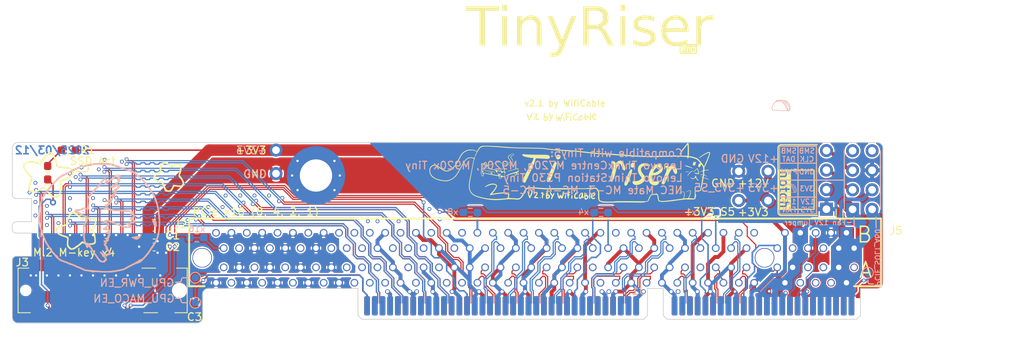
<source format=kicad_pcb>
(kicad_pcb (version 20240108) (generator "pcbnew") (generator_version "8.0")
  (title_block (title "Tinyriser v2") (date "2023-12-28") (company "WifiCable") (comment 4 "nya"))
  (layers (0 "F.Cu" signal) (1 "In1.Cu" signal) (2 "In2.Cu" signal) (31 "B.Cu" signal) (34 "B.Paste" user) (35 "F.Paste" user) (36 "B.SilkS" user "B.Silkscreen") (37 "F.SilkS" user "F.Silkscreen") (38 "B.Mask" user) (39 "F.Mask" user) (44 "Edge.Cuts" user))
  (net 0 "")
  (net 1 "GND")
  (net 2 "PCIe_CPU_REFCLK-")
  (net 3 "PCIe_CPU_REFCLK+")
  (net 4 "PERST#")
  (net 5 "+3V3_S5")
  (net 6 "+3V3")
  (net 7 "+12V")
  (net 8 "Net-(J1-PCIE_SOLT_A60)")
  (net 9 "PCIe_PCH_CLKREQ#")
  (net 10 "PCIe_CPU_CLKREQ#")
  (net 11 "WAKE#")
  (net 12 "SMBDATA")
  (net 13 "SMBCLK")
  (net 41 "Net-(J1-GPU_MACO_EN)")
  (net 58 "Net-(J1-GPU_PWR_EN)")
  (net 62 "Net-(D1-K)")
  (net 84 "PCIe_CPU_Rx7-")
  (net 85 "PCIe_CPU_Rx7+")
  (net 86 "PCIe_CPU_Rx6-")
  (net 87 "PCIe_CPU_Rx6+")
  (net 88 "PCIe_CPU_Rx5-")
  (net 89 "PCIe_CPU_Rx5+")
  (net 90 "PCIe_CPU_Rx4+")
  (net 91 "PCIe_CPU_Rx4-")
  (net 92 "PCIe_CPU_Rx3+")
  (net 93 "PCIe_CPU_Rx3-")
  (net 94 "PCIe_CPU_Rx2+")
  (net 95 "PCIe_CPU_Rx2-")
  (net 96 "PCIe_CPU_Rx1-")
  (net 97 "PCIe_CPU_Rx1+")
  (net 98 "PCIe_CPU_Rx0-")
  (net 99 "PCIe_CPU_Rx0+")
  (net 100 "PCIe_CPU_Tx7-")
  (net 101 "PCIe_CPU_Tx7+")
  (net 102 "PCIe_CPU_Tx6-")
  (net 103 "PCIe_CPU_Tx6+")
  (net 104 "PCIe_CPU_Tx5-")
  (net 105 "PCIe_CPU_Tx5+")
  (net 106 "PCIe_CPU_Tx4-")
  (net 107 "PCIe_CPU_Tx4+")
  (net 108 "PCIe_CPU_Tx3-")
  (net 109 "PCIe_CPU_Tx3+")
  (net 110 "PCIe_CPU_Tx2-")
  (net 111 "PCIe_CPU_Tx2+")
  (net 112 "PCIe_CPU_Tx1-")
  (net 113 "PCIe_CPU_Tx1+")
  (net 114 "PCIe_CPU_Tx0-")
  (net 115 "PCIe_CPU_Tx0+")
  (net 116 "PCIe_PCH_Tx3-")
  (net 117 "PCIe_PCH_Tx3+")
  (net 118 "PCIe_PCH_Tx1-")
  (net 119 "PCIe_PCH_Tx1+")
  (net 120 "PCIe_PCH_Rx2+")
  (net 121 "PCIe_PCH_Rx2-")
  (net 122 "PCIe_PCH_Rx1-")
  (net 123 "PCIe_PCH_Rx1+")
  (net 124 "PCIe_PCH_REFCLK-")
  (net 125 "PCIe_PCH_REFCLK+")
  (net 126 "PCIe_PCH_Tx2-")
  (net 127 "PCIe_PCH_Tx2+")
  (net 128 "PCIe_PCH_Tx0-")
  (net 129 "PCIe_PCH_Tx0+")
  (net 130 "PCIe_PCH_Rx3-")
  (net 131 "PCIe_PCH_Rx3+")
  (net 132 "PCIe_PCH_Rx0-")
  (net 133 "PCIe_PCH_Rx0+")
  (net 134 "Net-(D1-A)")
  (net 135 "+12V_fan")
  (net 136 "Taco_fan")
  (net 137 "PWM_fan")
  (footprint "LOGO" (layer "F.Cu") (at 111.5 123.05)
    (property "Reference" "G***" (hide yes))
    (property "Value" "LOGO" (hide yes))
  )
  (footprint "LOGO" (layer "F.Cu") (at 111.5 123.05)
    (property "Reference" "G***" (hide yes))
    (property "Value" "LOGO" (hide yes))
  )
  (footprint "TestPoint:TestPoint_THTPad_D1.5mm_Drill0.7mm" (layer "F.Cu") (at 133.49 127.058386)
    (property "Reference" "TP5" (hide yes))
    (property "Value" "+3V3_S5")
  )
  (footprint "TestPoint:TestPoint_THTPad_D1.5mm_Drill0.7mm" (layer "F.Cu") (at 137.3 127.058386)
    (property "Reference" "TP4" (hide yes))
    (property "Value" "+3V3")
  )
  (footprint "Connector_PinSocket_2.54mm:PinSocket_2x04_P2.54mm_Horizontal" (layer "F.Cu") (at 148.3 128.2 180)
    (property "Reference" "J5")
    (property "Value" "Conn_02x04_Odd_Even")
  )
  (footprint "A_my_stuff:M.2_NGFF_KeyM_H5.3_Vertical" (layer "F.Cu") (at 50.75 138.75)
    (property "Reference" "J3")
    (property "Value" "Bus_M.2_Socket_M")
  )
  (footprint "Capacitor_SMD:C_0603_1608Metric" (layer "F.Cu") (at 57.45 133.1)
    (property "Reference" "C2")
    (property "Value" "100nF")
  )
  (footprint "TestPoint:TestPoint_THTPad_D1.5mm_Drill0.7mm" (layer "F.Cu") (at 73.3 120.5)
    (property "Reference" "TP8" (hide yes))
    (property "Value" "+3V3")
  )
  (footprint "Resistor_SMD:R_0603_1608Metric_Pad0.98x0.95mm_HandSolder" (layer "F.Cu") (at 46.3 120.5)
    (property "Reference" "R1")
    (property "Value" "5K1")
  )
  (footprint "LOGO" (layer "F.Cu") (at 110.45 116.2)
    (property "Reference" "G***" (hide yes))
    (property "Value" "LOGO" (hide yes))
  )
  (footprint "LOGO" (layer "F.Cu") (at 51.4 127 180)
    (property "Reference" "G***" (hide yes))
    (property "Value" "LOGO" (hide yes))
  )
  (footprint "TestPoint:TestPoint_THTPad_D1.5mm_Drill0.7mm" (layer "F.Cu") (at 137.3 123.248386)
    (property "Reference" "TP9" (hide yes))
    (property "Value" "+12V")
  )
  (footprint "TestPoint:TestPoint_THTPad_D1.5mm_Drill0.7mm" (layer "F.Cu") (at 133.49 123.248386)
    (property "Reference" "TP6" (hide yes))
    (property "Value" "GND")
  )
  (footprint "Capacitor_SMD:C_0603_1608Metric" (layer "F.Cu") (at 57.45 131.55)
    (property "Reference" "C1")
    (property "Value" "10uF")
  )
  (footprint "A_my_stuff:PCIe_x16_tht" (layer "F.Cu") (at 107 134.5 180)
    (property "Reference" "J2")
    (property "Value" "Bus_PCI_Express_x16" (hide yes))
  )
  (footprint "Connector_PinHeader_2.54mm:PinHeader_1x04_P2.54mm_Horizontal" (layer "F.Cu") (at 144.9 128.18 180)
    (property "Reference" "M1" (hide yes))
    (property "Value" "Fan_4pin")
  )
  (footprint "Diode_SMD:D_0603_1608Metric_Pad1.05x0.95mm_HandSolder" (layer "F.Cu") (at 43.6 123.4375 90)
    (property "Reference" "D1" (hide yes))
    (property "Value" "LED")
  )
  (footprint "LOGO" (layer "F.Cu") (at 110.34645 126.331197)
    (property "Reference" "G***" (hide yes))
    (property "Value" "LOGO" (hide yes))
  )
  (footprint "Capacitor_SMD:C_0603_1608Metric" (layer "F.Cu") (at 62.7 139.95 90)
    (property "Reference" "C3")
    (property "Value" "10uF")
  )
  (footprint "TestPoint:TestPoint_THTPad_D1.5mm_Drill0.7mm" (layer "F.Cu") (at 73.3 123.55)
    (property "Reference" "TP7" (hide yes))
    (property "Value" "GND")
  )
  (footprint "TestPoint:TestPoint_Pad_D1.0mm" (layer "B.Cu") (at 150.3 136.45 180)
    (property "Reference" "TP1" (hide yes))
    (property "Value" "PCIE_SOLT_A60")
  )
  (footprint "LOGO" (layer "B.Cu") (at 140.05 125.45 180)
    (property "Reference" "G***" (hide yes))
    (property "Value" "LOGO" (hide yes))
  )
  (footprint "A_my_stuff:TinyRiser" (layer "B.Cu") (at 122.96 137 180)
    (property "Reference" "J1")
    (property "Value" "~" (hide yes))
    (fp_line (start 39 -2.5) (end 39 -1.5) (stroke (width 0.1)) (layer "Edge.Cuts"))
    (fp_line (start 39 -3.75) (end 39 -2.5) (stroke (width 0.1)) (layer "Edge.Cuts"))
    (fp_line (start 39 -3.75) (end 39 -5) (stroke (width 0.1)) (layer "Edge.Cuts"))
    (fp_line (start 39 -5) (end 38.5 -5.5) (stroke (width 0.1)) (layer "Edge.Cuts"))
    (fp_line (start 38.5 -5.5) (end 2.81 -5.5) (stroke (width 0.1)) (layer "Edge.Cuts"))
    (fp_line (start 1.835 -5.5) (end 2.81 -5.5) (stroke (width 0.1)) (layer "Edge.Cuts"))
    (fp_line (start 1.335 -1.5) (end 1.335 -2.5) (stroke (width 0.1)) (layer "Edge.Cuts"))
    (fp_line (start 1.335 -3.75) (end 1.335 -2.5) (stroke (width 0.1)) (layer "Edge.Cuts"))
    (fp_line (start 1.335 -3.75) (end 1.335 -5) (stroke (width 0.1)) (layer "Edge.Cuts"))
    (fp_line (start 1.335 -5) (end 1.835 -5.5) (stroke (width 0.1)) (layer "Edge.Cuts"))
    (fp_line (start -0.715 -1.5) (end 1.335 -1.5) (stroke (width 0.1)) (layer "Edge.Cuts"))
    (fp_line (start -0.715 -2.5) (end -0.715 -1.5) (stroke (width 0.1)) (layer "Edge.Cuts"))
    (fp_line (start -0.715 -3.75) (end -0.715 -2.5) (stroke (width 0.1)) (layer "Edge.Cuts"))
    (fp_line (start -0.715 -3.75) (end -0.715 -5) (stroke (width 0.1)) (layer "Edge.Cuts"))
    (fp_line (start -0.715 -5) (end -1.215 -5.5) (stroke (width 0.1)) (layer "Edge.Cuts"))
    (fp_line (start -1.215 -5.5) (end -2.19 -5.5) (stroke (width 0.1)) (layer "Edge.Cuts"))
    (fp_line (start -2.19 -5.5) (end -25.19 -5.5) (stroke (width 0.1)) (layer "Edge.Cuts"))
    (fp_line (start -25.865 -5.5) (end -25.19 -5.5) (stroke (width 0.1)) (layer "Edge.Cuts"))
    (fp_line (start -26.365 -2.5) (end -26.365 -1.5) (stroke (width 0.1)) (layer "Edge.Cuts"))
    (fp_line (start -26.365 -3.75) (end -26.365 -2.5) (stroke (width 0.1)) (layer "Edge.Cuts"))
    (fp_line (start -26.365 -3.75) (end -26.365 -5) (stroke (width 0.1)) (layer "Edge.Cuts"))
    (fp_line (start -26.365 -5) (end -25.865 -5.5) (stroke (width 0.1)) (layer "Edge.Cuts"))
  )
  (footprint "Resistor_SMD:R_0603_1608Metric_Pad0.98x0.95mm_HandSolder" (layer "B.Cu") (at 115.5875 128.6)
    (property "Reference" "R5" (hide yes))
    (property "Value" "0R")
  )
  (footprint "A_my_stuff:birb" (layer "B.Cu") (at 50.464807 129.46268 180)
    (property "Reference" "G***" (hide yes))
    (property "Value" "LOGO" (hide yes))
  )
  (footprint "TestPoint:TestPoint_Pad_D1.0mm" (layer "B.Cu") (at 62.8 140.35 180)
    (property "Reference" "TP2" (hide yes))
    (property "Value" "GPU_MACO_EN")
  )
  (footprint "TestPoint:TestPoint_Pad_D1.0mm" (layer "B.Cu") (at 62.8 137.1 180)
    (property "Reference" "TP3" (hide yes))
    (property "Value" "GPU_PWR_EN")
  )
  (footprint "Jumper:SolderJumper-2_P1.3mm_Open_TrianglePad1.0x1.5mm" (layer "B.Cu") (at 149.925 129.899999)
    (property "Reference" "JP1" (hide yes))
    (property "Value" "SolderJumper_2_Open")
  )
  (footprint "MountingHole:MountingHole_4.3mm_M4_ISO7380_Pad_TopOnly" (layer "B.Cu") (at 78.5 123.8 180)
    (property "Reference" "H1" (hide yes))
    (property "Value" "MountingHole_Pad")
  )
  (footprint "LOGO" (layer "B.Cu") (at 139 114.7 180)
    (property "Reference" "G***" (hide yes))
    (property "Value" "LOGO" (hide yes))
  )
  (footprint "Resistor_SMD:R_0603_1608Metric_Pad0.98x0.95mm_HandSolder" (layer "B.Cu") (at 63 131.9)
    (property "Reference" "R3" (hide yes))
    (property "Value" "0R")
  )
  (footprint "Resistor_SMD:R_0603_1608Metric_Pad0.98x0.95mm_HandSolder" (layer "B.Cu") (at 98.5875 128.6)
    (property "Reference" "R4" (hide yes))
    (property "Value" "0R")
  )
  (footprint "Resistor_SMD:R_0603_1608Metric_Pad0.98x0.95mm_HandSolder" (layer "B.Cu") (at 129.5875 128.6)
    (property "Reference" "R6" (hide yes))
    (property "Value" "0R")
  )
  (gr_line (start 61.7 137.1) (end 61.269454 137.1) (stroke (width 0.15)) (layer "B.SilkS"))
  (gr_line (start 150.55 137.899999) (end 151 137.900001) (stroke (width 0.15)) (layer "B.SilkS"))
  (gr_line (start 143.6 126.6) (end 138.8 126.6) (stroke (width 0.15)) (layer "B.SilkS"))
  (gr_rect (start 138.8 120) (end 143.6 128.8) (stroke (width 0.15)) (fill none) (layer "B.SilkS"))
  (gr_line (start 143.6 124.4) (end 147.2 124.4) (stroke (width 0.15)) (layer "B.SilkS"))
  (gr_arc (start 61.215 140.35) (mid 61.020545 140.269455) (end 60.94 140.075) (stroke (width 0.15)) (layer "B.SilkS"))
  (gr_arc (start 150.55 137.9) (mid 150.373224 137.826777) (end 150.299999 137.650001) (stroke (width 0.15)) (layer "B.SilkS"))
  (gr_arc (start 60.665 139.749454) (mid 60.859454 139.83) (end 60.94 140.024454) (stroke (width 0.15)) (layer "B.SilkS"))
  (gr_line (start 61.7 140.35) (end 61.215 140.35) (stroke (width 0.15)) (layer "B.SilkS"))
  (gr_line (start 60.25 137.680546) (end 60.719454 137.680546) (stroke (width 0.15)) (layer "B.SilkS"))
  (gr_line (start 151.35 129.2) (end 151.35 130.6) (stroke (width 0.15)) (layer "B.SilkS"))
  (gr_arc (start 60.994454 137.375) (mid 61.075 137.180546) (end 61.269454 137.1) (stroke (width 0.15)) (layer "B.SilkS"))
  (gr_line (start 141.2 120) (end 141.2 128.8) (stroke (width 0.15)) (layer "B.SilkS"))
  (gr_line (start 151.925 120.575) (end 151.925 128.2) (stroke (width 0.15)) (layer "B.SilkS"))
  (gr_line (start 148.5 129.2) (end 148.5 130.6) (stroke (width 0.15)) (layer "B.SilkS"))
  (gr_line (start 138.8 122.2) (end 143.6 122.2) (stroke (width 0.15)) (layer "B.SilkS"))
  (gr_line (start 150.3 137.4) (end 150.299999 137.650001) (stroke (width 0.15)) (layer "B.SilkS"))
  (gr_line (start 147.225 120.575) (end 147.225 128.2) (stroke (width 0.15)) (layer "B.SilkS"))
  (gr_line (start 60.235 139.749454) (end 60.665546 139.749454) (stroke (width 0.15)) (layer "B.SilkS"))
  (gr_line (start 60.994454 137.375) (end 60.994454 137.405546) (stroke (width 0.15)) (layer "B.SilkS"))
  (gr_line (start 138.8 124.4) (end 143.6 124.4) (stroke (width 0.15)) (layer "B.SilkS"))
  (gr_line (start 60.94 140.024454) (end 60.94 140.075) (stroke (width 0.15)) (layer "B.SilkS"))
  (gr_line (start 147.65 129.9) (end 148.1 129.9) (stroke (width 0.15)) (layer "B.SilkS"))
  (gr_arc (start 60.994454 137.405546) (mid 60.913908 137.6) (end 60.719454 137.680546) (stroke (width 0.15)) (layer "B.SilkS"))
  (gr_line (start 138.6 128.2) (end 138.6 128.1) (stroke (width 0.15)) (layer "F.SilkS"))
  (gr_line (start 140.2 128.2) (end 138.6 128.2) (stroke (width 0.15)) (layer "F.SilkS"))
  (gr_line (start 138.6 123.2) (end 140.2 123.2) (stroke (width 0.15)) (layer "F.SilkS"))
  (gr_arc (start 48.887869 122.987867) (mid 48.8 123.2) (end 48.587867 123.287867) (stroke (width 0.15)) (layer "F.SilkS"))
  (gr_line (start 138.6 120.2) (end 138.600001 128.599999) (stroke (width 0.15)) (layer "F.SilkS"))
  (gr_line (start 43.799999 123.3) (end 43.399998 123.299999) (stroke (width 0.15)) (layer "F.SilkS"))
  (gr_line (start 143.7 119.8) (end 139 119.8) (stroke (width 0.15)) (layer "F.SilkS"))
  (gr_line (start 48.587867 123.287867) (end 47.337868 123.287867) (stroke (width 0.15)) (layer "F.SilkS"))
  (gr_line (start 140.2 123.1) (end 138.6 123.1) (stroke (width 0.15)) (layer "F.SilkS"))
  (gr_line (start 43.699999 123.449998) (end 43.399998 123.299999) (stroke (width 0.15)) (layer "F.SilkS"))
  (gr_line (start 138.6 128.1) (end 140.2 128.1) (stroke (width 0.15)) (layer "F.SilkS"))
  (gr_line (start 143.7 129) (end 138.999999 128.999999) (stroke (width 0.15)) (layer "F.SilkS"))
  (gr_line (start 43.599998 123.599998) (end 43.799999 123.3) (stroke (width 0.15)) (layer "F.SilkS"))
  (gr_line (start 138.6 123.1) (end 138.6 123.3) (stroke (width 0.15)) (layer "F.SilkS"))
  (gr_rect (start 140.2 123.1) (end 143.3 128.2) (stroke (width 0.15)) (fill none) (layer "F.SilkS"))
  (gr_line (start 43.399998 123.299999) (end 43.599998 123.599998) (stroke (width 0.15)) (layer "F.SilkS"))
  (gr_arc (start 138.999999 128.999999) (mid 138.717157 128.882841) (end 138.600001 128.599999) (stroke (width 0.15)) (layer "F.SilkS"))
  (gr_line (start 48.9 122.75) (end 48.887869 122.987867) (stroke (width 0.15)) (layer "F.SilkS"))
  (gr_arc (start 138.6 120.2) (mid 138.717157 119.917157) (end 139 119.8) (stroke (width 0.15)) (layer "F.SilkS"))
  (gr_arc (start 63.75 142.25) (mid 63.53033 142.78033) (end 63 143) (stroke (width 0.1)) (layer "Edge.Cuts"))
  (gr_arc (start 39.5 126.8) (mid 39.146447 126.653553) (end 39 126.3) (stroke (width 0.1)) (layer "Edge.Cuts"))
  (gr_arc (start 151.5 119.5) (mid 152.03033 119.71967) (end 152.25 120.25) (stroke (width 0.1)) (layer "Edge.Cuts"))
  (gr_arc (start 39 120.25) (mid 39.21967 119.71967) (end 39.75 119.5) (stroke (width 0.1)) (layer "Edge.Cuts"))
  (gr_arc (start 152.25 137.75) (mid 152.03033 138.28033) (end 151.5 138.5) (stroke (width 0.1)) (layer "Edge.Cuts"))
  (gr_line (start 152.25 137.75) (end 152.25 120.25) (stroke (width 0.1)) (layer "Edge.Cuts"))
  (gr_arc (start 39 130.3) (mid 39.146447 129.946447) (end 39.5 129.8) (stroke (width 0.1)) (layer "Edge.Cuts"))
  (gr_arc (start 39 134.8) (mid 39.146447 134.446447) (end 39.5 134.3) (stroke (width 0.1)) (layer "Edge.Cuts"))
  (gr_line (start 41.5 129.8) (end 41.5 126.8) (stroke (width 0.1)) (layer "Edge.Cuts"))
  (gr_line (start 151.5 119.5) (end 39.75 119.5) (stroke (width 0.1)) (layer "Edge.Cuts"))
  (gr_line (start 39 130.8) (end 39 130.3) (stroke (width 0.1)) (layer "Edge.Cuts"))
  (gr_arc (start 39.5 131.3) (mid 39.146447 131.153553) (end 39 130.8) (stroke (width 0.1)) (layer "Edge.Cuts"))
  (gr_line (start 39.5 131.3) (end 41.5 131.3) (stroke (width 0.1)) (layer "Edge.Cuts"))
  (gr_arc (start 39.75 143) (mid 39.21967 142.78033) (end 39 142.25) (stroke (width 0.1)) (layer "Edge.Cuts"))
  (gr_arc (start 63.75 139.25) (mid 63.96967 138.71967) (end 64.5 138.5) (stroke (width 0.1)) (layer "Edge.Cuts"))
  (gr_line (start 41.5 126.8) (end 39.5 126.8) (stroke (width 0.1)) (layer "Edge.Cuts"))
  (gr_line (start 63.75 139.25) (end 63.75 142.25) (stroke (width 0.1)) (layer "Edge.Cuts"))
  (gr_line (start 64.5 138.5) (end 83.96 138.5) (stroke (width 0.1)) (layer "Edge.Cuts"))
  (gr_line (start 149.325 138.5) (end 151.5 138.5) (stroke (width 0.1)) (layer "Edge.Cuts"))
  (gr_line (start 39 126.3) (end 39 120.25) (stroke (width 0.1)) (layer "Edge.Cuts"))
  (gr_line (start 41.5 129.8) (end 39.5 129.8) (stroke (width 0.1)) (layer "Edge.Cuts"))
  (gr_line (start 39 142.25) (end 39 134.8) (stroke (width 0.1)) (layer "Edge.Cuts"))
  (gr_line (start 63 143) (end 39.75 143) (stroke (width 0.1)) (layer "Edge.Cuts"))
  (gr_line (start 39.5 134.3) (end 41.5 134.3) (stroke (width 0.1)) (layer "Edge.Cuts"))
  (gr_line (start 41.5 134.3) (end 41.5 131.3) (stroke (width 0.1)) (layer "Edge.Cuts"))
  (gr_text "2025/03/12" (at 49.2 121.1 0) (layer "B.Cu") (effects (font (size 1 1) (thickness 0.2) (bold yes)) (justify left bottom mirror)))
  (gr_text "x4" (at 113.3 129 0) (layer "B.SilkS") (effects (font (size 0.8 0.8) (thickness 0.11)) (justify bottom mirror)))
  (gr_text "PWM" (at 140.05 123.7 0) (layer "B.SilkS") (effects (font (size 0.66 0.66) (thickness 0.12) (bold yes)) (justify bottom mirror)))
  (gr_text "PCIE_SOLT_A60" (at 151.15 138.25 270) (layer "B.SilkS") (effects (font (size 0.66 0.66) (thickness 0.12) (bold yes)) (justify left bottom mirror)))
  (gr_text "+3V3_S5" (at 134.4 125.975 0) (layer "B.SilkS") (effects (font (size 1 1)) (justify left bottom mirror)))
  (gr_text "GPU_MACO_EN" (at 60.2 140.4 0) (layer "B.SilkS") (effects (font (size 1 1)) (justify left bottom mirror)))
  (gr_text "GND" (at 134.3 122.2 0) (layer "B.SilkS") (effects (font (size 1 1)) (justify left bottom mirror)))
  (gr_text "GPU_PWR_EN" (at 60.15 138.35 0) (layer "B.SilkS") (effects (font (size 1 1)) (justify left bottom mirror)))
  (gr_text "12V\nFAN" (at 140.05 128.65 0) (layer "B.SilkS") (effects (font (size 0.66 0.66) (thickness 0.12) (bold yes)) (justify bottom mirror)))
  (gr_text "Compatible with Tiny5:\nLenovo ThinkCentre M720q, M920q, M920x Tiny\nLenovo ThinkStation P330 Tiny\nNEC Mate MC-3, MC-4, MC-5" (at 126.3 126.3 0) (layer "B.SilkS") (effects (font (size 1 1)) (justify left bottom mirror)))
  (gr_text "+3V3" (at 72.2 121.1 0) (layer "B.SilkS") (effects (font (size 1 1)) (justify left bottom mirror)))
  (gr_text "+3V3" (at 138.8 126 0) (layer "B.SilkS") (effects (font (size 1 1)) (justify left bottom mirror)))
  (gr_text "Fan 12V jumper" (at 147.5 130.3 0) (layer "B.SilkS") (effects (font (size 0.66 0.66) (thickness 0.12) (bold yes)) (justify left bottom mirror)))
  (gr_text "GND" (at 142.35 123.7 0) (layer "B.SilkS") (effects (font (size 0.66 0.66) (thickness 0.12) (bold yes)) (justify bottom mirror)))
  (gr_text "x16" (at 63 131.2 0) (layer "B.SilkS") (effects (font (size 0.8 0.8) (thickness 0.11)) (justify bottom mirror)))
  (gr_text "SMB\nDAT" (at 140 122.05 0) (layer "B.SilkS") (effects (font (size 0.66 0.66) (thickness 0.12) (bold yes)) (justify bottom mirror)))
  (gr_text "3V3" (at 142.35 125.9 0) (layer "B.SilkS") (effects (font (size 0.66 0.66) (thickness 0.12) (bold yes)) (justify bottom mirror)))
  (gr_text "GND" (at 72.2 124.2 0) (layer "B.SilkS") (effects (font (size 1 1)) (justify left bottom mirror)))
  (gr_text "x1" (at 127.3 129 0) (layer "B.SilkS") (effects (font (size 0.8 0.8) (thickness 0.11)) (justify bottom mirror)))
  (gr_text "x8" (at 96.3 129 0) (layer "B.SilkS") (effects (font (size 0.8 0.8) (thickness 0.11)) (justify bottom mirror)))
  (gr_text "12V\nSYS" (at 142.45 128.65 0) (layer "B.SilkS") (effects (font (size 0.66 0.66) (thickness 0.12) (bold yes)) (justify bottom mirror)))
  (gr_text "+12V" (at 138.8 122.2 0) (layer "B.SilkS") (effects (font (size 1 1)) (justify left bottom mirror)))
  (gr_text "SMB\nCLK" (at 142.35 122.05 0) (layer "B.SilkS") (effects (font (size 0.66 0.66) (thickness 0.12) (bold yes)) (justify bottom mirror)))
  (gr_text "PCIe x16 (8, 4, 2, 1)" (at 62.35 129.1 0) (layer "F.SilkS") (effects (font (size 1 1)) (justify left bottom)))
  (gr_text "+12V" (at 133.2868 125.3958 0) (layer "F.SilkS") (effects (font (size 1 1)) (justify left bottom)))
  (gr_text "+3V3_S5" (at 126.2386 129.1 0) (layer "F.SilkS") (effects (font (size 1 1)) (justify left bottom)))
  (gr_text "GND" (at 68.95 124.2 0) (layer "F.SilkS") (effects (font (size 1 1)) (justify left bottom)))
  (gr_text "+3V3" (at 67.95 121.1 0) (layer "F.SilkS") (effects (font (size 1 1)) (justify left bottom)))
  (gr_text "v2.1 by WifiCable" (at 105.5 114.9 0) (layer "F.SilkS") (effects (font (size 0.8 0.8)) (justify left bottom)))
  (gr_text "+3V3" (at 133.2868 129.155 0) (layer "F.SilkS") (effects (font (size 1 1)) (justify left bottom)))
  (gr_text "notch" (at 138.7 123 270) (layer "F.SilkS" knockout) (effects (font (size 1.2 1.2) (thickness 0.1875)) (justify left bottom)))
  (gr_text "SSD Act" (at 46.4 122.5 -0) (layer "F.SilkS") (effects (font (size 1 1)) (justify left bottom)))
  (gr_text "M.2 M-key x4" (at 41.6 134.4 0) (layer "F.SilkS") (effects (font (size 1 1)) (justify left bottom)))
  (gr_text "GND" (at 129.8204 125.4004 0) (layer "F.SilkS") (effects (font (size 1 1)) (justify left bottom)))
  (gr_text "Pro" (at 125.8 108 0) (layer "F.SilkS" knockout) (effects (font (size 1 1) (thickness 0.25) (italic yes)) (justify left bottom)))
  (gr_text "TinyRiser" (at 98 107.75 0) (layer "F.SilkS") (effects (font (size 5 5) (thickness 0.625) (italic yes)) (justify left bottom)))
  (segment (start 58.225 133.1) (end 58.225 133.525) (width 0.5) (layer "F.Cu") (net 1))
  (segment (start 135.15 138.807106) (end 135.5 138.457106) (width 0.5) (layer "F.Cu") (net 1))
  (segment (start 129.8 138.9) (end 129.8 138.05) (width 0.5) (layer "F.Cu") (net 1))
  (segment (start 103.15 139.35) (end 103.15 140.75) (width 0.5) (layer "F.Cu") (net 1))
  (segment (start 104.5 133.25) (end 104.5 132.25) (width 0.5) (layer "F.Cu") (net 1))
  (segment (start 129.8 138.05) (end 129.5 137.75) (width 0.5) (layer "F.Cu") (net 1))
  (segment (start 91.15 139.35) (end 91.6 138.9) (width 0.5) (layer "F.Cu") (net 1))
  (segment (start 100.15 139.35) (end 100.15 140.75) (width 0.5) (layer "F.Cu") (net 1))
  (segment (start 60 135.5) (end 60 136.4) (width 0.3) (layer "F.Cu") (net 1))
  (segment (start 45 135.5) (end 45 136.8) (width 0.3) (layer "F.Cu") (net 1))
  (segment (start 117.15 140.75) (end 117.15 139.25) (width 0.5) (layer "F.Cu") (net 1))
  (segment (start 88.5 135.75) (end 88.5 135.042894) (width 0.5) (layer "F.Cu") (net 1))
  (segment (start 59.5 135.5) (end 59.5 136.4) (width 0.3) (layer "F.Cu") (net 1))
  (segment (start 128.15 140.75) (end 128.15 138.95) (width 0.5) (layer "F.Cu") (net 1))
  (segment (start 113.6 137.85) (end 113.5 137.75) (width 0.5) (layer "F.Cu") (net 1))
  (segment (start 125.15 140.75) (end 125.15 139.35) (width 0.5) (layer "F.Cu") (net 1))
  (segment (start 120.15 140.75) (end 120.15 139.85) (width 0.5) (layer "F.Cu") (net 1))
  (segment (start 59 135.5) (end 59 133.85) (width 0.3) (layer "F.Cu") (net 1))
  (segment (start 116.15 140.75) (end 116.15 139.35) (width 0.5) (layer "F.Cu") (net 1))
  (segment (start 127.5 132.906497) (end 129.156497 131.25) (width 0.5) (layer "F.Cu") (net 1))
  (segment (start 131.5 133.7) (end 131.5 131.25) (width 0.5) (layer "F.Cu") (net 1))
  (segment (start 42 135.5) (end 42 136.7) (width 0.3) (layer "F.Cu") (net 1))
  (segment (start 105.7 138.9) (end 105.7 137.95) (width 0.5) (layer "F.Cu") (net 1))
  (segment (start 88.15 139.25) (end 87.8 138.9) (width 0.5) (layer "F.Cu") (net 1))
  (segment (start 112.15 140.75) (end 112.15 139.55) (width 0.5) (layer "F.Cu") (net 1))
  (segment (start 132.5 138.4) (end 132.5 135.75) (width 0.5) (layer "F.Cu") (net 1))
  (segment (start 132.5 135.75) (end 132.5 135.25) (width 0.5) (layer "F.Cu") (net 1))
  (segment (start 58.225 133.525) (end 57.9 133.85) (width 0.5) (layer "F.Cu") (net 1))
  (segment (start 58.6 136.8) (end 58.25 136.8) (width 0.3) (layer "F.Cu") (net 1))
  (segment (start 129.15 139.55) (end 129.8 138.9) (width 0.5) (layer "F.Cu") (net 1))
  (segment (start 102.5 135.75) (end 102.5 135.25) (width 0.5) (layer "F.Cu") (net 1))
  (segment (start 116.5 135.75) (end 116.5 135.25) (width 0.5) (layer "F.Cu") (net 1))
  (segment (start 46.5 135.5) (end 46.5 136.8) (width 0.3) (layer "F.Cu") (net 1))
  (segment (start 108.5 132.25) (end 107.5 131.25) (width 0.5) (layer "F.Cu") (net 1))
  (segment (start 41.5 136.7) (end 41.4 136.8) (width 0.3) (layer "F.Cu") (net 1))
  (segment (start 59 136.4) (end 58.6 136.8) (width 0.3) (layer "F.Cu") (net 1))
  (segment (start 52.5 135.5) (end 52.5 136.8) (width 0.3) (layer "F.Cu") (net 1))
  (segment (start 135.15 140.75) (end 135.15 138.807106) (width 0.5) (layer "F.Cu") (net 1))
  (segment (start 105.7 137.95) (end 105.5 137.75) (width 0.5) (layer "F.Cu") (net 1))
  (segment (start 113.15 140.75) (end 113.15 139.35) (width 0.5) (layer "F.Cu") (net 1))
  (segment (start 120.5 135.25) (end 122.5 133.25) (width 0.5) (layer "F.Cu") (net 1))
  (segment (start 102.65 138.9) (end 101.5 137.75) (width 0.5) (layer "F.Cu") (net 1))
  (segment (start 104.5 132.25) (end 103.5 131.25) (width 0.5) (layer "F.Cu") (net 1))
  (segment (start 99.7 138.9) (end 100.15 139.35) (width 0.5) (layer "F.Cu") (net 1))
  (segment (start 129.5 137.75) (end 129.5 135.3) (width 0.5) (layer "F.Cu") (net 1))
  (segment (start 109.5 136.75) (end 110.5 135.75) (width 0.5) (layer "F.Cu") (net 1))
  (segment (start 86.5 133.25) (end 86.5 132.25) (width 0.5) (layer "F.Cu") (net 1))
  (segment (start 59.1 136.8) (end 58.25 136.8) (width 0.3) (layer "F.Cu") (net 1))
  (segment (start 96.2 138.9) (end 96.5 138.6) (width 0.5) (layer "F.Cu") (net 1))
  (segment (start 55.5 135.5) (end 55.5 136.8) (width 0.3) (layer "F.Cu") (net 1))
  (segment (start 117.15 139.25) (end 117.5 138.9) (width 0.5) (layer "F.Cu") (net 1))
  (segment (start 59.6 136.8) (end 58.25 136.8) (width 0.3) (layer "F.Cu") (net 1))
  (segment (start 101.5 137.75) (end 101.5 136.75) (width 0.5) (layer "F.Cu") (net 1))
  (segment (start 59 135.5) (end 59 136.4) (width 0.3) (layer "F.Cu") (net 1))
  (segment (start 129.156497 131.25) (end 129.5 131.25) (width 0.5) (layer "F.Cu") (net 1))
  (segment (start 118.35 138.9) (end 119.5 137.75) (width 0.5) (layer "F.Cu") (net 1))
  (segment (start 117.5 138.9) (end 118.35 138.9) (width 0.5) (layer "F.Cu") (net 1))
  (segment (start 132.15 139.563084) (end 132.813084 138.9) (width 0.5) (layer "F.Cu") (net 1))
  (segment (start 132.813084 138.9) (end 133 138.9) (width 0.5) (layer "F.Cu") (net 1))
  (segment (start 92.45 132.2) (end 91.5 131.25) (width 0.5) (layer "F.Cu") (net 1))
  (segment (start 129.15 140.75) (end 129.15 139.55) (width 0.5) (layer "F.Cu") (net 1))
  (segment (start 112.15 139.55) (end 111.5 138.9) (width 0.5) (layer "F.Cu") (net 1))
  (segment (start 105.5 137.75) (end 105.5 136.75) (width 0.5) (layer "F.Cu") (net 1))
  (segment (start 120.5 135.25) (end 118.5 133.25) (width 0.5) (layer "F.Cu") (net 1))
  (segment (start 96.486916 138.9) (end 96.2 138.9) (width 0.5) (layer "F.Cu") (net 1))
  (segment (start 86.5 132.25) (end 87.5 131.25) (width 0.5) (layer "F.Cu") (net 1))
  (segment (start 127.5 138.3) (end 128.1 138.9) (width 0.5) (layer "F.Cu") (net 1))
  (segment (start 129.5 135.3) (end 130.4 134.4) (width 0.5) (layer "F.Cu") (net 1))
  (segment (start 96.5 135.75) (end 96.195406 135.75) (width 0.5) (layer "F.Cu") (net 1))
  (segment (start 59.5 133.85) (end 59 133.85) (width 0.3) (layer "F.Cu") (net 1))
  (segment (start 120.5 135.75) (end 120.5 135.25) (width 0.5) (layer "F.Cu") (net 1))
  (segment (start 116.5 135.25) (end 118.5 133.25) (width 0.5) (layer "F.Cu") (net 1))
  (segment (start 102.7 138.9) (end 103.15 139.35) (width 0.5) (layer "F.Cu") (net 1))
  (segment (start 42 136.7) (end 42.1 136.8) (width 0.3) (layer "F.Cu") (net 1))
  (segment (start 54 135.5) (end 54 136.8) (width 0.3) (layer "F.Cu") (net 1))
  (segment (start 60 134.35) (end 59.5 133.85) (width 0.3) (layer "F.Cu") (net 1))
  (segment (start 125.15 139.35) (end 124.7 138.9) (width 0.5) (layer "F.Cu") (net 1))
  (segment (start 58.225 133.1) (end 58.25 133.1) (width 0.5) (layer "F.Cu") (net 1))
  (segment (start 94.5 134.054594) (end 94.5 133.25) (width 0.5) (layer "F.Cu") (net 1))
  (segment (start 93.45 132.2) (end 92.45 132.2) (width 0.5) (layer "F.Cu") (net 1))
  (segment (start 89.5 136.75) (end 88.5 135.75) (width 0.5) (layer "F.Cu") (net 1))
  (segment (start 106.15 139.35) (end 106.15 140.75) (width 0.5) (layer "F.Cu") (net 1))
  (segment (start 59.5 136.4) (end 59.1 136.8) (width 0.3) (layer "F.Cu") (net 1))
  (segment (start 51 135.5) (end 51 136.8) (width 0.3) (layer "F.Cu") (net 1))
  (segment (start 58.225 131.55) (end 58.225 132.025) (width 0.5) (layer "F.Cu") (net 1))
  (segment (start 59.5 134.35) (end 59 133.85) (width 0.3) (layer "F.Cu") (net 1))
  (segment (start 113.5 137.75) (end 113.5 132.906497) (width 0.5) (layer "F.Cu") (net 1))
  (segment (start 120.15 139.85) (end 121.1 138.9) (width 0.5) (layer "F.Cu") (net 1))
  (segment (start 91.15 140.75) (end 91.15 139.35) (width 0.5) (layer "F.Cu") (net 1))
  (segment (start 128.15 138.95) (end 128.1 138.9) (width 0.5) (layer "F.Cu") (net 1))
  (segment (start 91.15 139.35) (end 90.7 138.9) (width 0.5) (layer "F.Cu") (net 1))
  (segment (start 106.5 135.75) (end 106.5 135.25) (width 0.5) (layer "F.Cu") (net 1))
  (segment (start 119.5 136.75) (end 120.5 135.75) (width 0.5) (layer "F.Cu") (net 1))
  (segment (start 113.15 139.35) (end 113.6 138.9) (width 0.5) (layer "F.Cu") (net 1))
  (segment (start 113.5 132.906497) (end 115.156497 131.25) (width 0.5) (layer "F.Cu") (net 1))
  (segment (start 94.15 139.35) (end 93.7 138.9) (width 0.5) (layer "F.Cu") (net 1))
  (segment (start 93.5 137.75) (end 93.5 137.385617) (width 0.5) (layer "F.Cu") (net 1))
  (segment (start 96.5 138.6) (end 96.5 135.75) (width 0.5) (layer "F.Cu") (net 1))
  (segment (start 41.5 135.5) (end 41.5 136.7) (width 0.3) (layer "F.Cu") (net 1))
  (segment (start 58.225 132.675) (end 57.9 132.35) (width 0.5) (layer "F.Cu") (net 1))
  (segment (start 109.5 137.75) (end 109.5 136.75) (width 0.5) (layer "F.Cu") (net 1))
  (segment (start 108.5 133.25) (end 108.5 132.25) (width 0.5) (layer "F.Cu") (net 1))
  (segment (start 122.5 133.25) (end 122.5 132.25) (width 0.5) (layer "F.Cu") (net 1))
  (segment (start 110.5 135.75) (end 110.5 135.25) (width 0.5) (layer "F.Cu") (net 1))
  (segment (start 92.5 136.385617) (end 92.5 135.75) (width 0.5) (layer "F.Cu") (net 1))
  (segment (start 122.5 132.25) (end 121.5 131.25) (width 0.5) (layer "F.Cu") (net 1))
  (segment (start 115.156497 131.25) (end 115.5 131.25) (width 0.5) (layer "F.Cu") (net 1))
  (segment (start 109.5 138.6) (end 109.15 138.95) (width 0.5) (layer "F.Cu") (net 1))
  (segment (start 105.7 138.9) (end 106.15 139.35) (width 0.5) (layer "F.Cu") (net 1))
  (segment (start 86.707106 133.25) (end 86.5 133.25) (width 0.5) (layer "F.Cu") (net 1))
  (segment (start 102.5 135.25) (end 104.5 133.25) (width 0.5) (layer "F.Cu") (net 1))
  (segment (start 110.5 135.25) (end 112.5 133.25) (width 0.5) (layer "F.Cu") (net 1))
  (segment (start 93.5 137.385617) (end 92.5 136.385617) (width 0.5) (layer "F.Cu") (net 1))
  (segment (start 49.5 135.5) (end 49.5 136.8) (width 0.3) (layer "F.Cu") (net 1))
  (segment (start 137.15 139.15) (end 137.45 138.85) (width 0.5) (layer "F.Cu") (net 1))
  (segment (start 90.65 138.9) (end 89.5 137.75) (width 0.5) (layer "F.Cu") (net 1))
  (segment (start 58.25 133.1) (end 59 133.85) (width 0.5) (layer "F.Cu") (net 1))
  (segment (start 132.15 140.75) (end 132.15 139.563084) (width 0.5) (layer "F.Cu") (net 1))
  (segment (start 94.15 140.75) (end 94.15 139.35) (width 0.5) (layer "F.Cu") (net 1))
  (segment (start 94.5 133.25) (end 93.45 132.2) (width 0.5) (layer "F.Cu") (net 1))
  (segment (start 130.4 134.4) (end 130.8 134.4) (width 0.5) (layer "F.Cu") (net 1))
  (segment (start 119.5 137.75) (end 119.5 136.75) (width 0.5) (layer "F.Cu") (net 1))
  (segment (start 48 135.5) (end 48 136.8) (width 0.3) (layer "F.Cu") (net 1))
  (segment (start 112.5 133.25) (end 112.5 132.25) (width 0.5) (layer "F.Cu") (net 1))
  (segment (start 60 135.5) (end 60 134.35) (width 0.3) (layer "F.Cu") (net 1))
  (segment (start 97.15 140.75) (end 97.15 139.563084) (width 0.5) (layer "F.Cu") (net 1))
  (segment (start 127.5 137.75) (end 127.5 138.3) (width 0.5) (layer "F.Cu") (net 1))
  (segment (start 90.7 138.9) (end 90.65 138.9) (width 0.5) (layer "F.Cu") (net 1))
  (segment (start 60 136.4) (end 59.6 136.8) (width 0.3) (layer "F.Cu") (net 1))
  (segment (start 116.15 139.35) (end 115.7 138.9) (width 0.5) (layer "F.Cu") (net 1))
  (segment (start 137.15 140.75) (end 137.15 139.15) (width 0.5) (layer "F.Cu") (net 1))
  (segment (start 101.5 136.75) (end 102.5 135.75) (width 0.5) (layer "F.Cu") (net 1))
  (segment (start 59.5 135.5) (end 59.5 134.35) (width 0.3) (layer "F.Cu") (net 1))
  (segment (start 112.5 132.25) (end 111.5 131.25) (width 0.5) (layer "F.Cu") (net 1))
  (segment (start 58.225 133.1) (end 58.225 132.675) (width 0.5) (layer "F.Cu") (net 1))
  (segment (start 105.5 136.75) (end 106.5 135.75) (width 0.5) (layer "F.Cu") (net 1))
  (segment (start 109.5 137.75) (end 109.5 138.6) (width 0.5) (layer "F.Cu") (net 1))
  (segment (start 113.6 138.9) (end 113.6 137.85) (width 0.5) (layer "F.Cu") (net 1))
  (segment (start 89.5 137.75) (end 89.5 136.75) (width 0.5) (layer "F.Cu") (net 1))
  (segment (start 132.5 135.25) (end 134.5 133.25) (width 0.5) (layer "F.Cu") (net 1))
  (segment (start 88.15 140.75) (end 88.15 139.25) (width 0.5) (layer "F.Cu") (net 1))
  (segment (start 93.7 138.9) (end 93.7 137.95) (width 0.5) (layer "F.Cu") (net 1))
  (segment (start 106.5 135.25) (end 108.5 133.25) (width 0.5) (layer "F.Cu") (net 1))
  (segment (start 127.5 137.75) (end 127.5 132.906497) (width 0.5) (layer "F.Cu") (net 1))
  (segment (start 109.15 138.95) (end 109.15 140.75) (width 0.5) (layer "F.Cu") (net 1))
  (segment (start 135.5 138.457106) (end 135.5 137.75) (width 0.5) (layer "F.Cu") (net 1))
  (segment (start 96.195406 135.75) (end 94.5 134.054594) (width 0.5) (layer "F.Cu") (net 1))
  (segment (start 97.15 139.563084) (end 96.486916 138.9) (width 0.5) (layer "F.Cu") (net 1))
  (segment (start 88.5 135.042894) (end 86.707106 133.25) (width 0.5) (layer "F.Cu") (net 1))
  (segment (start 58.225 132.025) (end 57.9 132.35) (width 0.5) (layer "F.Cu") (net 1))
  (segment (start 133 138.9) (end 132.5 138.4) (width 0.5) (layer "F.Cu") (net 1))
  (segment (start 102.7 138.9) (end 102.65 138.9) (width 0.5) (layer "F.Cu") (net 1))
  (segment (start 43.5 136.8) (end 43.5 135.5) (width 0.3) (layer "F.Cu") (net 1))
  (segment (start 93.7 137.95) (end 93.5 137.75) (width 0.5) (layer "F.Cu") (net 1))
  (segment (start 130.8 134.4) (end 131.5 133.7) (width 0.5) (layer "F.Cu") (net 1))
  (via (at 133 138.9) (size 0.5) (drill 0.3) (layers "F.Cu" "B.Cu") (net 1))
  (via (at 43.5 130.25) (size 0.5) (drill 0.3) (layers "F.Cu" "B.Cu") (net 1))
  (via (at 51 136.8) (size 0.5) (drill 0.3) (layers "F.Cu" "B.Cu") (net 1))
  (via (at 93.25 128.15) (size 0.5) (drill 0.3) (layers "F.Cu" "B.Cu") (net 1))
  (via (at 49.5 126.75) (size 0.5) (drill 0.3) (layers "F.Cu" "B.Cu") (net 1))
  (via (at 113.6 138.9) (size 0.6) (drill 0.4) (layers "F.Cu" "B.Cu") (net 1))
  (via (at 46.5 123.55) (size 0.5) (drill 0.3) (layers "F.Cu" "B.Cu") (net 1))
  (via (at 81.6 123.8) (size 0.5) (drill 0.3) (layers "F.Cu" "B.Cu") (net 1))
  (via (at 116.6 138.9) (size 0.6) (drill 0.4) (layers "F.Cu" "B.Cu") (net 1))
  (via (at 51 121.75) (size 0.5) (drill 0.3) (layers "F.Cu" "B.Cu") (net 1))
  (via (at 94.6 129.5) (size 0.5) (drill 0.3) (layers "F.Cu" "B.Cu") (net 1))
  (via (at 55.5 131.55) (size 0.5) (drill 0.3) (layers "F.Cu" "B.Cu") (net 1))
  (via (at 57.9 132.35) (size 0.5) (drill 0.3) (layers "F.Cu" "B.Cu") (net 1))
  (via (at 48 136.8) (size 0.5) (drill 0.3) (layers "F.Cu" "B.Cu") (net 1))
  (via (at 46.5 128.25) (size 0.5) (drill 0.3) (layers "F.Cu" "B.Cu") (net 1))
  (via (at 42 127.25) (size 0.5) (drill 0.3) (layers "F.Cu" "B.Cu") (net 1))
  (via (at 51 127) (size 0.5) (drill 0.3) (layers "F.Cu" "B.Cu") (net 1))
  (via (at 90.7 138.9) (size 0.6) (drill 0.4) (layers "F.Cu" "B.Cu") (net 1))
  (via (at 80.9 125.7) (size 0.5) (drill 0.3) (layers "F.Cu" "B.Cu") (net 1))
  (via (at 46.5 131.55) (size 0.5) (drill 0.3) (layers "F.Cu" "B.Cu") (net 1))
  (via (at 41.4 136.8) (size 0.5) (drill 0.3) (layers "F.Cu" "B.Cu") (net 1))
  (via (at 50.25 123) (size 0.5) (drill 0.3) (layers "F.Cu" "B.Cu") (net 1))
  (via (at 49.5 131.55) (size 0.5) (drill 0.3) (layers "F.Cu" "B.Cu") (net 1))
  (via (at 70.5 126.4) (size 0.5) (drill 0.3) (layers "F.Cu" "B.Cu") (net 1))
  (via (at 52.5 131.55) (size 0.5) (drill 0.3) (layers "F.Cu" "B.Cu") (net 1))
  (via (at 99.7 138.9) (size 0.6) (drill 0.4) (layers "F.Cu" "B.Cu") (net 1))
  (via (at 41.25 126) (size 0.5) (drill 0.3) (layers "F.Cu" "B.Cu") (net 1))
  (via (at 57.9 133.85) (size 0.5) (drill 0.3) (layers "F.Cu" "B.Cu") (net 1))
  (via (at 64.5 127.9) (size 0.5) (drill 0.3) (layers "F.Cu" "B.Cu") (net 1))
  (via (at 47.25 124) (size 0.5) (drill 0.3) (layers "F.Cu" "B.Cu") (net 1))
  (via (at 139.6 139.05) (size 0.5) (drill 0.3) (layers "F.Cu" "B.Cu") (net 1))
  (via (at 48 122.75) (size 0.5) (drill 0.3) (layers "F.Cu" "B.Cu") (net 1))
  (via (at 68.65 126.4) (size 0.5) (drill 0.3) (layers "F.Cu" "B.Cu") (net 1))
  (via (at 115.7 138.9) (size 0.6) (drill 0.4) (layers "F.Cu" "B.Cu") (net 1))
  (via (at 117.5 138.9) (size 0.6) (drill 0.4) (layers "F.Cu" "B.Cu") (net 1))
  (via (at 48 131.55) (size 0.5) (drill 0.3) (layers "F.Cu" "B.Cu") (net 1))
  (via (at 53.25 122) (size 0.5) (drill 0.3) (layers "F.Cu" "B.Cu") (net 1))
  (via (at 91.6 138.9) (size 0.6) (drill 0.4) (layers "F.Cu" "B.Cu") (net 1))
  (via (at 42.1 136.8) (size 0.5) (drill 0.3) (layers "F.Cu" "B.Cu") (net 1))
  (via (at 55.5 136.8) (size 0.5) (drill 0.3) (layers "F.Cu" "B.Cu") (net 1))
  (via (at 42 124.75) (size 0.5) (drill 0.3) (layers "F.Cu" "B.Cu") (net 1))
  (via (at 76.1 121.9) (size 0.5) (drill 0.3) (layers "F.Cu" "B.Cu") (net 1))
  (via (at 125.6 138.9) (size 0.6) (drill 0.4) (layers "F.Cu" "B.Cu") (net 1))
  (via (at 93.7 138.9) (size 0.6) (drill 0.4) (layers "F.Cu" "B.Cu") (net 1))
  (via (at 76.1 125.7) (size 0.5) (drill 0.3) (layers "F.Cu" "B.Cu") (net 1))
  (via (at 86.5 129.75) (size 0.5) (drill 0.3) (layers "F.Cu" "B.Cu") (net 1))
  (via (at 46.5 136.8) (size 0.5) (drill 0.3) (layers "F.Cu" "B.Cu") (net 1))
  (via (at 52.5 136.8) (size 0.5) (drill 0.3) (layers "F.Cu" "B.Cu") (net 1))
  (via (at 46.5 126.75) (size 0.5) (drill 0.3) (layers "F.Cu" "B.Cu") (net 1))
  (via (at 87.8 138.9) (size 0.6) (drill 0.4) (layers "F.Cu" "B.Cu") (net 1))
  (via (at 54 136.8) (size 0.5) (drill 0.3) (layers "F.Cu" "B.Cu") (net 1))
  (via (at 142.4 138.9) (size 0.5) (drill 0.3) (layers "F.Cu" "B.Cu") (net 1))
  (via (at 72.4 126.4) (size 0.5) (drill 0.3) (layers "F.Cu" "B.Cu") (net 1))
  (via (at 43.5 127.75) (size 0.5) (drill 0.3) (layers "F.Cu" "B.Cu") (net 1))
  (via (at 59 133.85) (size 0.5) (drill 0.3) (layers "F.Cu" "B.Cu") (net 1))
  (via (at 111.5 138.9) (size 0.6) (drill 0.4) (layers "F.Cu" "B.Cu") (net 1))
  (via (at 137.45 138.85) (size 0.5) (drill 0.3) (layers "F.Cu" "B.Cu") (net 1))
  (via (at 66.35 127.9) (size 0.5) (drill 0.3) (layers "F.Cu" "B.Cu") (net 1))
  (via (at 61.8 129.6) (size 0.5) (drill 0.3) (layers "F.Cu" "B.Cu") (net 1))
  (via (at 128.1 138.9) (size 0.6) (drill 0.4) (layers "F.Cu" "B.Cu") (net 1))
  (via (at 66.75 126.4) (size 0.5) (drill 0.3) (layers "F.Cu" "B.Cu") (net 1))
  (via (at 75.4 123.8) (size 0.5) (drill 0.3) (layers "F.Cu" "B.Cu") (net 1))
  (via (at 96.2 138.9) (size 0.6) (drill 0.4) (layers "F.Cu" "B.Cu") (net 1))
  (via (at 45 130) (size 0.5) (drill 0.3) (layers "F.Cu" "B.Cu") (net 1))
  (via (at 54 131.55) (size 0.5) (drill 0.3) (layers "F.Cu" "B.Cu") (net 1))
  (via (at 43.5 136.8) (size 0.5) (drill 0.3) (layers "F.Cu" "B.Cu") (net 1))
  (via (at 80.9 121.9) (size 0.5) (drill 0.3) (layers "F.Cu" "B.Cu") (net 1))
  (via (at 105.7 138.9) (size 0.6) (drill 0.4) (layers "F.Cu" "B.Cu") (net 1))
  (via (at 102.7 138.9) (size 0.6) (drill 0.4) (layers "F.Cu" "B.Cu") (net 1))
  (via (at 124.7 138.9) (size 0.6) (drill 0.4) (layers "F.Cu" "B.Cu") (net 1))
  (via (at 51 131.55) (size 0.5) (drill 0.3) (layers "F.Cu" "B.Cu") (net 1))
  (via (at 85.25 129.75) (size 0.5) (drill 0.3) (layers "F.Cu" "B.Cu") (net 1))
  (via (at 121.1 138.9) (size 0.6) (drill 0.4) (layers "F.Cu" "B.Cu") (net 1))
  (via (at 42 129) (size 0.5) (drill 0.3) (layers "F.Cu" "B.Cu") (net 1))
  (via (at 45 136.8) (size 0.5) (drill 0.3) (layers "F.Cu" "B.Cu") (net 1))
  (via (at 55.5 133.05) (size 0.5) (drill 0.3) (layers "F.Cu" "B.Cu") (net 1))
  (via (at 58.25 136.8) (size 0.5) (drill 0.3) (layers "F.Cu" "B.Cu") (net 1))
  (via (at 49.5 136.8) (size 0.5) (drill 0.3) (layers "F.Cu" "B.Cu") (net 1))
  (via (at 129.8 138.9) (size 0.6) (drill 0.4) (layers "F.Cu" "B.Cu") (net 1))
  (via (at 89.25 129.75) (size 0.5) (drill 0.3) (layers "F.Cu" "B.Cu") (net 1))
  (segment (start 99.306497 138.9) (end 99.7 138.9) (width 0.5) (layer "B.Cu") (net 1))
  (segment (start 89.5 136.75) (end 88.5 135.75) (width 0.5) (layer "B.Cu") (net 1))
  (segment (start 102.15 140.75) (end 102.15 139.45) (width 0.5) (layer "B.Cu") (net 1))
  (segment (start 105.7 138.9) (end 105.7 137.95) (width 0.5) (layer "B.Cu") (net 1))
  (segment (start 91.15 140.75) (end 91.15 139.35) (width 0.5) (layer "B.Cu") (net 1))
  (segment (start 98.45 137.356497) (end 96.843503 135.75) (width 0.5) (layer "B.Cu") (net 1))
  (segment (start 133.15 140.75) (end 133.15 139.05) (width 0.5) (layer "B.Cu") (net 1))
  (segment (start 117.15 140.75) (end 117.15 139.25) (width 0.5) (layer "B.Cu") (net 1))
  (segment (start 88.5 135.042894) (end 86.707106 133.25) (width 0.5) (layer "B.Cu") (net 1))
  (segment (start 111.15 139.25) (end 111.5 138.9) (width 0.5) (layer "B.Cu") (net 1))
  (segment (start 96.5 135.75) (end 96.5 135.25) (width 0.5) (layer "B.Cu") (net 1))
  (segment (start 112.5 132.25) (end 111.5 131.25) (width 0.5) (layer "B.Cu") (net 1))
  (segment (start 111.15 140.75) (end 111.15 139.25) (width 0.5) (layer "B.Cu") (net 1))
  (segment (start 117.15 139.25) (end 117.5 138.9) (width 0.5) (layer "B.Cu") (net 1))
  (segment (start 97.5 132.25) (end 98.5 133.25) (width 0.5) (layer "B.Cu") (net 1))
  (segment (start 128.15 140.75) (end 128.15 138.95) (width 0.5) (layer "B.Cu") (net 1))
  (segment (start 86.707106 133.25) (end 86.5 133.25) (width 0.5) (layer "B.Cu") (net 1))
  (segment (start 93.5 137.75) (end 93.5 137.354594) (width 0.5) (layer "B.Cu") (net 1))
  (segment (start 130.15 139.25) (end 129.8 138.9) (width 0.5) (layer "B.Cu") (net 1))
  (segment (start 132.156497 135.75) (end 132.5 135.75) (width 0.5) (layer "B.Cu") (net 1))
  (segment (start 124.65 138.9) (end 123.5 137.75) (width 0.5) (layer "B.Cu") (net 1))
  (segment (start 90.65 138.9) (end 89.5 137.75) (width 0.5) (layer "B.Cu") (net 1))
  (segment (start 130.156497 137.75) (end 132.156497 135.75) (width 0.5) (layer "B.Cu") (net 1))
  (segment (start 96.843503 135.75) (end 96.5 135.75) (width 0.5) (layer "B.Cu") (net 1))
  (segment (start 98.5 135.75) (end 98.5 138.093503) (width 0.5) (layer "B.Cu") (net 1))
  (segment (start 113.15 140.75) (end 113.15 139.35) (width 0.5) (layer "B.Cu") (net 1))
  (segment (start 95.5 131.25) (end 96.5 132.25) (width 0.5) (layer "B.Cu") (net 1))
  (segment (start 102.7 138.9) (end 102.65 138.9) (width 0.5) (layer "B.Cu") (net 1))
  (segment (start 129.5 137.75) (end 130.156497 137.75) (width 0.5) (layer "B.Cu") (net 1))
  (segment (start 88.15 140.75) (end 88.15 139.25) (width 0.5) (layer "B.Cu") (net 1))
  (segment (start 94.15 139.35) (end 93.7 138.9) (width 0.5) (layer "B.Cu") (net 1))
  (segment (start 116.15 140.75) (end 116.15 139.35) (width 0.5) (layer "B.Cu") (net 1))
  (segment (start 106.5 135.75) (end 106.5 135.042894) (width 0.5) (layer "B.Cu") (net 1))
  (segment (start 102.5 135.25) (end 104.5 133.25) (width 0.5) (layer "B.Cu") (net 1))
  (segment (start 99.15 139.45) (end 99.7 138.9) (width 0.5) (layer "B.Cu") (net 1))
  (segment (start 128.15 138.95) (end 128.1 138.9) (width 0.5) (layer "B.Cu") (net 1))
  (segment (start 121.1 138.9) (end 120.65 138.9) (width 0.5) (layer "B.Cu") (net 1))
  (segment (start 91.15 139.35) (end 91.6 138.9) (width 0.5) (layer "B.Cu") (net 1))
  (segment (start 130.15 140.75) (end 130.15 139.25) (width 0.5) (layer "B.Cu") (net 1))
  (segment (start 98.5 138.093503) (end 99.306497 138.9) (width 0.5) (layer "B.Cu") (net 1))
  (segment (start 98.5 135.25) (end 100.5 133.25) (width 0.5) (layer "B.Cu") (net 1))
  (segment (start 139.15 140.75) (end 139.15 139.5) (width 0.5) (layer "B.Cu") (net 1))
  (segment (start 124.7 138.9) (end 124.65 138.9) (width 0.5) (layer "B.Cu") (net 1))
  (segment (start 126.5 133.25) (end 126.5 132.25) (width 0.5) (layer "B.Cu") (net 1))
  (segment (start 93.5 137.354594) (end 92.5 136.354594) (width 0.5) (layer "B.Cu") (net 1))
  (segment (start 108.15 139.1) (end 109.5 137.75) (width 0.5) (layer "B.Cu") (net 1))
  (segment (start 96.5 135.25) (end 94.5 133.25) (width 0.5) (layer "B.Cu") (net 1))
  (segment (start 99.15 140.75) (end 99.15 139.45) (width 0.5) (layer "B.Cu") (net 1))
  (segment (start 113.15 139.35) (end 113.6 138.9) (width 0.5) (layer "B.Cu") (net 1))
  (segment (start 102.15 139.45) (end 102.7 138.9) (width 0.5) (layer "B.Cu") (net 1))
  (segment (start 120.65 138.9) (end 119.5 137.75) (width 0.5) (layer "B.Cu") (net 1))
  (segment (start 108.15 140.75) (end 108.15 139.1) (width 0.5) (layer "B.Cu") (net 1))
  (segment (start 110.5 135.75) (end 110.5 135.042894) (width 0.5) (layer "B.Cu") (net 1))
  (segment (start 123.5 136.75) (end 124.5 135.75) (width 0.5) (layer "B.Cu") (net 1))
  (segment (start 97.15 139.563084) (end 97.15 140.75) (width 0.5) (layer "B.Cu") (net 1))
  (segment (start 93.7 137.95) (end 93.5 137.75) (width 0.5) (layer "B.Cu") (net 1))
  (segment (start 133.15 139.05) (end 133 138.9) (width 0.5) (layer "B.Cu") (net 1))
  (segment (start 105.15 139.45) (end 105.7 138.9) (width 0.5) (layer "B.Cu") (net 1))
  (segment (start 102.65 138.9) (end 101.5 137.75) (width 0.5) (layer "B.Cu") (net 1))
  (segment (start 124.5 135.25) (end 126.5 133.25) (width 0.5) (layer "B.Cu") (net 1))
  (segment (start 142.15 140.75) (end 142.15 139.15) (width 0.5) (layer "B.Cu") (net 1))
  (segment (start 125.15 140.75) (end 125.15 139.35) (width 0.5) (layer "B.Cu") (net 1))
  (segment (start 109.5 136.75) (end 110.5 135.75) (width 0.5) (layer "B.Cu") (net 1))
  (segment (start 139.15 139.5) (end 139.6 139.05) (width 0.5) (layer "B.Cu") (net 1))
  (segment (start 129.8 138.05) (end 129.5 137.75) (width 0.5) (layer "B.Cu") (net 1))
  (segment (start 86.5 133.25) (end 86.5 132.25) (width 0.5) (layer "B.Cu") (net 1))
  (segment (start 108.5 133.25) (end 108.5 132.25) (width 0.5) (layer "B.Cu") (net 1))
  (segment (start 102.5 136.75) (end 102.5 135.75) (width 0.5) (layer "B.Cu") (net 1))
  (segment (start 96.5 132.25) (end 97.5 132.25) (width 0.5) (layer "B.Cu") (net 1))
  (segment (start 105.5 137.75) (end 105.5 137.154594) (width 0.5) (layer "B.Cu") (net 1))
  (segment (start 98.45 138.043503) (end 98.45 137.356497) (width 0.5) (layer "B.Cu") (net 1))
  (segment (start 91.15 139.35) (end 90.7 138.9) (width 0.5) (layer "B.Cu") (net 1))
  (segment (start 101.5 137.75) (end 102.5 136.75) (width 0.5) (layer "B.Cu") (net 1))
  (segment (start 120.15 139.85) (end 121.1 138.9) (width 0.5) (layer "B.Cu") (net 1))
  (segment (start 108.5 132.25) (end 107.5 131.25) (width 0.5) (layer "B.Cu") (net 1))
  (segment (start 109.5 137.75) (end 109.5 136.75) (width 0.5) (layer "B.Cu") (net 1))
  (segment (start 92.5 136.354594) (end 92.5 135.75) (width 0.5) (layer "B.Cu") (net 1))
  (segment (start 94.15 140.75) (end 94.15 139.35) (width 0.5) (layer "B.Cu") (net 1))
  (segment (start 99.306497 138.9) (end 98.45 138.043503) (width 0.5) (layer "B.Cu") (net 1))
  (segment (start 102.5 135.75) (end 102.5 135.25) (width 0.5) (layer "B.Cu") (net 1))
  (segment (start 105.15 140.75) (end 105.15 139.45) (width 0.5) (layer "B.Cu") (net 1))
  (segment (start 90.7 138.9) (end 90.65 138.9) (width 0.5) (layer "B.Cu") (net 1))
  (segment (start 93.7 138.9) (end 93.7 137.95) (width 0.5) (layer "B.Cu") (net 1))
  (segment (start 127.5 138.3) (end 127.5 137.75) (width 0.5) (layer "B.Cu") (net 1))
  (segment (start 142.15 139.15) (end 142.4 138.9) (width 0.5) (layer "B.Cu") (net 1))
  (segment (start 98.5 133.25) (end 98.5 135.75) (width 0.5) (layer "B.Cu") (net 1))
  (segment (start 105.5 137.154594) (end 106.5 136.154594) (width 0.5) (layer "B.Cu") (net 1))
  (segment (start 120.15 140.75) (end 120.15 139.85) (width 0.5) (layer "B.Cu") (net 1))
  (segment (start 112.292894 133.25) (end 112.5 133.25) (width 0.5) (layer "B.Cu") (net 1))
  (segment (start 105.7 137.95) (end 105.5 137.75) (width 0.5) (layer "B.Cu") (net 1))
  (segment (start 125.15 139.35) (end 124.7 138.9) (width 0.5) (layer "B.Cu") (net 1))
  (segment (start 124.5 135.75) (end 124.5 135.25) (width 0.5) (layer "B.Cu") (net 1))
  (segment (start 104.5 132.25) (end 103.5 131.25) (width 0.5) (layer "B.Cu") (net 1))
  (segment (start 88.5 135.75) (end 88.5 135.042894) (width 0.5) (layer "B.Cu") (net 1))
  (segment (start 89.5 137.75) (end 89.5 136.75) (width 0.5) (layer "B.Cu") (net 1))
  (segment (start 110.5 135.042894) (end 112.292894 133.25) (width 0.5) (layer "B.Cu") (net 1))
  (segment (start 129.8 138.9) (end 129.8 138.05) (width 0.5) (layer "B.Cu") (net 1))
  (segment (start 126.5 132.25) (end 125.5 131.25) (width 0.5) (layer "B.Cu") (net 1))
  (segment (start 98.5 135.75) (end 98.5 135.25) (width 0.5) (layer "B.Cu") (net 1))
  (segment (start 106.5 135.042894) (end 108.292894 133.25) (width 0.5) (layer "B.Cu") (net 1))
  (segment (start 106.5 136.154594) (end 106.5 135.75) (width 0.5) (layer "B.Cu") (net 1))
  (segment (start 116.15 139.35) (end 115.7 138.9) (width 0.5) (layer "B.Cu") (net 1))
  (segment (start 123.5 137.75) (end 123.5 136.75) (width 0.5) (layer "B.Cu") (net 1))
  (segment (start 112.5 133.25) (end 112.5 132.25) (width 0.5) (layer "B.Cu") (net 1))
  (segment (start 104.5 133.25) (end 104.5 132.25) (width 0.5) (layer "B.Cu") (net 1))
  (segment (start 96.486916 138.9) (end 97.15 139.563084) (width 0.5) (layer "B.Cu") (net 1))
  (segment (start 96.2 138.9) (end 96.486916 138.9) (width 0.5) (layer "B.Cu") (net 1))
  (segment (start 88.15 139.25) (end 87.8 138.9) (width 0.5) (layer "B.Cu") (net 1))
  (segment (start 108.292894 133.25) (end 108.5 133.25) (width 0.5) (layer "B.Cu") (net 1))
  (segment (start 128.1 138.9) (end 127.5 138.3) (width 0.5) (layer "B.Cu") (net 1))
  (segment (start 86.5 132.25) (end 87.5 131.25) (width 0.5) (layer "B.Cu") (net 1))
  (segment (start 133.5 137.4) (end 134 136.9) (width 0.15) (layer "F.Cu") (net 2))
  (segment (start 134.365 138.34408) (end 133.515 139.19408) (width 0.15) (layer "F.Cu") (net 2))
  (segment (start 133.5 137.75) (end 133.5 137.4) (width 0.15) (layer "F.Cu") (net 2))
  (segment (start 133.515 140.385) (end 133.15 140.75) (width 0.15) (layer "F.Cu") (net 2))
  (segment (start 133.515 139.19408) (end 133.515 140.385) (width 0.15) (layer "F.Cu") (net 2))
  (segment (start 134 136.9) (end 134.20908 136.9) (width 0.15) (layer "F.Cu") (net 2))
  (segment (start 134.20908 136.9) (end 134.365 137.05592) (width 0.15) (layer "F.Cu") (net 2))
  (segment (start 134.365 137.05592) (end 134.365 138.34408) (width 0.15) (layer "F.Cu") (net 2))
  (segment (start 134 136.25) (end 134 136.6) (width 0.15) (layer "F.Cu") (net 3))
  (segment (start 133.785 139.30592) (end 133.785 140.385) (width 0.15) (layer "F.Cu") (net 3))
  (segment (start 134 136.6) (end 134.29092 136.6) (width 0.15) (layer "F.Cu") (net 3))
  (segment (start 134.5 135.75) (end 134 136.25) (width 0.15) (layer "F.Cu") (net 3))
  (segment (start 133.785 140.385) (end 134.15 140.75) (width 0.15) (layer "F.Cu") (net 3))
  (segment (start 134.29092 136.6) (end 134.635 136.94408) (width 0.15) (layer "F.Cu") (net 3))
  (segment (start 134.635 136.94408) (end 134.635 138.45592) (width 0.15) (layer "F.Cu") (net 3))
  (segment (start 134.635 138.45592) (end 133.785 139.30592) (width 0.15) (layer "F.Cu") (net 3))
  (segment (start 75.724264 126.4) (end 93.25 126.4) (width 0.15) (layer "F.Cu") (net 4))
  (segment (start 136.15 138.807106) (end 136.15 140.75) (width 0.2) (layer "F.Cu") (net 4))
  (segment (start 135.3 133.8) (end 135.3 135.2) (width 0.15) (layer "F.Cu") (net 4))
  (segment (start 96.5 129.65) (end 133.75 129.65) (width 0.15) (layer "F.Cu") (net 4))
  (segment (start 53.75 140.85) (end 53.75 142) (width 0.2) (layer "F.Cu") (net 4))
  (segment (start 135.7 133.4) (end 135.3 133.8) (width 0.15) (layer "F.Cu") (net 4))
  (segment (start 59.5 133.05) (end 59 132.55) (width 0.15) (layer "F.Cu") (net 4))
  (segment (start 138.000001 136.249999) (end 138.5 135.75) (width 0.15) (layer "F.Cu") (net 4))
  (segment (start 135.3 135.2) (end 136.349999 136.249999) (width 0.15) (layer "F.Cu") (net 4))
  (segment (start 53.6 140.7) (end 53.75 140.85) (width 0.2) (layer "F.Cu") (net 4))
  (segment (start 133.75 129.65) (end 134.6 130.5) (width 0.15) (layer "F.Cu") (net 4))
  (segment (start 59 132.55) (end 59 130.592892) (width 0.15) (layer "F.Cu") (net 4))
  (segment (start 135.7 132.8) (end 135.7 133.4) (width 0.15) (layer "F.Cu") (net 4))
  (segment (start 136.349999 136.249999) (end 138.000001 136.249999) (width 0.15) (layer "F.Cu") (net 4))
  (segment (start 93.25 126.4) (end 96.5 129.65) (width 0.15) (layer "F.Cu") (net 4))
  (segment (start 64.492892 125.1) (end 74.424264 125.1) (width 0.15) (layer "F.Cu") (net 4))
  (segment (start 134.6 131.7) (end 135.7 132.8) (width 0.15) (layer "F.Cu") (net 4))
  (segment (start 74.424264 125.1) (end 75.724264 126.4) (width 0.15) (layer "F.Cu") (net 4))
  (segment (start 134.6 130.5) (end 134.6 131.7) (width 0.15) (layer "F.Cu") (net 4))
  (segment (start 59 130.592892) (end 64.492892 125.1) (width 0.15) (layer "F.Cu") (net 4))
  (segment (start 138.5 135.75) (end 138.5 136.457106) (width 0.2) (layer "F.Cu") (net 4))
  (segment (start 138.5 136.457106) (end 136.15 138.807106) (width 0.2) (layer "F.Cu") (net 4))
  (via (at 59.5 133.05) (size 0.5) (drill 0.3) (layers "F.Cu" "B.Cu") (net 4))
  (via (at 53.6 140.7) (size 0.5) (drill 0.3) (layers "F.Cu" "B.Cu") (net 4))
  (segment (start 53.6 140.7) (end 54.35 139.95) (width 0.2) (layer "B.Cu") (net 4))
  (segment (start 59.55 136.45) (end 59.55 133.1) (width 0.2) (layer "B.Cu") (net 4))
  (segment (start 59.55 133.1) (end 59.5 133.05) (width 0.2) (layer "B.Cu") (net 4))
  (segment (start 54.35 139.95) (end 56.05 139.95) (width 0.2) (layer "B.Cu") (net 4))
  (segment (start 56.05 139.95) (end 59.55 136.45) (width 0.2) (layer "B.Cu") (net 4))
  (segment (start 139.5 131.25) (end 135.308386 127.058386) (width 0.5) (layer "F.Cu") (net 5))
  (segment (start 138.15 137.584924) (end 139.5 136.234924) (width 0.5) (layer "F.Cu") (net 5))
  (segment (start 138.15 140.75) (end 138.15 137.584924) (width 0.5) (layer "F.Cu") (net 5))
  (segment (start 139.5 136.234924) (end 139.5 131.25) (width 0.5) (layer "F.Cu") (net 5))
  (segment (start 135.308386 127.058386) (end 133.49 127.058386) (width 0.5) (layer "F.Cu") (net 5))
  (segment (start 135.15 139.05) (end 135.5 138.7) (width 0.5) (layer "B.Cu") (net 5))
  (segment (start 135.15 140.75) (end 135.15 139.05) (width 0.5) (layer "B.Cu") (net 5))
  (segment (start 137.85 136.75) (end 138.843503 136.75) (width 0.5) (layer "B.Cu") (net 5))
  (segment (start 138.843503 136.75) (end 139.5 136.093503) (width 0.5) (layer "B.Cu") (net 5))
  (segment (start 135.5 138.7) (end 135.9 138.7) (width 0.5) (layer "B.Cu") (net 5))
  (segment (start 139.5 136.093503) (end 139.5 131.25) (width 0.5) (layer "B.Cu") (net 5))
  (segment (start 135.9 138.7) (end 137.85 136.75) (width 0.5) (layer "B.Cu") (net 5))
  (segment (start 42.25 140.65) (end 42.1 140.5) (width 0.3) (layer "F.Cu") (net 6))
  (segment (start 56.7 128.4) (end 64.6 120.5) (width 1.5) (layer "F.Cu") (net 6))
  (segment (start 56.7 128.4) (end 56.7 139.2) (width 1.5) (layer "F.Cu") (net 6))
  (segment (start 44.25 140.55) (end 44.3 140.5) (width 0.3) (layer "F.Cu") (net 6))
  (segment (start 59.75 142) (end 59.75 140.85) (width 0.3) (layer "F.Cu") (net 6))
  (segment (start 44.25 142) (end 44.25 140.55) (width 0.3) (layer "F.Cu") (net 6))
  (segment (start 59.25 142) (end 59.25 140.65) (width 0.3) (layer "F.Cu") (net 6))
  (segment (start 44.75 142) (end 44.75 140.26608) (width 0.3) (layer "F.Cu") (net 6))
  (segment (start 56.35 139.55) (end 46.95 139.55) (width 1.5) (layer "F.Cu") (net 6))
  (segment (start 128.7 128.5) (end 96.85 128.5) (width 1.5) (layer "F.Cu") (net 6))
  (segment (start 44.06392 139.58) (end 42.72 139.58) (width 1.5) (layer "F.Cu") (net 6))
  (segment (start 59.1 140.2) (end 59.3 140.4) (width 1) (layer "F.Cu") (net 6))
  (segment (start 59.3 140.4) (end 62.375 140.4) (width 1) (layer "F.Cu") (net 6))
  (segment (start 59.75 140.85) (end 59.4 140.5) (width 0.3) (layer "F.Cu") (net 6))
  (segment (start 88.85 120.5) (end 73.3 120.5) (width 1.5) (layer "F.Cu") (net 6))
  (segment (start 45.75 142) (end 45.75 140.75) (width 0.3) (layer "F.Cu") (net 6))
  (segment (start 42.25 142) (end 42.25 140.65) (width 0.3) (layer "F.Cu") (net 6))
  (segment (start 44.75 140.26608) (end 44.58392 140.1) (width 0.3) (layer "F.Cu") (net 6))
  (segment (start 62.375 140.4) (end 62.7 140.725) (width 1) (layer "F.Cu") (net 6))
  (segment (start 46.4 140.1) (end 44.58392 140.1) (width 1.5) (layer "F.Cu") (net 6))
  (segment (start 42.72 139.58) (end 42.2 140.1) (width 1.5) (layer "F.Cu") (net 6))
  (segment (start 46.95 139.55) (end 46.4 140.1) (width 1.5) (layer "F.Cu") (net 6))
  (segment (start 135.4 125.15) (end 132.05 125.15) (width 1.5) (layer "F.Cu") (net 6))
  (segment (start 41.75 140.55) (end 42.2 140.1) (width 0.3) (layer "F.Cu") (net 6))
  (segment (start 44.58392 140.1) (end 44.06392 139.58) (width 1.5) (layer "F.Cu") (net 6))
  (segment (start 64.6 120.5) (end 73.3 120.5) (width 1.5) (layer "F.Cu") (net 6))
  (segment (start 56.7 139.2) (end 56.35 139.55) (width 1.5) (layer "F.Cu") (net 6))
  (segment (start 96.85 128.5) (end 88.85 120.5) (width 1.5) (layer "F.Cu") (net 6))
  (segment (start 56.7 139.2) (end 57.7 140.2) (width 1.5) (layer "F.Cu") (net 6))
  (segment (start 45.75 140.75) (end 46 140.5) (width 0.3) (layer "F.Cu") (net 6))
  (segment (start 41.75 142) (end 41.75 140.55) (width 0.3) (layer "F.Cu") (net 6))
  (segment (start 64.6 120.5) (end 47.2125 120.5) (width 0.2) (layer "F.Cu") (net 6))
  (segment (start 45.25 142) (end 45.25 140.1) (width 0.3) (layer "F.Cu") (net 6))
  (segment (start 59.25 140.65) (end 59.4 140.5) (width 0.3) (layer "F.Cu") (net 6))
  (segment (start 58.75 142) (end 58.75 140.55) (width 0.3) (layer "F.Cu") (net 6))
  (segment (start 57.7 140.2) (end 59.1 140.2) (width 1.5) (layer "F.Cu") (net 6))
  (segment (start 141.5 131.25) (end 135.4 125.15) (width 1.5) (layer "F.Cu") (net 6))
  (segment (start 132.05 125.15) (end 128.7 128.5) (width 1.5) (layer "F.Cu") (net 6))
  (segment (start 149.6 126.9) (end 147.2 126.9) (width 0.5) (layer "B.Cu") (net 6))
  (segment (start 146.8 128.95) (end 146.1 129.65) (width 0.5) (layer "B.Cu") (net 6))
  (segment (start 146.1 129.65) (end 143.1 129.65) (width 0.5) (layer "B.Cu") (net 6))
  (segment (start 146.8 127.3) (end 146.8 128.95) (width 0.5) (layer "B.Cu") (net 6))
  (segment (start 147.2 126.9) (end 146.8 127.3) (width 0.5) (layer "B.Cu") (net 6))
  (segment (start 150.84 125.66) (end 149.6 126.9) (width 0.5) (layer "B.Cu") (net 6))
  (segment (start 143.1 129.65) (end 141.5 131.25) (width 0.5) (layer "B.Cu") (net 6))
  (segment (start 137.3 123.248386) (end 137.3 124.7) (width 1) (layer "F.Cu") (net 7))
  (segment (start 137.3 124.7) (end 142.4 129.8) (width 1) (layer "F.Cu") (net 7))
  (segment (start 142.4 129.8) (end 146.05 129.8) (width 1) (layer "F.Cu") (net 7))
  (segment (start 146.05 129.8) (end 147.5 131.25) (width 1) (layer "F.Cu") (net 7))
  (segment (start 150.84 128.2) (end 150.84 128.94) (width 1.5) (layer "B.Cu") (net 7))
  (segment (start 150.84 128.94) (end 151.25 129.35) (width 1.5) (layer "B.Cu") (net 7))
  (segment (start 151.25 130.5) (end 148.5 133.25) (width 1.5) (layer "B.Cu") (net 7))
  (segment (start 151.25 129.35) (end 151.25 130.5) (width 1.5) (layer "B.Cu") (net 7))
  (segment (start 148.8 138.8) (end 148.15 139.45) (width 0.25) (layer "F.Cu") (net 8))
  (segment (start 148.15 139.45) (end 148.15 140.75) (width 0.25) (layer "F.Cu") (net 8))
  (segment (start 149.75 137.45) (end 149.5 137.45) (width 0.25) (layer "F.Cu") (net 8))
  (segment (start 148.8 138.15) (end 148.8 138.8) (width 0.25) (layer "F.Cu") (net 8))
  (segment (start 149.5 137.45) (end 148.8 138.15) (width 0.25) (layer "F.Cu") (net 8))
  (via (at 149.75 137.45) (size 0.5) (drill 0.3) (layers "F.Cu" "B.Cu") (net 8))
  (segment (start 150.05 137.45) (end 150.3 137.2) (width 0.25) (layer "B.Cu") (net 8))
  (segment (start 150.3 137.2) (end 150.3 136.45) (width 0.25) (layer "B.Cu") (net 8))
  (segment (start 149.75 137.45) (end 150.05 137.45) (width 0.25) (layer "B.Cu") (net 8))
  (segment (start 60.119503 130.180497) (end 64.7 125.6) (width 0.15) (layer "F.Cu") (net 9))
  (segment (start 60.119503 133.05) (end 60.119503 130.180497) (width 0.15) (layer "F.Cu") (net 9))
  (segment (start 54.4 140.7) (end 54.25 140.85) (width 0.2) (layer "F.Cu") (net 9))
  (segment (start 75.5 126.9) (end 92.1 126.9) (width 0.15) (layer "F.Cu") (net 9))
  (segment (start 54.25 140.85) (end 54.25 142) (width 0.2) (layer "F.Cu") (net 9))
  (segment (start 64.7 125.6) (end 74.2 125.6) (width 0.15) (layer "F.Cu") (net 9))
  (segment (start 92.1 126.9) (end 92.5 127.3) (width 0.15) (layer "F.Cu") (net 9))
  (segment (start 74.2 125.6) (end 75.5 126.9) (width 0.15) (layer "F.Cu") (net 9))
  (via (at 60.119503 133.05) (size 0.5) (drill 0.3) (layers "F.Cu" "B.Cu") (net 9))
  (via (at 54.4 140.7) (size 0.5) (drill 0.3) (layers "F.Cu" "B.Cu") (net 9))
  (via (at 92.5 127.3) (size 0.5) (drill 0.3) (layers "F.Cu" "B.Cu") (net 9))
  (segment (start 92.5 127.3) (end 92.5 131.7) (width 0.2) (layer "B.Cu") (net 9))
  (segment (start 95.5 136.2) (end 96.5 137.2) (width 0.2) (layer "B.Cu") (net 9))
  (segment (start 95.5 135.2) (end 95.5 136.2) (width 0.2) (layer "B.Cu") (net 9))
  (segment (start 96.5 137.2) (end 96.5 138.135266) (width 0.2) (layer "B.Cu") (net 9))
  (segment (start 94.8 134.5) (end 95.5 135.2) (width 0.2) (layer "B.Cu") (net 9))
  (segment (start 60.05 136.65) (end 56 140.7) (width 0.2) (layer "B.Cu") (net 9))
  (segment (start 93.5 134.1) (end 93.9 134.5) (width 0.2) (layer "B.Cu") (net 9))
  (segment (start 60.119503 133.05) (end 60.05 133.119503) (width 0.2) (layer "B.Cu") (net 9))
  (segment (start 96.5 138.135266) (end 97.164734 138.8) (width 0.2) (layer "B.Cu") (net 9))
  (segment (start 97.164734 138.8) (end 97.75 138.8) (width 0.2) (layer "B.Cu") (net 9))
  (segment (start 93.9 134.5) (end 94.8 134.5) (width 0.2) (layer "B.Cu") (net 9))
  (segment (start 92.5 131.7) (end 93.5 132.7) (width 0.2) (layer "B.Cu") (net 9))
  (segment (start 93.5 132.7) (end 93.5 134.1) (width 0.2) (layer "B.Cu") (net 9))
  (segment (start 60.05 133.119503) (end 60.05 136.65) (width 0.2) (layer "B.Cu") (net 9))
  (segment (start 56 140.7) (end 54.4 140.7) (width 0.2) (layer "B.Cu") (net 9))
  (segment (start 97.75 138.8) (end 98.15 139.2) (width 0.2) (layer "B.Cu") (net 9))
  (segment (start 98.15 139.2) (end 98.15 140.75) (width 0.2) (layer "B.Cu") (net 9))
  (segment (start 59.5 130.446446) (end 59.5 131.55) (width 0.15) (layer "F.Cu") (net 10))
  (segment (start 92.7 126.65) (end 75.603554 126.65) (width 0.15) (layer "F.Cu") (net 10))
  (segment (start 64.596446 125.35) (end 59.5 130.446446) (width 0.15) (layer "F.Cu") (net 10))
  (segment (start 74.303554 125.35) (end 64.596446 125.35) (width 0.15) (layer "F.Cu") (net 10))
  (segment (start 75.603554 126.65) (end 74.303554 125.35) (width 0.15) (layer "F.Cu") (net 10))
  (segment (start 94.6 128.55) (end 92.7 126.65) (width 0.15) (layer "F.Cu") (net 10))
  (via (at 59.5 131.55) (size 0.5) (drill 0.3) (layers "F.Cu" "B.Cu") (net 10))
  (via (at 94.6 128.55) (size 0.5) (drill 0.3) (layers "F.Cu" "B.Cu") (net 10))
  (segment (start 114.95 134.45) (end 114.35 134.45) (width 0.2) (layer "B.Cu") (net 10))
  (segment (start 116.5 128.6) (end 116.5 133.25) (width 0.2) (layer "B.Cu") (net 10))
  (segment (start 114.5 128.775) (end 114.5 131.8) (width 0.2) (layer "B.Cu") (net 10))
  (segment (start 129.5 136.3) (end 128.5 137.3) (width 0.2) (layer "B.Cu") (net 10))
  (segment (start 128.675 131.975) (end 129.5 132.8) (width 0.2) (layer "B.Cu") (net 10))
  (segment (start 115.5 132.8) (end 115.5 133.9) (width 0.2) (layer "B.Cu") (net 10))
  (segment (start 129.5 132.8) (end 129.5 136.3) (width 0.2) (layer "B.Cu") (net 10))
  (segment (start 99.5 128.6) (end 99.5 131.25) (width 0.25) (layer "B.Cu") (net 10))
  (segment (start 94.6 128.55) (end 97.625 128.55) (width 0.2) (layer "B.Cu") (net 10))
  (segment (start 63.9125 131.9) (end 65.2625 133.25) (width 0.2) (layer "B.Cu") (net 10))
  (segment (start 130.5 128.6) (end 130.5 133.25) (width 0.2) (layer "B.Cu") (net 10))
  (segment (start 97.675 128.600001) (end 99.499999 128.6) (width 0.2) (layer "B.Cu") (net 10))
  (segment (start 112.5 138.5) (end 112.15 138.85) (width 0.2) (layer "B.Cu") (net 10))
  (segment (start 128.5 137.3) (end 128.5 138.1) (width 0.2) (layer "B.Cu") (net 10))
  (segment (start 99.95 127.8) (end 98.475 127.8) (width 0.2) (layer "B.Cu") (net 10))
  (segment (start 62.0875 131.9) (end 61.7375 131.55) (width 0.2) (layer "B.Cu") (net 10))
  (segment (start 98.475 127.8) (end 97.675 128.6) (width 0.2) (layer "B.Cu") (net 10))
  (segment (start 114.5 131.8) (end 115.5 132.8) (width 0.2) (layer "B.Cu") (net 10))
  (segment (start 65.2625 133.25) (end 66.5 133.25) (width 0.2) (layer "B.Cu") (net 10))
  (segment (start 129.15 138.75) (end 129.15 140.75) (width 0.2) (layer "B.Cu") (net 10))
  (segment (start 128.675 128.6) (end 130.5 128.6) (width 0.2) (layer "B.Cu") (net 10))
  (segment (start 116.5 128.6) (end 114.675 128.6) (width 0.2) (layer "B.Cu") (net 10))
  (segment (start 115.475 127.8) (end 114.675 128.6) (width 0.2) (layer "B.Cu") (net 10))
  (segment (start 116.95 127.8) (end 115.475 127.8) (width 0.2) (layer "B.Cu") (net 10))
  (segment (start 128.5 138.1) (end 129.15 138.75) (width 0.2) (layer "B.Cu") (net 10))
  (segment (start 117.75 128.6) (end 116.95 127.8) (width 0.2) (layer "B.Cu") (net 10))
  (segment (start 115.5 133.9) (end 114.95 134.45) (width 0.2) (layer "B.Cu") (net 10))
  (segment (start 113.5 135.3) (end 113.5 136.35) (width 0.2) (layer "B.Cu") (net 10))
  (segment (start 114.675 128.6) (end 100.75 128.6) (width 0.2) (layer "B.Cu") (net 10))
  (segment (start 112.5 137.35) (end 112.5 138.5) (width 0.2) (layer "B.Cu") (net 10))
  (segment (start 61.7375 131.55) (end 59.45 131.55) (width 0.2) (layer "B.Cu") (net 10))
  (segment (start 112.15 138.85) (end 112.15 140.75) (width 0.2) (layer "B.Cu") (net 10))
  (segment (start 128.675 128.6) (end 117.75 128.6) (width 0.2) (layer "B.Cu") (net 10))
  (segment (start 114.675 128.6) (end 114.5 128.775) (width 0.2) (layer "B.Cu") (net 10))
  (segment (start 97.625 128.55) (end 97.675 128.6) (width 0.2) (layer "B.Cu") (net 10))
  (segment (start 113.5 136.35) (end 112.5 137.35) (width 0.2) (layer "B.Cu") (net 10))
  (segment (start 128.675 128.6) (end 128.675 131.975) (width 0.2) (layer "B.Cu") (net 10))
  (segment (start 62.0875 131.9) (end 63.9125 131.9) (width 0.2) (layer "B.Cu") (net 10))
  (segment (start 114.35 134.45) (end 113.5 135.3) (width 0.2) (layer "B.Cu") (net 10))
  (segment (start 100.75 128.6) (end 99.95 127.8) (width 0.2) (layer "B.Cu") (net 10))
  (segment (start 134.15 138.8) (end 134.15 140.75) (width 0.2) (layer "B.Cu") (net 11))
  (segment (start 134.55 137.3) (end 134.55 138.4) (width 0.2) (layer "B.Cu") (net 11))
  (segment (start 138.5 133.25) (end 138.15 132.9) (width 0.2) (layer "B.Cu") (net 11))
  (segment (start 138.15 132.9) (end 136.15 132.9) (width 0.2) (layer "B.Cu") (net 11))
  (segment (start 134.55 138.4) (end 134.15 138.8) (width 0.2) (layer "B.Cu") (net 11))
  (segment (start 135.25 135.15) (end 135.55 135.45) (width 0.2) (layer "B.Cu") (net 11))
  (segment (start 135.55 135.45) (end 135.55 136.3) (width 0.2) (layer "B.Cu") (net 11))
  (segment (start 135.55 136.3) (end 134.55 137.3) (width 0.2) (layer "B.Cu") (net 11))
  (segment (start 136.15 132.9) (end 135.25 133.8) (width 0.2) (layer "B.Cu") (net 11))
  (segment (start 135.25 133.8) (end 135.25 135.15) (width 0.2) (layer "B.Cu") (net 11))
  (segment (start 143.5 133.653984) (end 143.5 131.25) (width 0.15) (layer "B.Cu") (net 12))
  (segment (start 140.725 137.425) (end 141.725 136.425) (width 0.15) (layer "B.Cu") (net 12))
  (segment (start 141.725 136.425) (end 141.725 135.428984) (width 0.15) (layer "B.Cu") (net 12))
  (segment (start 141.725 135.428984) (end 143.5 133.653984) (width 0.15) (layer "B.Cu") (net 12))
  (segment (start 140.725 138.525) (end 140.725 137.425) (width 0.15) (layer "B.Cu") (net 12))
  (segment (start 140.15 140.75) (end 140.15 139.1) (width 0.15) (layer "B.Cu") (net 12))
  (segment (start 140.15 139.1) (end 140.725 138.525) (width 0.15) (layer "B.Cu") (net 12))
  (segment (start 141.15 140.75) (end 141.15 139.196016) (width 0.15) (layer "B.Cu") (net 13))
  (segment (start 142.275 138.071016) (end 142.275 137.075) (width 0.15) (layer "B.Cu") (net 13))
  (segment (start 143.275 134.475) (end 144.5 133.25) (width 0.15) (layer "B.Cu") (net 13))
  (segment (start 143.275 136.075) (end 143.275 134.475) (width 0.15) (layer "B.Cu") (net 13))
  (segment (start 141.15 139.196016) (end 142.275 138.071016) (width 0.15) (layer "B.Cu") (net 13))
  (segment (start 142.275 137.075) (end 143.275 136.075) (width 0.15) (layer "B.Cu") (net 13))
  (segment (start 84.4 137) (end 84.15 136.75) (width 0.2) (layer "F.Cu") (net 41))
  (segment (start 64.5 136.75) (end 63.85 137.4) (width 0.2) (layer "F.Cu") (net 41))
  (segment (start 83.95 136.75) (end 66.91005 136.75) (width 0.2) (layer "F.Cu") (net 41))
  (segment (start 84.75 138.95) (end 84.6 138.8) (width 0.2) (layer "F.Cu") (net 41))
  (segment (start 65.9 136.75) (end 64.5 136.75) (width 0.2) (layer "F.Cu") (net 41))
  (segment (start 85.15 139.35) (end 84.75 138.95) (width 0.2) (layer "F.Cu") (net 41))
  (segment (start 84.15 136.75) (end 83.95 136.75) (width 0.2) (layer "F.Cu") (net 41))
  (segment (start 85.15 140.75) (end 85.15 139.35) (width 0.2) (layer "F.Cu") (net 41))
  (segment (start 84.6 138.8) (end 84.6 138.5) (width 0.2) (layer "F.Cu") (net 41))
  (segment (start 66.91005 136.75) (end 65.9 136.75) (width 0.2) (layer "F.Cu") (net 41))
  (segment (start 84.6 137.2) (end 84.4 137) (width 0.2) (layer "F.Cu") (net 41))
  (segment (start 84.6 138.5) (end 84.6 137.2) (width 0.2) (layer "F.Cu") (net 41))
  (via (at 63.85 137.4) (size 0.5) (drill 0.3) (layers "F.Cu" "B.Cu") (net 41))
  (segment (start 62.8 138.45) (end 62.8 140.35) (width 0.2) (layer "B.Cu") (net 41))
  (segment (start 63.85 137.4) (end 62.8 138.45) (width 0.2) (layer "B.Cu") (net 41))
  (segment (start 84.6 138.8) (end 84.6 137.2) (width 0.2) (layer "B.Cu") (net 58))
  (segment (start 85.15 140.75) (end 85.15 139.35) (width 0.2) (layer "B.Cu") (net 58))
  (segment (start 63.15 136.75) (end 62.8 137.1) (width 0.2) (layer "B.Cu") (net 58))
  (segment (start 63.6 136.75) (end 63.15 136.75) (width 0.2) (layer "B.Cu") (net 58))
  (segment (start 84.6 137.2) (end 84.15 136.75) (width 0.2) (layer "B.Cu") (net 58))
  (segment (start 84.15 136.75) (end 63.6 136.75) (width 0.2) (layer "B.Cu") (net 58))
  (segment (start 85.15 139.35) (end 84.6 138.8) (width 0.2) (layer "B.Cu") (net 58))
  (segment (start 44.3 125.0125) (end 43.6 124.3125) (width 0.2) (layer "F.Cu") (net 62))
  (segment (start 44.3 127.3) (end 44.3 125.0125) (width 0.2) (layer "F.Cu") (net 62))
  (segment (start 43.75 142) (end 43.75 140.85) (width 0.25) (layer "F.Cu") (net 62))
  (segment (start 43.75 140.85) (end 43.6 140.7) (width 0.25) (layer "F.Cu") (net 62))
  (via (at 43.6 140.7) (size 0.5) (drill 0.3) (layers "F.Cu" "B.Cu") (net 62))
  (via (at 44.3 127.3) (size 0.8) (drill 0.4) (layers "F.Cu" "B.Cu") (net 62))
  (segment (start 42.8 138) (end 43.6 138.8) (width 0.2) (layer "B.Cu") (net 62))
  (segment (start 43.6 138.8) (end 43.6 140.7) (width 0.2) (layer "B.Cu") (net 62))
  (segment (start 42.5 127.8) (end 42.5 131.7) (width 0.2) (layer "B.Cu") (net 62))
  (segment (start 42.8 132) (end 42.8 138) (width 0.2) (layer "B.Cu") (net 62))
  (segment (start 43.4 126.9) (end 42.5 127.8) (width 0.2) (layer "B.Cu") (net 62))
  (segment (start 44.3 127.3) (end 43.9 126.9) (width 0.2) (layer "B.Cu") (net 62))
  (segment (start 43.9 126.9) (end 43.4 126.9) (width 0.2) (layer "B.Cu") (net 62))
  (segment (start 42.5 131.7) (end 42.8 132) (width 0.2) (layer "B.Cu") (net 62))
  (segment (start 100 136.9) (end 99.5 137.4) (width 0.15) (layer "F.Cu") (net 84))
  (segment (start 100.365 138.15592) (end 100.365 137.05592) (width 0.15) (layer "F.Cu") (net 84))
  (segment (start 100.365 137.05592) (end 100.20908 136.9) (width 0.15) (layer "F.Cu") (net 84))
  (segment (start 101.515 140.385) (end 101.515 139.30592) (width 0.15) (layer "F.Cu") (net 84))
  (segment (start 99.5 137.4) (end 99.5 137.75) (width 0.15) (layer "F.Cu") (net 84))
  (segment (start 101.15 140.75) (end 101.515 140.385) (width 0.15) (layer "F.Cu") (net 84))
  (segment (start 100.20908 136.9) (end 100 136.9) (width 0.15) (layer "F.Cu") (net 84))
  (segment (start 101.515 139.30592) (end 100.365 138.15592) (width 0.15) (layer "F.Cu") (net 84))
  (segment (start 101.785 140.385) (end 101.785 139.19408) (width 0.15) (layer "F.Cu") (net 85))
  (segment (start 102.15 140.75) (end 101.785 140.385) (width 0.15) (layer "F.Cu") (net 85))
  (segment (start 101.785 139.19408) (end 100.635 138.04408) (width 0.15) (layer "F.Cu") (net 85))
  (segment (start 100.29092 136.6) (end 100 136.6) (width 0.15) (layer "F.Cu") (net 85))
  (segment (start 100 136.6) (end 100 136.25) (width 0.15) (layer "F.Cu") (net 85))
  (segment (start 100.635 136.94408) (end 100.29092 136.6) (width 0.15) (layer "F.Cu") (net 85))
  (segment (start 100 136.25) (end 100.5 135.75) (width 0.15) (layer "F.Cu") (net 85))
  (segment (start 100.635 138.04408) (end 100.635 136.94408) (width 0.15) (layer "F.Cu") (net 85))
  (segment (start 104 136.9) (end 104.19358 136.9) (width 0.15) (layer "F.Cu") (net 86))
  (segment (start 104.515 140.385) (end 104.15 140.75) (width 0.15) (layer "F.Cu") (net 86))
  (segment (start 104.365 138.95592) (end 104.515 139.10592) (width 0.15) (layer "F.Cu") (net 86))
  (segment (start 104.515 139.10592) (end 104.515 140.385) (width 0.15) (layer "F.Cu") (net 86))
  (segment (start 104.365 137.07142) (end 104.365 138.95592) (width 0.15) (layer "F.Cu") (net 86))
  (segment (start 103.5 137.4) (end 104 136.9) (width 0.15) (layer "F.Cu") (net 86))
  (segment (start 103.5 137.75) (end 103.5 137.4) (width 0.15) (layer "F.Cu") (net 86))
  (segment (start 104.19358 136.9) (end 104.365 137.07142) (width 0.15) (layer "F.Cu") (net 86))
  (segment (start 104.635 138.84408) (end 104.785 138.99408) (width 0.15) (layer "F.Cu") (net 87))
  (segment (start 104.785 140.385) (end 105.15 140.75) (width 0.15) (layer "F.Cu") (net 87))
  (segment (start 104.27542 136.6) (end 104.635 136.95958) (width 0.15) (layer "F.Cu") (net 87))
  (segment (start 104.785 138.99408) (end 104.785 140.385) (width 0.15) (layer "F.Cu") (net 87))
  (segment (start 104 136.25) (end 104 136.6) (width 0.15) (layer "F.Cu") (net 87))
  (segment (start 104.5 135.75) (end 104 136.25) (width 0.15) (layer "F.Cu") (net 87))
  (segment (start 104.635 136.95958) (end 104.635 138.84408) (width 0.15) (layer "F.Cu") (net 87))
  (segment (start 104 136.6) (end 104.27542 136.6) (width 0.15) (layer "F.Cu") (net 87))
  (segment (start 108 136.9) (end 108.19358 136.9) (width 0.15) (layer "F.Cu") (net 88))
  (segment (start 108.365 137.07142) (end 108.365 138.34408) (width 0.15) (layer "F.Cu") (net 88))
  (segment (start 108.19358 136.9) (end 108.365 137.07142) (width 0.15) (layer "F.Cu") (net 88))
  (segment (start 108.365 138.34408) (end 107.515 139.19408) (width 0.15) (layer "F.Cu") (net 88))
  (segment (start 107.515 139.19408) (end 107.515 140.385) (width 0.15) (layer "F.Cu") (net 88))
  (segment (start 107.5 137.4) (end 108 136.9) (width 0.15) (layer "F.Cu") (net 88))
  (segment (start 107.515 140.385) (end 107.15 140.75) (width 0.15) (layer "F.Cu") (net 88))
  (segment (start 107.5 137.75) (end 107.5 137.4) (width 0.15) (layer "F.Cu") (net 88))
  (segment (start 108.27542 136.6) (end 108.635 136.95958) (width 0.15) (layer "F.Cu") (net 89))
  (segment (start 108 136.25) (end 108 136.6) (width 0.15) (layer "F.Cu") (net 89))
  (segment (start 108.5 135.75) (end 108 136.25) (width 0.15) (layer "F.Cu") (net 89))
  (segment (start 107.785 139.30592) (end 107.785 140.385) (width 0.15) (layer "F.Cu") (net 89))
  (segment (start 107.785 140.385) (end 108.15 140.75) (width 0.15) (layer "F.Cu") (net 89))
  (segment (start 108 136.6) (end 108.27542 136.6) (width 0.15) (layer "F.Cu") (net 89))
  (segment (start 108.635 136.95958) (end 108.635 138.45592) (width 0.15) (layer "F.Cu") (net 89))
  (segment (start 108.635 138.45592) (end 107.785 139.30592) (width 0.15) (layer "F.Cu") (net 89))
  (segment (start 110.365 137.14408) (end 110.365 138.65592) (width 0.15) (layer "F.Cu") (net 90))
  (segment (start 112.5 135.75) (end 112.5 136.1) (width 0.15) (layer "F.Cu") (net 90))
  (segment (start 110.515 140.385) (end 110.15 140.75) (width 0.15) (layer "F.Cu") (net 90))
  (segment (start 110.365 138.65592) (end 110.515 138.80592) (width 0.15) (layer "F.Cu") (net 90))
  (segment (start 110.90908 136.6) (end 110.365 137.14408) (width 0.15) (layer "F.Cu") (net 90))
  (segment (start 112.5 136.1) (end 112 136.6) (width 0.15) (layer "F.Cu") (net 90))
  (segment (start 110.515 138.80592) (end 110.515 140.385) (width 0.15) (layer "F.Cu") (net 90))
  (segment (start 112 136.6) (end 110.90908 136.6) (width 0.15) (layer "F.Cu") (net 90))
  (segment (start 111.5 137.75) (end 112 137.25) (width 0.15) (layer "F.Cu") (net 91))
  (segment (start 112 136.9) (end 110.99092 136.9) (width 0.15) (layer "F.Cu") (net 91))
  (segment (start 110.635 137.25592) (end 110.635 138.54408) (width 0.15) (layer "F.Cu") (net 91))
  (segment (start 110.785 140.385) (end 111.15 140.75) (width 0.15) (layer "F.Cu") (net 91))
  (segment (start 110.99092 136.9) (end 110.635 137.25592) (width 0.15) (layer "F.Cu") (net 91))
  (segment (start 110.635 138.54408) (end 110.785 138.69408) (width 0.15) (layer "F.Cu") (net 91))
  (segment (start 112 137.25) (end 112 136.9) (width 0.15) (layer "F.Cu") (net 91))
  (segment (start 110.785 138.69408) (end 110.785 140.385) (width 0.15) (layer "F.Cu") (net 91))
  (segment (start 114.15 140.75) (end 114.515 140.385) (width 0.15) (layer "F.Cu") (net 92))
  (segment (start 118.5 135.75) (end 118.5 136.1) (width 0.15) (layer "F.Cu") (net 92))
  (segment (start 114.515 140.385) (end 114.515 138.50592) (width 0.15) (layer "F.Cu") (net 92))
  (segment (start 114.365 137.16908) (end 114.365 138.35592) (width 0.15) (layer "F.Cu") (net 92))
  (segment (start 118 136.6) (end 114.93408 136.6) (width 0.15) (layer "F.Cu") (net 92))
  (segment (start 114.93408 136.6) (end 114.365 137.16908) (width 0.15) (layer "F.Cu") (net 92))
  (segment (start 114.515 138.50592) (end 114.365 138.35592) (width 0.15) (layer "F.Cu") (net 92))
  (segment (start 118.5 136.1) (end 118 136.6) (width 0.15) (layer "F.Cu") (net 92))
  (segment (start 115.01592 136.9) (end 114.635 137.28092) (width 0.15) (layer "F.Cu") (net 93))
  (segment (start 114.635 137.28092) (end 114.635 138.24408) (width 0.15) (layer "F.Cu") (net 93))
  (segment (start 115.15 140.75) (end 114.785 140.385) (width 0.15) (layer "F.Cu") (net 93))
  (segment (start 114.785 140.385) (end 114.785 138.39408) (width 0.15) (layer "F.Cu") (net 93))
  (segment (start 117.5 137.75) (end 118 137.25) (width 0.15) (layer "F.Cu") (net 93))
  (segment (start 118 136.9) (end 115.01592 136.9) (width 0.15) (layer "F.Cu") (net 93))
  (segment (start 118 137.25) (end 118 136.9) (width 0.15) (layer "F.Cu") (net 93))
  (segment (start 114.785 138.39408) (end 114.635 138.24408) (width 0.15) (layer "F.Cu") (net 93))
  (segment (start 122.5 135.75) (end 122.5 136.1) (width 0.15) (layer "F.Cu") (net 94))
  (segment (start 119.24408 138.765) (end 119.74408 138.765) (width 0.15) (layer "F.Cu") (net 94))
  (segment (start 120.90908 136.6) (end 122 136.6) (width 0.15) (layer "F.Cu") (net 94))
  (segment (start 118.15 140.75) (end 118.515 140.385) (width 0.15) (layer "F.Cu") (net 94))
  (segment (start 120.365 137.14408) (end 120.90908 136.6) (width 0.15) (layer "F.Cu") (net 94))
  (segment (start 118.515 139.49408) (end 119.24408 138.765) (width 0.15) (layer "F.Cu") (net 94))
  (segment (start 122.5 136.1) (end 122 136.6) (width 0.15) (layer "F.Cu") (net 94))
  (segment (start 120.365 138.14408) (end 120.365 137.14408) (width 0.15) (layer "F.Cu") (net 94))
  (segment (start 119.74408 138.765) (end 120.365 138.14408) (width 0.15) (layer "F.Cu") (net 94))
  (segment (start 118.515 140.385) (end 118.515 139.49408) (width 0.15) (layer "F.Cu") (net 94))
  (segment (start 122 137.25) (end 121.5 137.75) (width 0.15) (layer "F.Cu") (net 95))
  (segment (start 118.785 139.60592) (end 119.35592 139.035) (width 0.15) (layer "F.Cu") (net 95))
  (segment (start 120.99092 136.9) (end 122 136.9) (width 0.15) (layer "F.Cu") (net 95))
  (segment (start 119.35592 139.035) (end 119.85592 139.035) (width 0.15) (layer "F.Cu") (net 95))
  (segment (start 119.15 140.75) (end 118.785 140.385) (width 0.15) (layer "F.Cu") (net 95))
  (segment (start 118.785 140.385) (end 118.785 139.60592) (width 0.15) (layer "F.Cu") (net 95))
  (segment (start 119.85592 139.035) (end 120.635 138.25592) (width 0.15) (layer "F.Cu") (net 95))
  (segment (start 120.635 138.25592) (end 120.635 137.25592) (width 0.15) (layer "F.Cu") (net 95))
  (segment (start 120.635 137.25592) (end 120.99092 136.9) (width 0.15) (layer "F.Cu") (net 95))
  (segment (start 122 136.9) (end 122 137.25) (width 0.15) (layer "F.Cu") (net 95))
  (segment (start 126.365 137.05592) (end 126.365 138.70592) (width 0.15) (layer "F.Cu") (net 96))
  (segment (start 126.20908 136.9) (end 126.365 137.05592) (width 0.15) (layer "F.Cu") (net 96))
  (segment (start 126.515 140.385) (end 126.15 140.75) (width 0.15) (layer "F.Cu") (net 96))
  (segment (start 125.5 137.4) (end 126 136.9) (width 0.15) (layer "F.Cu") (net 96))
  (segment (start 126.365 138.70592) (end 126.515 138.85592) (width 0.15) (layer "F.Cu") (net 96))
  (segment (start 126 136.9) (end 126.20908 136.9) (width 0.15) (layer "F.Cu") (net 96))
  (segment (start 125.5 137.75) (end 125.5 137.4) (width 0.15) (layer "F.Cu") (net 96))
  (segment (start 126.515 138.85592) (end 126.515 140.385) (width 0.15) (layer "F.Cu") (net 96))
  (segment (start 126.785 138.74408) (end 126.785 140.385) (width 0.15) (layer "F.Cu") (net 97))
  (segment (start 126.635 138.59408) (end 126.785 138.74408) (width 0.15) (layer "F.Cu") (net 97))
  (segment (start 126.5 135.75) (end 126 136.25) (width 0.15) (layer "F.Cu") (net 97))
  (segment (start 126.785 140.385) (end 127.15 140.75) (width 0.15) (layer "F.Cu") (net 97))
  (segment (start 126 136.25) (end 126 136.6) (width 0.15) (layer "F.Cu") (net 97))
  (segment (start 126.29092 136.6) (end 126.635 136.94408) (width 0.15) (layer "F.Cu") (net 97))
  (segment (start 126.635 136.94408) (end 126.635 138.59408) (width 0.15) (layer "F.Cu") (net 97))
  (segment (start 126 136.6) (end 126.29092 136.6) (width 0.15) (layer "F.Cu") (net 97))
  (segment (start 130.365 136.990368) (end 130.365 138.55592) (width 0.15) (layer "F.Cu") (net 98))
  (segment (start 130.365 138.55592) (end 130.515 138.70592) (width 0.15) (layer "F.Cu") (net 98))
  (segment (start 130.755368 136.6) (end 130.365 136.990368) (width 0.15) (layer "F.Cu") (net 98))
  (segment (start 130.515 140.385) (end 130.15 140.75) (width 0.15) (layer "F.Cu") (net 98))
  (segment (start 130.515 138.70592) (end 130.515 140.385) (width 0.15) (layer "F.Cu") (net 98))
  (segment (start 130.5 135.75) (end 131 136.25) (width 0.15) (layer "F.Cu") (net 98))
  (segment (start 131 136.6) (end 130.755368 136.6) (width 0.15) (layer "F.Cu") (net 98))
  (segment (start 131 136.25) (end 131 136.6) (width 0.15) (layer "F.Cu") (net 98))
  (segment (start 130.785 140.385) (end 131.15 140.75) (width 0.15) (layer "F.Cu") (net 99))
  (segment (start 131.5 137.75) (end 131.5 137.4) (width 0.15) (layer "F.Cu") (net 99))
  (segment (start 131.5 137.4) (end 131 136.9) (width 0.15) (layer "F.Cu") (net 99))
  (segment (start 130.785 138.59408) (end 130.785 140.385) (width 0.15) (layer "F.Cu") (net 99))
  (segment (start 130.837208 136.9) (end 130.635 137.102208) (width 0.15) (layer "F.Cu") (net 99))
  (segment (start 130.635 137.102208) (end 130.635 138.44408) (width 0.15) (layer "F.Cu") (net 99))
  (segment (start 130.635 138.44408) (end 130.785 138.59408) (width 0.15) (layer "F.Cu") (net 99))
  (segment (start 131 136.9) (end 130.837208 136.9) (width 0.15) (layer "F.Cu") (net 99))
  (segment (start 101.365 132.490368) (end 101.365 136.24408) (width 0.15) (layer "B.Cu") (net 100))
  (segment (start 100.365 137.24408) (end 100.365 138.55592) (width 0.15) (layer "B.Cu") (net 100))
  (segment (start 101.5 131.25) (end 102 131.75) (width 0.15) (layer "B.Cu") (net 100))
  (segment (start 101.365 136.24408) (end 100.365 137.24408) (width 0.15) (layer "B.Cu") (net 100))
  (segment (start 102 131.75) (end 102 132.1) (width 0.15) (layer "B.Cu") (net 100))
  (segment (start 100.515 138.70592) (end 100.515 140.385) (width 0.15) (layer "B.Cu") (net 100))
  (segment (start 100.365 138.55592) (end 100.515 138.70592) (width 0.15) (layer "B.Cu") (net 100))
  (segment (start 101.755368 132.1) (end 101.365 132.490368) (width 0.15) (layer "B.Cu") (net 100))
  (segment (start 102 132.1) (end 101.755368 132.1) (width 0.15) (layer "B.Cu") (net 100))
  (segment (start 100.515 140.385) (end 100.15 140.75) (width 0.15) (layer "B.Cu") (net 100))
  (segment (start 101.837208 132.4) (end 101.635 132.602208) (width 0.15) (layer "B.Cu") (net 101))
  (segment (start 101.635 136.35592) (end 100.635 137.35592) (width 0.15) (layer "B.Cu") (net 101))
  (segment (start 102.5 133.25) (end 102.5 132.9) (width 0.15) (layer "B.Cu") (net 101))
  (segment (start 102.5 132.9) (end 102 132.4) (width 0.15) (layer "B.Cu") (net 101))
  (segment (start 100.785 138.59408) (end 100.785 140.385) (width 0.15) (layer "B.Cu") (net 101))
  (segment (start 100.635 137.35592) (end 100.635 138.44408) (width 0.15) (layer "B.Cu") (net 101))
  (segment (start 100.785 140.385) (end 101.15 140.75) (width 0.15) (layer "B.Cu") (net 101))
  (segment (start 100.635 138.44408) (end 100.785 138.59408) (width 0.15) (layer "B.Cu") (net 101))
  (segment (start 102 132.4) (end 101.837208 132.4) (width 0.15) (layer "B.Cu") (net 101))
  (segment (start 101.635 132.602208) (end 101.635 136.35592) (width 0.15) (layer "B.Cu") (net 101))
  (segment (start 106 131.75) (end 105.5 131.25) (width 0.15) (layer "B.Cu") (net 102))
  (segment (start 104.365 137.14408) (end 105.365 136.14408) (width 0.15) (layer "B.Cu") (net 102))
  (segment (start 105.365 132.45958) (end 105.72458 132.1) (width 0.15) (layer "B.Cu") (net 102))
  (segment (start 103.515 140.385) (end 103.515 139.19408) (width 0.15) (layer "B.Cu") (net 102))
  (segment (start 103.15 140.75) (end 103.515 140.385) (width 0.15) (layer "B.Cu") (net 102))
  (segment (start 103.515 139.19408) (end 104.365 138.34408) (width 0.15) (layer "B.Cu") (net 102))
  (segment (start 105.365 136.14408) (end 105.365 132.45958) (width 0.15) (layer "B.Cu") (net 102))
  (segment (start 105.72458 132.1) (end 106 132.1) (width 0.15) (layer "B.Cu") (net 102))
  (segment (start 104.365 138.34408) (end 104.365 137.14408) (width 0.15) (layer "B.Cu") (net 102))
  (segment (start 106 132.1) (end 106 131.75) (width 0.15) (layer "B.Cu") (net 102))
  (segment (start 104.635 137.25592) (end 105.635 136.25592) (width 0.15) (layer "B.Cu") (net 103))
  (segment (start 103.785 140.385) (end 103.785 139.30592) (width 0.15) (layer "B.Cu") (net 103))
  (segment (start 103.785 139.30592) (end 104.635 138.45592) (width 0.15) (layer "B.Cu") (net 103))
  (segment (start 104.635 138.45592) (end 104.635 137.25592) (width 0.15) (layer "B.Cu") (net 103))
  (segment (start 104.15 140.75) (end 103.785 140.385) (width 0.15) (layer "B.Cu") (net 103))
  (segment (start 105.80642 132.4) (end 106 132.4) (width 0.15) (layer "B.Cu") (net 103))
  (segment (start 105.635 132.57142) (end 105.80642 132.4) (width 0.15) (layer "B.Cu") (net 103))
  (segment (start 106 132.4) (end 106.5 132.9) (width 0.15) (layer "B.Cu") (net 103))
  (segment (start 106.5 132.9) (end 106.5 133.25) (width 0.15) (layer "B.Cu") (net 103))
  (segment (start 105.635 136.25592) (end 105.635 132.57142) (width 0.15) (layer "B.Cu") (net 103))
  (segment (start 109.365 132.45958) (end 109.365 133.94408) (width 0.15) (layer "B.Cu") (net 104))
  (segment (start 110 132.1) (end 109.72458 132.1) (width 0.15) (layer "B.Cu") (net 104))
  (segment (start 108.94408 134.365) (end 108.14408 134.365) (width 0.15) (layer "B.Cu") (net 104))
  (segment (start 106.365 137.24408) (end 106.365 138.75592) (width 0.15) (layer "B.Cu") (net 104))
  (segment (start 107.365 135.14408) (end 107.365 136.24408) (width 0.15) (layer "B.Cu") (net 104))
  (segment (start 110 131.75) (end 110 132.1) (width 0.15) (layer "B.Cu") (net 104))
  (segment (start 108.14408 134.365) (end 107.365 135.14408) (width 0.15) (layer "B.Cu") (net 104))
  (segment (start 107.365 136.24408) (end 106.365 137.24408) (width 0.15) (layer "B.Cu") (net 104))
  (segment (start 106.365 138.75592) (end 106.515 138.90592) (width 0.15) (layer "B.Cu") (net 104))
  (segment (start 109.365 133.94408) (end 108.94408 134.365) (width 0.15) (layer "B.Cu") (net 104))
  (segment (start 106.515 138.90592) (end 106.515 140.385) (width 0.15) (layer "B.Cu") (net 104))
  (segment (start 106.515 140.385) (end 106.15 140.75) (width 0.15) (layer "B.Cu") (net 104))
  (segment (start 109.72458 132.1) (end 109.365 132.45958) (width 0.15) (layer "B.Cu") (net 104))
  (segment (start 109.5 131.25) (end 110 131.75) (width 0.15) (layer "B.Cu") (net 104))
  (segment (start 106.635 138.64408) (end 106.785 138.79408) (width 0.15) (layer "B.Cu") (net 105))
  (segment (start 106.785 138.79408) (end 106.785 140.385) (width 0.15) (layer "B.Cu") (net 105))
  (segment (start 109.80642 132.4) (end 109.635 132.57142) (width 0.15) (layer "B.Cu") (net 105))
  (segment (start 106.785 140.385) (end 107.15 140.75) (width 0.15) (layer "B.Cu") (net 105))
  (segment (start 109.05592 134.635) (end 108.25592 134.635) (width 0.15) (layer "B.Cu") (net 105))
  (segment (start 110.5 132.9) (end 110 132.4) (width 0.15) (layer "B.Cu") (net 105))
  (segment (start 107.635 135.25592) (end 107.635 136.35592) (width 0.15) (layer "B.Cu") (net 105))
  (segment (start 109.635 134.05592) (end 109.05592 134.635) (width 0.15) (layer "B.Cu") (net 105))
  (segment (start 109.635 132.57142) (end 109.635 134.05592) (width 0.15) (layer "B.Cu") (net 105))
  (segment (start 107.635 136.35592) (end 106.635 137.35592) (width 0.15) (layer "B.Cu") (net 105))
  (segment (start 110.5 133.25) (end 110.5 132.9) (width 0.15) (layer "B.Cu") (net 105))
  (segment (start 106.635 137.35592) (end 106.635 138.64408) (width 0.15) (layer "B.Cu") (net 105))
  (segment (start 108.25592 134.635) (end 107.635 135.25592) (width 0.15) (layer "B.Cu") (net 105))
  (segment (start 110 132.4) (end 109.80642 132.4) (width 0.15) (layer "B.Cu") (net 105))
  (segment (start 113.401288 133.907792) (end 113.401288 132.423292) (width 0.15) (layer "B.Cu") (net 106))
  (segment (start 111.365 135.14408) (end 112.14408 134.365) (width 0.15) (layer "B.Cu") (net 106))
  (segment (start 112.14408 134.365) (end 112.94408 134.365) (width 0.15) (layer "B.Cu") (net 106))
  (segment (start 110.365 138.44408) (end 110.365 137.14408) (width 0.15) (layer "B.Cu") (net 106))
  (segment (start 114 131.75) (end 113.5 131.25) (width 0.15) (layer "B.Cu") (net 106))
  (segment (start 113.72458 132.1) (end 114 132.1) (width 0.15) (layer "B.Cu") (net 106))
  (segment (start 114 132.1) (end 114 131.75) (width 0.15) (layer "B.Cu") (net 106))
  (segment (start 112.94408 134.365) (end 113.401288 133.907792) (width 0.15) (layer "B.Cu") (net 106))
  (segment (start 113.401288 132.423292) (end 113.72458 132.1) (width 0.15) (layer "B.Cu") (net 106))
  (segment (start 111.365 136.14408) (end 111.365 135.14408) (width 0.15) (layer "B.Cu") (net 106))
  (segment (start 109.15 140.75) (end 109.515 140.385) (width 0.15) (layer "B.Cu") (net 106))
  (segment (start 110.365 137.14408) (end 111.365 136.14408) (width 0.15) (layer "B.Cu") (net 106))
  (segment (start 109.515 140.385) (end 109.515 139.29408) (width 0.15) (layer "B.Cu") (net 106))
  (segment (start 109.515 139.29408) (end 110.365 138.44408) (width 0.15) (layer "B.Cu") (net 106))
  (segment (start 110.635 138.55592) (end 110.635 137.25592) (width 0.15) (layer "B.Cu") (net 107))
  (segment (start 114.5 132.9) (end 114.5 133.25) (width 0.15) (layer "B.Cu") (net 107))
  (segment (start 111.635 136.25592) (end 111.635 135.25592) (width 0.15) (layer "B.Cu") (net 107))
  (segment (start 109.785 139.40592) (end 110.635 138.55592) (width 0.15) (layer "B.Cu") (net 107))
  (segment (start 111.635 135.25592) (end 112.25592 134.635) (width 0.15) (layer "B.Cu") (net 107))
  (segment (start 114 132.4) (end 114.5 132.9) (width 0.15) (layer "B.Cu") (net 107))
  (segment (start 112.25592 134.635) (end 113.05592 134.635) (width 0.15) (layer "B.Cu") (net 107))
  (segment (start 110.635 137.25592) (end 111.635 136.25592) (width 0.15) (layer "B.Cu") (net 107))
  (segment (start 109.785 140.385) (end 109.785 139.40592) (width 0.15) (layer "B.Cu") (net 107))
  (segment (start 113.671288 132.535132) (end 113.80642 132.4) (width 0.15) (layer "B.Cu") (net 107))
  (segment (start 113.80642 132.4) (end 114 132.4) (width 0.15) (layer "B.Cu") (net 107))
  (segment (start 113.05592 134.635) (end 113.671288 134.019632) (width 0.15) (layer "B.Cu") (net 107))
  (segment (start 110.15 140.75) (end 109.785 140.385) (width 0.15) (layer "B.Cu") (net 107))
  (segment (start 113.671288 134.019632) (end 113.671288 132.535132) (width 0.15) (layer "B.Cu") (net 107))
  (segment (start 114.515 138.50592) (end 114.365 138.35592) (width 0.15) (layer "B.Cu") (net 108))
  (segment (start 118.84408 134.365) (end 118.04408 134.365) (width 0.15) (layer "B.Cu") (net 108))
  (segment (start 119.5 131.25) (end 120 131.75) (width 0.15) (layer "B.Cu") (net 108))
  (segment (start 117.365 135.04408) (end 117.365 136.24408) (width 0.15) (layer "B.Cu") (net 108))
  (segment (start 119.365 133.84408) (end 118.84408 134.365) (width 0.15) (layer "B.Cu") (net 108))
  (segment (start 118.04408 134.365) (end 117.365 135.04408) (width 0.15) (layer "B.Cu") (net 108))
  (segment (start 119.365 132.44408) (end 119.365 133.84408) (width 0.15) (layer "B.Cu") (net 108))
  (segment (start 114.15 140.75) (end 114.515 140.385) (width 0.15) (layer "B.Cu") (net 108))
  (segment (start 114.94408 136.565) (end 114.365 137.14408) (width 0.15) (layer "B.Cu") (net 108))
  (segment (start 117.365 136.24408) (end 117.04408 136.565) (width 0.15) (layer "B.Cu") (net 108))
  (segment (start 114.365 137.14408) (end 114.365 138.35592) (width 0.15) (layer "B.Cu") (net 108))
  (segment (start 120 131.75) (end 120 132.1) (width 0.15) (layer "B.Cu") (net 108))
  (segment (start 114.515 140.385) (end 114.515 138.50592) (width 0.15) (layer "B.Cu") (net 108))
  (segment (start 117.04408 136.565) (end 114.94408 136.565) (width 0.15) (layer "B.Cu") (net 108))
  (segment (start 120 132.1) (end 119.70908 132.1) (width 0.15) (layer "B.Cu") (net 108))
  (segment (start 119.70908 132.1) (end 119.365 132.44408) (width 0.15) (layer "B.Cu") (net 108))
  (segment (start 114.785 138.39408) (end 114.635 138.24408) (width 0.15) (layer "B.Cu") (net 109))
  (segment (start 119.635 133.95592) (end 118.95592 134.635) (width 0.15) (layer "B.Cu") (net 109))
  (segment (start 117.635 135.15592) (end 117.635 136.35592) (width 0.15) (layer "B.Cu") (net 109))
  (segment (start 119.79092 132.4) (end 119.635 132.55592) (width 0.15) (layer "B.Cu") (net 109))
  (segment (start 118.95592 134.635) (end 118.15592 134.635) (width 0.15) (layer "B.Cu") (net 109))
  (segment (start 117.15592 136.835) (end 115.05592 136.835) (width 0.15) (layer "B.Cu") (net 109))
  (segment (start 120.5 132.9) (end 120 132.4) (width 0.15) (layer "B.Cu") (net 109))
  (segment (start 120 132.4) (end 119.79092 132.4) (width 0.15) (layer "B.Cu") (net 109))
  (segment (start 117.635 136.35592) (end 117.15592 136.835) (width 0.15) (layer "B.Cu") (net 109))
  (segment (start 114.635 137.25592) (end 114.635 138.24408) (width 0.15) (layer "B.Cu") (net 109))
  (segment (start 119.635 132.55592) (end 119.635 133.95592) (width 0.15) (layer "B.Cu") (net 109))
  (segment (start 120.5 133.25) (end 120.5 132.9) (width 0.15) (layer "B.Cu") (net 109))
  (segment (start 115.05592 136.835) (end 114.635 137.25592) (width 0.15) (layer "B.Cu") (net 109))
  (segment (start 114.785 140.385) (end 114.785 138.39408) (width 0.15) (layer "B.Cu") (net 109))
  (segment (start 118.15592 134.635) (end 117.635 135.15592) (width 0.15) (layer "B.Cu") (net 109))
  (segment (start 115.15 140.75) (end 114.785 140.385) (width 0.15) (layer "B.Cu") (net 109))
  (segment (start 118.365 137.14408) (end 118.365 138.75592) (width 0.15) (layer "B.Cu") (net 110))
  (segment (start 121.365 135.04408) (end 121.365 136.24408) (width 0.15) (layer "B.Cu") (net 110))
  (segment (start 121.365 136.24408) (end 120.99408 136.615) (width 0.15) (layer "B.Cu") (net 110))
  (segment (start 124 131.75) (end 124 132.1) (width 0.15) (layer "B.Cu") (net 110))
  (segment (start 124 132.1) (end 123.70908 132.1) (width 0.15) (layer "B.Cu") (net 110))
  (segment (start 118.365 138.75592) (end 118.515 138.90592) (width 0.15) (layer "B.Cu") (net 110))
  (segment (start 120.99408 136.615) (end 118.89408 136.615) (width 0.15) (layer "B.Cu") (net 110))
  (segment (start 118.515 140.385) (end 118.15 140.75) (width 0.15) (layer "B.Cu") (net 110))
  (segment (start 123.5 131.25) (end 124 131.75) (width 0.15) (layer "B.Cu") (net 110))
  (segment (start 118.515 138.90592) (end 118.515 140.385) (width 0.15) (layer "B.Cu") (net 110))
  (segment (start 123.365 132.44408) (end 123.365 133.84408) (width 0.15) (layer "B.Cu") (net 110))
  (segment (start 122.94408 134.265) (end 122.14408 134.265) (width 0.15) (layer "B.Cu") (net 110))
  (segment (start 123.70908 132.1) (end 123.365 132.44408) (width 0.15) (layer "B.Cu") (net 110))
  (segment (start 118.89408 136.615) (end 118.365 137.14408) (width 0.15) (layer "B.Cu") (net 110))
  (segment (start 122.14408 134.265) (end 121.365 135.04408) (width 0.15) (layer "B.Cu") (net 110))
  (segment (start 123.365 133.84408) (end 122.94408 134.265) (width 0.15) (layer "B.Cu") (net 110))
  (segment (start 123.635 132.55592) (end 123.635 133.95592) (width 0.15) (layer "B.Cu") (net 111))
  (segment (start 124 132.4) (end 123.79092 132.4) (width 0.15) (layer "B.Cu") (net 111))
  (segment (start 124.5 132.9) (end 124 132.4) (width 0.15) (layer "B.Cu") (net 111))
  (segment (start 121.635 136.35592) (end 121.10592 136.885) (width 0.15) (layer "B.Cu") (net 111))
  (segment (start 123.05592 134.535) (end 122.25592 134.535) (width 0.15) (layer "B.Cu") (net 111))
  (segment (start 124.5 133.25) (end 124.5 132.9) (width 0.15) (layer "B.Cu") (net 111))
  (segment (start 118.635 138.64408) (end 118.785 138.79408) (width 0.15) (layer "B.Cu") (net 111))
  (segment (start 123.635 133.95592) (end 123.05592 134.535) (width 0.15) (layer "B.Cu") (net 111))
  (segment (start 121.10592 136.885) (end 119.00592 136.885) (width 0.15) (layer "B.Cu") (net 111))
  (segment (start 121.635 135.15592) (end 121.635 136.35592) (width 0.15) (layer "B.Cu") (net 111))
  (segment (start 122.25592 134.535) (end 121.635 135.15592) (width 0.15) (layer "B.Cu") (net 111))
  (segment (start 123.79092 132.4) (end 123.635 132.55592) (width 0.15) (layer "B.Cu") (net 111))
  (segment (start 119.00592 136.885) (end 118.635 137.25592) (width 0.15) (layer "B.Cu") (net 111))
  (segment (start 118.785 140.385) (end 119.15 140.75) (width 0.15) (layer "B.Cu") (net 111))
  (segment (start 118.635 137.25592) (end 118.635 138.64408) (width 0.15) (layer "B.Cu") (net 111))
  (segment (start 118.785 138.79408) (end 118.785 140.385) (width 0.15) (layer "B.Cu") (net 111))
  (segment (start 127.5 131.25) (end 128 131.75) (width 0.15) (layer "B.Cu") (net 112))
  (segment (start 126.515 140.385) (end 126.15 140.75) (width 0.15) (layer "B.Cu") (net 112))
  (segment (start 127.365 136.14408) (end 126.365 137.14408) (width 0.15) (layer "B.Cu") (net 112))
  (segment (start 126.365 137.14408) (end 126.365 138.95592) (width 0.15) (layer "B.Cu") (net 112))
  (segment (start 128 131.75) (end 128 132.1) (width 0.15) (layer "B.Cu") (net 112))
  (segment (start 128 132.1) (end 127.72458 132.1) (width 0.15) (layer "B.Cu") (net 112))
  (segment (start 126.365 138.95592) (end 126.515 139.10592) (width 0.15) (layer "B.Cu") (net 112))
  (segment (start 127.365 132.45958) (end 127.365 136.14408) (width 0.15) (layer "B.Cu") (net 112))
  (segment (start 126.515 139.10592) (end 126.515 140.385) (width 0.15) (layer "B.Cu") (net 112))
  (segment (start 127.72458 132.1) (end 127.365 132.45958) (width 0.15) (layer "B.Cu") (net 112))
  (segment (start 126.635 137.25592) (end 126.635 138.84408) (width 0.15) (layer "B.Cu") (net 113))
  (segment (start 126.635 138.84408) (end 126.785 138.99408) (width 0.15) (layer "B.Cu") (net 113))
  (segment (start 127.635 132.57142) (end 127.635 136.25592) (width 0.15) (layer "B.Cu") (net 113))
  (segment (start 127.635 136.25592) (end 126.635 137.25592) (width 0.15) (layer "B.Cu") (net 113))
  (segment (start 126.785 138.99408) (end 126.785 140.385) (width 0.15) (layer "B.Cu") (net 113))
  (segment (start 128 132.4) (end 127.80642 132.4) (width 0.15) (layer "B.Cu") (net 113))
  (segment (start 128.5 133.25) (end 128.5 132.9) (width 0.15) (layer "B.Cu") (net 113))
  (segment (start 127.80642 132.4) (end 127.635 132.57142) (width 0.15) (layer "B.Cu") (net 113))
  (segment (start 126.785 140.385) (end 127.15 140.75) (width 0.15) (layer "B.Cu") (net 113))
  (segment (start 128.5 132.9) (end 128 132.4) (width 0.15) (layer "B.Cu") (net 113))
  (segment (start 132.365 137.14408) (end 133.365 136.14408) (width 0.15) (layer "B.Cu") (net 114))
  (segment (start 132.365 138.34408) (end 132.365 137.14408) (width 0.15) (layer "B.Cu") (net 114))
  (segment (start 131.515 140.385) (end 131.515 139.19408) (width 0.15) (layer "B.Cu") (net 114))
  (segment (start 133.19358 132.4) (end 133 132.4) (width 0.15) (layer "B.Cu") (net 114))
  (segment (start 133.365 136.14408) (end 133.365 132.57142) (width 0.15) (layer "B.Cu") (net 114))
  (segment (start 133.365 132.57142) (end 133.19358 132.4) (width 0.15) (layer "B.Cu") (net 114))
  (segment (start 132.5 132.9) (end 132.5 133.25) (width 0.15) (layer "B.Cu") (net 114))
  (segment (start 133 132.4) (end 132.5 132.9) (width 0.15) (layer "B.Cu") (net 114))
  (segment (start 131.15 140.75) (end 131.515 140.385) (width 0.15) (layer "B.Cu") (net 114))
  (segment (start 131.515 139.19408) (end 132.365 138.34408) (width 0.15) (layer "B.Cu") (net 114))
  (segment (start 132.15 140.75) (end 131.785 140.385) (width 0.15) (layer "B.Cu") (net 115))
  (segment (start 133 132.1) (end 133 131.75) (width 0.15) (layer "B.Cu") (net 115))
  (segment (start 132.635 137.25592) (end 133.635 136.25592) (width 0.15) (layer "B.Cu") (net 115))
  (segment (start 131.785 139.30592) (end 132.635 138.45592) (width 0.15) (layer "B.Cu") (net 115))
  (segment (start 133.27542 132.1) (end 133 132.1) (width 0.15) (layer "B.Cu") (net 115))
  (segment (start 133.635 136.25592) (end 133.635 132.45958) (width 0.15) (layer "B.Cu") (net 115))
  (segment (start 131.785 140.385) (end 131.785 139.30592) (width 0.15) (layer "B.Cu") (net 115))
  (segment (start 133 131.75) (end 133.5 131.25) (width 0.15) (layer "B.Cu") (net 115))
  (segment (start 133.635 132.45958) (end 133.27542 132.1) (width 0.15) (layer "B.Cu") (net 115))
  (segment (start 132.635 138.45592) (end 132.635 137.25592) (width 0.15) (layer "B.Cu") (net 115))
  (segment (start 86.365 137.45592) (end 85.365 136.45592) (width 0.15) (layer "F.Cu") (net 116))
  (segment (start 82.365 131.75592) (end 82.365 130.75592) (width 0.15) (layer "F.Cu") (net 116))
  (segment (start 63.944081 130.335) (end 63.128285 129.519204) (width 0.15) (layer "F.Cu") (net 116))
  (segment (start 43.695 129.135) (end 43.52 129.31) (width 0.15) (layer "F.Cu") (net 116))
  (segment (start 86.515 140.385) (end 86.515 139.10592) (width 0.15) (layer "F.Cu") (net 116))
  (segment (start 86.15 140.75) (end 86.515 140.385) (width 0.15) (layer "F.Cu") (net 116))
  (segment (start 84.64408 134.635) (end 83.84408 134.635) (width 0.15) (layer "F.Cu") (net 116))
  (segment (start 44.115 129.30592) (end 43.94408 129.135) (width 0.15) (layer "F.Cu") (net 116))
  (segment (start 83.84408 134.635) (end 83.365 134.15592) (width 0.15) (layer "F.Cu") (net 116))
  (segment (start 43.94408 129.135) (end 43.695 129.135) (width 0.15) (layer "F.Cu") (net 116))
  (segment (start 83.365 132.75592) (end 82.365 131.75592) (width 0.15) (layer "F.Cu") (net 116))
  (segment (start 82.365 130.75592) (end 81.94408 130.335) (width 0.15) (layer "F.Cu") (net 116))
  (segment (start 81.94408 130.335) (end 63.944081 130.335) (width 0.15) (layer "F.Cu") (net 116))
  (segment (start 86.365 138.95592) (end 86.365 137.45592) (width 0.15) (layer "F.Cu") (net 116))
  (segment (start 44.115 134.259999) (end 44.115 129.30592) (width 0.15) (layer "F.Cu") (net 116))
  (segment (start 63.128285 129.519204) (end 62.880796 129.519204) (width 0.15) (layer "F.Cu") (net 116))
  (segment (start 85.365 135.35592) (end 84.64408 134.635) (width 0.15) (layer "F.Cu") (net 116))
  (segment (start 86.515 139.10592) (end 86.365 138.95592) (width 0.15) (layer "F.Cu") (net 116))
  (segment (start 44 134.374999) (end 44.115 134.259999) (width 0.15) (layer "F.Cu") (net 116))
  (segment (start 83.365 134.15592) (end 83.365 132.75592) (width 0.15) (layer "F.Cu") (net 116))
  (segment (start 44 135.5) (end 44 134.374999) (width 0.15) (layer "F.Cu") (net 116))
  (segment (start 85.365 136.45592) (end 85.365 135.35592) (width 0.15) (layer "F.Cu") (net 116))
  (via (at 43.52 129.31) (size 0.5) (drill 0.3) (layers "F.Cu" "B.Cu") (net 116))
  (via (at 62.880796 129.519204) (size 0.5) (drill 0.3) (layers "F.Cu" "B.Cu") (net 116))
  (segment (start 59.2979 129.232052) (end 59.2979 129.232051) (width 0.15) (layer "B.Cu") (net 116))
  (segment (start 59.395848 129.134103) (end 59.396745 129.135) (width 0.15) (layer "B.Cu") (net 116))
  (segment (start 56.8979 129.232052) (end 56.8979 129.232051) (width 0.15) (layer "B.Cu") (net 116))
  (segment (start 56.395848 129.33) (end 56.799952 129.33) (width 0.15) (layer "B.Cu") (net 116))
  (segment (start 43.52 129.31) (end 43.695897 129.134103) (width 0.15) (layer "B.Cu") (net 116))
  (segment (start 58.0979 129.232052) (end 58.0979 129.232051) (width 0.15) (layer "B.Cu") (net 116))
  (segment (start 56.2979 129.232051) (end 56.2979 129.232052) (width 0.15) (layer "B.Cu") (net 116))
  (segment (start 55.195848 129.33) (end 55.599952 129.33) (width 0.15) (layer "B.Cu") (net 116))
  (segment (start 54.999952 129.134103) (end 43.695897 129.134103) (width 0.15) (layer "B.Cu") (net 116))
  (segment (start 57.595848 129.33) (end 57.999952 129.33) (width 0.15) (layer "B.Cu") (net 116))
  (segment (start 55.0979 129.232051) (end 55.0979 129.232052) (width 0.15) (layer "B.Cu") (net 116))
  (segment (start 55.6979 129.232052) (end 55.6979 129.232051) (width 0.15) (layer "B.Cu") (net 116))
  (segment (start 61.593248 129.135) (end 59.396745 129.135) (width 0.15) (layer "B.Cu") (net 116))
  (segment (start 58.795848 129.33) (end 59.199952 129.33) (width 0.15) (layer "B.Cu") (net 116))
  (segment (start 62.880796 129.271715) (end 62.734081 129.125) (width 0.15) (layer "B.Cu") (net 116))
  (segment (start 58.6979 129.232051) (end 58.6979 129.232052) (width 0.15) (layer "B.Cu") (net 116))
  (segment (start 56.995848 129.134103) (end 57.399952 129.134103) (width 0.15) (layer "B.Cu") (net 116))
  (segment (start 57.4979 129.232051) (end 57.4979 129.232052) (width 0.15) (layer "B.Cu") (net 116))
  (segment (start 43.695 129.135) (end 43.52 129.31) (width 0.15) (layer "B.Cu") (net 116))
  (segment (start 62.734081 129.125) (end 61.603248 129.125) (width 0.15) (layer "B.Cu") (net 116))
  (segment (start 61.603248 129.125) (end 61.593248 129.135) (width 0.15) (layer "B.Cu") (net 116))
  (segment (start 62.880796 129.519204) (end 62.880796 129.271715) (width 0.15) (layer "B.Cu") (net 116))
  (segment (start 58.195848 129.134103) (end 58.599952 129.134103) (width 0.15) (layer "B.Cu") (net 116))
  (segment (start 55.795848 129.134103) (end 56.199952 129.134103) (width 0.15) (layer "B.Cu") (net 116))
  (arc (start 59.2979 129.232051) (mid 59.326588 129.162791) (end 59.395848 129.134103) (width 0.15) (layer "B.Cu") (net 116))
  (arc (start 57.4979 129.232052) (mid 57.526588 129.301312) (end 57.595848 129.33) (width 0.15) (layer "B.Cu") (net 116))
  (arc (start 58.6979 129.232052) (mid 58.726588 129.301312) (end 58.795848 129.33) (width 0.15) (layer "B.Cu") (net 116))
  (arc (start 56.8979 129.232051) (mid 56.926588 129.162791) (end 56.995848 129.134103) (width 0.15) (layer "B.Cu") (net 116))
  (arc (start 59.199952 129.33) (mid 59.269212 129.301312) (end 59.2979 129.232052) (width 0.15) (layer "B.Cu") (net 116))
  (arc (start 55.6979 129.232051) (mid 55.726588 129.162791) (end 55.795848 129.134103) (width 0.15) (layer "B.Cu") (net 116))
  (arc (start 58.0979 129.232051) (mid 58.126588 129.162791) (end 58.195848 129.134103) (width 0.15) (layer "B.Cu") (net 116))
  (arc (start 57.399952 129.134103) (mid 57.469212 129.162791) (end 57.4979 129.232051) (width 0.15) (layer "B.Cu") (net 116))
  (arc (start 55.599952 129.33) (mid 55.669212 129.301312) (end 55.6979 129.232052) (width 0.15) (layer "B.Cu") (net 116))
  (arc (start 57.999952 129.33) (mid 58.069212 129.301312) (end 58.0979 129.232052) (width 0.15) (layer "B.Cu") (net 116))
  (arc (start 55.0979 129.232052) (mid 55.126588 129.301312) (end 55.195848 129.33) (width 0.15) (layer "B.Cu") (net 116))
  (arc (start 54.999952 129.134103) (mid 55.069212 129.162791) (end 55.0979 129.232051) (width 0.15) (layer "B.Cu") (net 116))
  (arc (start 56.799952 129.33) (mid 56.869212 129.301312) (end 56.8979 129.232052) (width 0.15) (layer "B.Cu") (net 116))
  (arc (start 58.599952 129.134103) (mid 58.669212 129.162791) (end 58.6979 129.232051) (width 0.15) (layer "B.Cu") (net 116))
  (arc (start 56.199952 129.134103) (mid 56.269212 129.162791) (end 56.2979 129.232051) (width 0.15) (layer "B.Cu") (net 116))
  (arc (start 56.2979 129.232052) (mid 56.326588 129.301312) (end 56.395848 129.33) (width 0.15) (layer "B.Cu") (net 116))
  (segment (start 44.5 134.374999) (end 44.385 134.259999) (width 0.15) (layer "F.Cu") (net 117))
  (segment (start 44.385 129.19408) (end 44.05592 128.865) (width 0.15) (layer "F.Cu") (net 117))
  (segment (start 86.785 140.385) (end 86.785 138.99408) (width 0.15) (layer "F.Cu") (net 117))
  (segment (start 82.05592 130.065) (end 64.055919 130.065) (width 0.15) (layer "F.Cu") (net 117))
  (segment (start 63.319204 129.328285) (end 63.319204 129.080796) (width 0.15) (layer "F.Cu") (net 117))
  (segment (start 44.5 135.5) (end 44.5 134.374999) (width 0.15) (layer "F.Cu") (net 117))
  (segment (start 44.05592 128.865) (end 43.695 128.865) (width 0.15) (layer "F.Cu") (net 117))
  (segment (start 85.635 136.34408) (end 85.635 135.24408) (width 0.15) (layer "F.Cu") (net 117))
  (segment (start 82.635 131.64408) (end 82.635 130.64408) (width 0.15) (layer "F.Cu") (net 117))
  (segment (start 82.635 130.64408) (end 82.05592 130.065) (width 0.15) (layer "F.Cu") (net 117))
  (segment (start 83.635 134.04408) (end 83.635 132.64408) (width 0.15) (layer "F.Cu") (net 117))
  (segment (start 87.15 140.75) (end 86.785 140.385) (width 0.15) (layer "F.Cu") (net 117))
  (segment (start 86.635 138.84408) (end 86.635 137.34408) (width 0.15) (layer "F.Cu") (net 117))
  (segment (start 44.385 134.259999) (end 44.385 129.19408) (width 0.15) (layer "F.Cu") (net 117))
  (segment (start 86.635 137.34408) (end 85.635 136.34408) (width 0.15) (layer "F.Cu") (net 117))
  (segment (start 64.055919 130.065) (end 63.319204 129.328285) (width 0.15) (layer "F.Cu") (net 117))
  (segment (start 85.635 135.24408) (end 84.75592 134.365) (width 0.15) (layer "F.Cu") (net 117))
  (segment (start 83.95592 134.365) (end 83.635 134.04408) (width 0.15) (layer "F.Cu") (net 117))
  (segment (start 84.75592 134.365) (end 83.95592 134.365) (width 0.15) (layer "F.Cu") (net 117))
  (segment (start 83.635 132.64408) (end 82.635 131.64408) (width 0.15) (layer "F.Cu") (net 117))
  (segment (start 43.695 128.865) (end 43.52 128.69) (width 0.15) (layer "F.Cu") (net 117))
  (segment (start 86.785 138.99408) (end 86.635 138.84408) (width 0.15) (layer "F.Cu") (net 117))
  (via (at 43.52 128.69) (size 0.5) (drill 0.3) (layers "F.Cu" "B.Cu") (net 117))
  (via (at 63.319204 129.080796) (size 0.5) (drill 0.3) (layers "F.Cu" "B.Cu") (net 117))
  (segment (start 63.319204 129.080796) (end 63.071715 129.080796) (width 0.15) (layer "B.Cu") (net 117))
  (segment (start 62.845939 128.85502) (end 61.491418 128.85502) (width 0.15) (layer "B.Cu") (net 117))
  (segment (start 63.071715 129.080796) (end 62.845939 128.85502) (width 0.15) (layer "B.Cu") (net 117))
  (segment (start 43.695 128.865) (end 43.52 128.69) (width 0.15) (layer "B.Cu") (net 117))
  (segment (start 61.481439 128.865) (end 43.695 128.865) (width 0.15) (layer "B.Cu") (net 117))
  (segment (start 61.491418 128.85502) (end 61.481439 128.865) (width 0.15) (layer "B.Cu") (net 117))
  (segment (start 50 134.374999) (end 50.115 134.259999) (width 0.15) (layer "F.Cu") (net 118))
  (segment (start 49.695 128.135) (end 49.52 128.31) (width 0.15) (layer "F.Cu") (net 118))
  (segment (start 50.115 134.259999) (end 50.115 128.30592) (width 0.15) (layer "F.Cu") (net 118))
  (segment (start 89.515 139.50592) (end 88.365 138.35592) (width 0.15) (layer "F.Cu") (net 118))
  (segment (start 87.365 136.25592) (end 87.365 135.15592) (width 0.15) (layer "F.Cu") (net 118))
  (segment (start 49.94408 128.135) (end 49.695 128.135) (width 0.15) (layer "F.Cu") (net 118))
  (segment (start 86.84408 134.635) (end 85.84408 134.635) (width 0.15) (layer "F.Cu") (net 118))
  (segment (start 89.515 140.385) (end 89.515 139.50592) (width 0.15) (layer "F.Cu") (net 118))
  (segment (start 64.678285 129.169204) (end 64.430796 129.169204) (width 0.15) (layer "F.Cu") (net 118))
  (segment (start 84.365 131.75592) (end 84.365 130.60592) (width 0.15) (layer "F.Cu") (net 118))
  (segment (start 83.39408 129.635) (end 65.144081 129.635) (width 0.15) (layer "F.Cu") (net 118))
  (segment (start 50.115 128.30592) (end 49.94408 128.135) (width 0.15) (layer "F.Cu") (net 118))
  (segment (start 85.84408 134.635) (end 85.365 134.15592) (width 0.15) (layer "F.Cu") (net 118))
  (segment (start 65.144081 129.635) (end 64.678285 129.169204) (width 0.15) (layer "F.Cu") (net 118))
  (segment (start 85.365 132.75592) (end 84.365 131.75592) (width 0.15) (layer "F.Cu") (net 118))
  (segment (start 87.365 135.15592) (end 86.84408 134.635) (width 0.15) (layer "F.Cu") (net 118))
  (segment (start 84.365 130.60592) (end 83.39408 129.635) (width 0.15) (layer "F.Cu") (net 118))
  (segment (start 89.15 140.75) (end 89.515 140.385) (width 0.15) (layer "F.Cu") (net 118))
  (segment (start 88.365 138.35592) (end 88.365 137.25592) (width 0.15) (layer "F.Cu") (net 118))
  (segment (start 50 135.5) (end 50 134.374999) (width 0.15) (layer "F.Cu") (net 118))
  (segment (start 88.365 137.25592) (end 87.365 136.25592) (width 0.15) (layer "F.Cu") (net 118))
  (segment (start 85.365 134.15592) (end 85.365 132.75592) (width 0.15) (layer "F.Cu") (net 118))
  (via (at 64.430796 129.169204) (size 0.5) (drill 0.3) (layers "F.Cu" "B.Cu") (net 118))
  (via (at 49.52 128.31) (size 0.5) (drill 0.3) (layers "F.Cu" "B.Cu") (net 118))
  (segment (start 58.6979 128.232051) (end 58.6979 128.232052) (width 0.15) (layer "B.Cu") (net 118))
  (segment (start 55.0979 128.232051) (end 55.0979 128.232052) (width 0.15) (layer "B.Cu") (net 118))
  (segment (start 57.4979 128.232051) (end 57.4979 128.232052) (width 0.15) (layer "B.Cu") (net 118))
  (segment (start 55.795848 128.134103) (end 56.199952 128.134103) (width 0.15) (layer "B.Cu") (net 118))
  (segment (start 56.395848 128.33) (end 56.799952 128.33) (width 0.15) (layer "B.Cu") (net 118))
  (segment (start 58.0979 128.232052) (end 58.0979 128.232051) (width 0.15) (layer "B.Cu") (net 118))
  (segment (start 56.2979 128.232051) (end 56.2979 128.232052) (width 0.15) (layer "B.Cu") (net 118))
  (segment (start 49.52 128.31) (end 49.695897 128.134103) (width 0.15) (layer "B.Cu") (net 118))
  (segment (start 59.396745 128.135) (end 59.395848 128.134103) (width 0.15) (layer "B.Cu") (net 118))
  (segment (start 58.795848 128.33) (end 59.199952 128.33) (width 0.15) (layer "B.Cu") (net 118))
  (segment (start 56.8979 128.232052) (end 56.8979 128.232051) (width 0.15) (layer "B.Cu") (net 118))
  (segment (start 64.430796 129.169204) (end 64.430796 128.921715) (width 0.15) (layer "B.Cu") (net 118))
  (segment (start 57.595848 128.33) (end 57.999952 128.33) (width 0.15) (layer "B.Cu") (net 118))
  (segment (start 55.6979 128.232052) (end 55.6979 128.232051) (width 0.15) (layer "B.Cu") (net 118))
  (segment (start 63.644081 128.135) (end 59.396745 128.135) (width 0.15) (layer "B.Cu") (net 118))
  (segment (start 56.995848 128.134103) (end 57.399952 128.134103) (width 0.15) (layer "B.Cu") (net 118))
  (segment (start 49.52 128.31) (end 49.695 128.135) (width 0.15) (layer "B.Cu") (net 118))
  (segment (start 59.2979 128.232052) (end 59.2979 128.232051) (width 0.15) (layer "B.Cu") (net 118))
  (segment (start 64.430796 128.921715) (end 63.644081 128.135) (width 0.15) (layer "B.Cu") (net 118))
  (segment (start 55.195848 128.33) (end 55.599952 128.33) (width 0.15) (layer "B.Cu") (net 118))
  (segment (start 58.195848 128.134103) (end 58.599952 128.134103) (width 0.15) (layer "B.Cu") (net 118))
  (segment (start 49.695897 128.134103) (end 54.999952 128.134103) (width 0.15) (layer "B.Cu") (net 118))
  (arc (start 59.199952 128.33) (mid 59.269212 128.301312) (end 59.2979 128.232052) (width 0.15) (layer "B.Cu") (net 118))
  (arc (start 56.2979 128.232052) (mid 56.326588 128.301312) (end 56.395848 128.33) (width 0.15) (layer "B.Cu") (net 118))
  (arc (start 58.0979 128.232051) (mid 58.126588 128.162791) (end 58.195848 128.134103) (width 0.15) (layer "B.Cu") (net 118))
  (arc (start 54.999952 128.134103) (mid 55.069212 128.162791) (end 55.0979 128.232051) (width 0.15) (layer "B.Cu") (net 118))
  (arc (start 57.4979 128.232052) (mid 57.526588 128.301312) (end 57.595848 128.33) (width 0.15) (layer "B.Cu") (net 118))
  (arc (start 56.799952 128.33) (mid 56.869212 128.301312) (end 56.8979 128.232052) (width 0.15) (layer "B.Cu") (net 118))
  (arc (start 57.399952 128.134103) (mid 57.469212 128.162791) (end 57.4979 128.232051) (width 0.15) (layer "B.Cu") (net 118))
  (arc (start 58.6979 128.232052) (mid 58.726588 128.301312) (end 58.795848 128.33) (width 0.15) (layer "B.Cu") (net 118))
  (arc (start 55.6979 128.232051) (mid 55.726588 128.162791) (end 55.795848 128.134103) (width 0.15) (layer "B.Cu") (net 118))
  (arc (start 58.599952 128.134103) (mid 58.669212 128.162791) (end 58.6979 128.232051) (width 0.15) (layer "B.Cu") (net 118))
  (arc (start 55.0979 128.232052) (mid 55.126588 128.301312) (end 55.195848 128.33) (width 0.15) (layer "B.Cu") (net 118))
  (arc (start 56.199952 128.134103) (mid 56.269212 128.162791) (end 56.2979 128.232051) (width 0.15) (layer "B.Cu") (net 118))
  (arc (start 55.599952 128.33) (mid 55.669212 128.301312) (end 55.6979 128.232052) (width 0.15) (layer "B.Cu") (net 118))
  (arc (start 56.8979 128.232051) (mid 56.926588 128.162791) (end 56.995848 128.134103) (width 0.15) (layer "B.Cu") (net 118))
  (arc (start 57.999952 128.33) (mid 58.069212 128.301312) (end 58.0979 128.232052) (width 0.15) (layer "B.Cu") (net 118))
  (arc (start 59.2979 128.232051) (mid 59.326588 128.162791) (end 59.395848 128.134103) (width 0.15) (layer "B.Cu") (net 118))
  (segment (start 84.635 131.64408) (end 84.635 130.49408) (width 0.15) (layer "F.Cu") (net 119))
  (segment (start 89.785 140.385) (end 89.785 139.39408) (width 0.15) (layer "F.Cu") (net 119))
  (segment (start 50.05592 127.865) (end 49.695 127.865) (width 0.15) (layer "F.Cu") (net 119))
  (segment (start 85.635 132.64408) (end 84.635 131.64408) (width 0.15) (layer "F.Cu") (net 119))
  (segment (start 83.50592 129.365) (end 65.255919 129.365) (width 0.15) (layer "F.Cu") (net 119))
  (segment (start 86.95592 134.365) (end 85.95592 134.365) (width 0.15) (layer "F.Cu") (net 119))
  (segment (start 50.385 128.19408) (end 50.05592 127.865) (width 0.15) (layer "F.Cu") (net 119))
  (segment (start 90.15 140.75) (end 89.785 140.385) (width 0.15) (layer "F.Cu") (net 119))
  (segment (start 84.635 130.49408) (end 83.50592 129.365) (width 0.15) (layer "F.Cu") (net 119))
  (segment (start 50.5 135.5) (end 50.5 134.374999) (width 0.15) (layer "F.Cu") (net 119))
  (segment (start 89.785 139.39408) (end 88.635 138.24408) (width 0.15) (layer "F.Cu") (net 119))
  (segment (start 85.635 134.04408) (end 85.635 132.64408) (width 0.15) (layer "F.Cu") (net 119))
  (segment (start 88.635 138.24408) (end 88.635 137.14408) (width 0.15) (layer "F.Cu") (net 119))
  (segment (start 50.5 134.374999) (end 50.385 134.259999) (width 0.15) (layer "F.Cu") (net 119))
  (segment (start 64.869204 128.978285) (end 64.869204 128.730796) (width 0.15) (layer "F.Cu") (net 119))
  (segment (start 65.255919 129.365) (end 64.869204 128.978285) (width 0.15) (layer "F.Cu") (net 119))
  (segment (start 49.695 127.865) (end 49.52 127.69) (width 0.15) (layer "F.Cu") (net 119))
  (segment (start 85.95592 134.365) (end 85.635 134.04408) (width 0.15) (layer "F.Cu") (net 119))
  (segment (start 87.635 136.14408) (end 87.635 135.04408) (width 0.15) (layer "F.Cu") (net 119))
  (segment (start 87.635 135.04408) (end 86.95592 134.365) (width 0.15) (layer "F.Cu") (net 119))
  (segment (start 50.385 134.259999) (end 50.385 128.19408) (width 0.15) (layer "F.Cu") (net 119))
  (segment (start 88.635 137.14408) (end 87.635 136.14408) (width 0.15) (layer "F.Cu") (net 119))
  (via (at 64.869204 128.730796) (size 0.5) (drill 0.3) (layers "F.Cu" "B.Cu") (net 119))
  (via (at 49.52 127.69) (size 0.5) (drill 0.3) (layers "F.Cu" "B.Cu") (net 119))
  (segment (start 64.621715 128.730796) (end 63.755919 127.865) (width 0.15) (layer "B.Cu") (net 119))
  (segment (start 63.755919 127.865) (end 49.695 127.865) (width 0.15) (layer "B.Cu") (net 119))
  (segment (start 49.695 127.865) (end 49.52 127.69) (width 0.15) (layer "B.Cu") (net 119))
  (segment (start 64.869204 128.730796) (end 64.621715 128.730796) (width 0.15) (layer "B.Cu") (net 119))
  (segment (start 68.878285 127.769204) (end 68.630796 127.769204) (width 0.15) (layer "F.Cu") (net 120))
  (segment (start 91.365 135.35592) (end 90.64408 134.635) (width 0.15) (layer "F.Cu") (net 120))
  (segment (start 92.365 138.85592) (end 92.365 137.45592) (width 0.15) (layer "F.Cu") (net 120))
  (segment (start 46 135.5) (end 46 134.374999) (width 0.15) (layer "F.Cu") (net 120))
  (segment (start 86.99408 128.935) (end 70.044081 128.935) (width 0.15) (layer "F.Cu") (net 120))
  (segment (start 88.365 130.30592) (end 86.99408 128.935) (width 0.15) (layer "F.Cu") (net 120))
  (segment (start 92.515 139.00592) (end 92.365 138.85592) (width 0.15) (layer "F.Cu") (net 120))
  (segment (start 45.885 125.30592) (end 46.05592 125.135) (width 0.15) (layer "F.Cu") (net 120))
  (segment (start 89.365 132.65592) (end 88.365 131.65592) (width 0.15) (layer "F.Cu") (net 120))
  (segment (start 46 134.374999) (end 45.885 134.259999) (width 0.15) (layer "F.Cu") (net 120))
  (segment (start 45.885 134.259999) (end 45.885 125.30592) (width 0.15) (layer "F.Cu") (net 120))
  (segment (start 90.64408 134.635) (end 89.84408 134.635) (width 0.15) (layer "F.Cu") (net 120))
  (segment (start 91.365 136.45592) (end 91.365 135.35592) (width 0.15) (layer "F.Cu") (net 120))
  (segment (start 89.365 134.15592) (end 89.365 132.65592) (width 0.15) (layer "F.Cu") (net 120))
  (segment (start 92.365 137.45592) (end 91.365 136.45592) (width 0.15) (layer "F.Cu") (net 120))
  (segment (start 88.365 131.65592) (end 88.365 130.30592) (width 0.15) (layer "F.Cu") (net 120))
  (segment (start 46.05592 125.135) (end 46.325 125.135) (width 0.15) (layer "F.Cu") (net 120))
  (segment (start 92.15 140.75) (end 92.515 140.385) (width 0.15) (layer "F.Cu") (net 120))
  (segment (start 46.325 125.135) (end 46.5 125.31) (width 0.15) (layer "F.Cu") (net 120))
  (segment (start 92.515 140.385) (end 92.515 139.00592) (width 0.15) (layer "F.Cu") (net 120))
  (segment (start 89.84408 134.635) (end 89.365 134.15592) (width 0.15) (layer "F.Cu") (net 120))
  (segment (start 70.044081 128.935) (end 68.878285 127.769204) (width 0.15) (layer "F.Cu") (net 120))
  (via (at 46.5 125.31) (size 0.5) (drill 0.3) (layers "F.Cu" "B.Cu") (net 120))
  (via (at 68.630796 127.769204) (size 0.5) (drill 0.3) (layers "F.Cu" "B.Cu") (net 120))
  (segment (start 55.0979 125.232051) (end 55.0979 125.232052) (width 0.15) (layer "B.Cu") (net 120))
  (segment (start 57.595848 125.33) (end 57.999952 125.33) (width 0.15) (layer "B.Cu") (net 120))
  (segment (start 46.675897 125.134103) (end 54.999952 125.134103) (width 0.15) (layer "B.Cu") (net 120))
  (segment (start 58.0979 125.232052) (end 58.0979 125.232051) (width 0.15) (layer "B.Cu") (net 120))
  (segment (start 68.630796 127.769204) (end 68.630796 127.521715) (width 0.15) (layer "B.Cu") (net 120))
  (segment (start 56.395848 125.33) (end 56.799952 125.33) (width 0.15) (layer "B.Cu") (net 120))
  (segment (start 55.195848 125.33) (end 55.599952 125.33) (width 0.15) (layer "B.Cu") (net 120))
  (segment (start 46.5 125.31) (end 46.675897 125.134103) (width 0.15) (layer "B.Cu") (net 120))
  (segment (start 58.795848 125.33) (end 59.199952 125.33) (width 0.15) (layer "B.Cu") (net 120))
  (segment (start 56.995848 125.134103) (end 57.399952 125.134103) (width 0.15) (layer "B.Cu") (net 120))
  (segment (start 46.5 125.31) (end 46.675 125.135) (width 0.15) (layer "B.Cu") (net 120))
  (segment (start 68.630796 127.521715) (end 66.244081 125.135) (width 0.15) (layer "B.Cu") (net 120))
  (segment (start 58.6979 125.232051) (end 58.6979 125.232052) (width 0.15) (layer "B.Cu") (net 120))
  (segment (start 59.396745 125.135) (end 66.244081 125.135) (width 0.15) (layer "B.Cu") (net 120))
  (segment (start 59.395848 125.134103) (end 59.396745 125.135) (width 0.15) (layer "B.Cu") (net 120))
  (segment (start 58.195848 125.134103) (end 58.599952 125.134103) (width 0.15) (layer "B.Cu") (net 120))
  (segment (start 56.8979 125.232052) (end 56.8979 125.232051) (width 0.15) (layer "B.Cu") (net 120))
  (segment (start 57.4979 125.232051) (end 57.4979 125.232052) (width 0.15) (layer "B.Cu") (net 120))
  (segment (start 59.2979 125.232052) (end 59.2979 125.232051) (width 0.15) (layer "B.Cu") (net 120))
  (segment (start 55.6979 125.232052) (end 55.6979 125.232051) (width 0.15) (layer "B.Cu") (net 120))
  (segment (start 56.2979 125.232051) (end 56.2979 125.232052) (width 0.15) (layer "B.Cu") (net 120))
  (segment (start 55.795848 125.134103) (end 56.199952 125.134103) (width 0.15) (layer "B.Cu") (net 120))
  (arc (start 58.599952 125.134103) (mid 58.669212 125.162791) (end 58.6979 125.232051) (width 0.15) (layer "B.Cu") (net 120))
  (arc (start 58.0979 125.232051) (mid 58.126588 125.162791) (end 58.195848 125.134103) (width 0.15) (layer "B.Cu") (net 120))
  (arc (start 54.999952 125.134103) (mid 55.069212 125.162791) (end 55.0979 125.232051) (width 0.15) (layer "B.Cu") (net 120))
  (arc (start 55.6979 125.232051) (mid 55.726588 125.162791) (end 55.795848 125.134103) (width 0.15) (layer "B.Cu") (net 120))
  (arc (start 55.599952 125.33) (mid 55.669212 125.301312) (end 55.6979 125.232052) (width 0.15) (layer "B.Cu") (net 120))
  (arc (start 56.199952 125.134103) (mid 56.269212 125.162791) (end 56.2979 125.232051) (width 0.15) (layer "B.Cu") (net 120))
  (arc (start 58.6979 125.232052) (mid 58.726588 125.301312) (end 58.795848 125.33) (width 0.15) (layer "B.Cu") (net 120))
  (arc (start 56.2979 125.232052) (mid 56.326588 125.301312) (end 56.395848 125.33) (width 0.15) (layer "B.Cu") (net 120))
  (arc (start 55.0979 125.232052) (mid 55.126588 125.301312) (end 55.195848 125.33) (width 0.15) (layer "B.Cu") (net 120))
  (arc (start 56.799952 125.33) (mid 56.869212 125.301312) (end 56.8979 125.232052) (width 0.15) (layer "B.Cu") (net 120))
  (arc (start 56.8979 125.232051) (mid 56.926588 125.162791) (end 56.995848 125.134103) (width 0.15) (layer "B.Cu") (net 120))
  (arc (start 57.999952 125.33) (mid 58.069212 125.301312) (end 58.0979 125.232052) (width 0.15) (layer "B.Cu") (net 120))
  (arc (start 57.4979 125.232052) (mid 57.526588 125.301312) (end 57.595848 125.33) (width 0.15) (layer "B.Cu") (net 120))
  (arc (start 59.199952 125.33) (mid 59.269212 125.301312) (end 59.2979 125.232052) (width 0.15) (layer "B.Cu") (net 120))
  (arc (start 59.2979 125.232051) (mid 59.326588 125.162791) (end 59.395848 125.134103) (width 0.15) (layer "B.Cu") (net 120))
  (arc (start 57.399952 125.134103) (mid 57.469212 125.162791) (end 57.4979 125.232051) (width 0.15) (layer "B.Cu") (net 120))
  (segment (start 70.155919 128.665) (end 69.069204 127.578285) (width 0.15) (layer "F.Cu") (net 121))
  (segment (start 88.635 130.19408) (end 87.10592 128.665) (width 0.15) (layer "F.Cu") (net 121))
  (segment (start 90.75592 134.365) (end 89.95592 134.365) (width 0.15) (layer "F.Cu") (net 121))
  (segment (start 93.15 140.75) (end 92.785 140.385) (width 0.15) (layer "F.Cu") (net 121))
  (segment (start 45.94408 124.865) (end 46.325 124.865) (width 0.15) (layer "F.Cu") (net 121))
  (segment (start 92.785 140.385) (end 92.785 138.89408) (width 0.15) (layer "F.Cu") (net 121))
  (segment (start 92.785 138.89408) (end 92.635 138.74408) (width 0.15) (layer "F.Cu") (net 121))
  (segment (start 92.635 138.74408) (end 92.635 137.34408) (width 0.15) (layer "F.Cu") (net 121))
  (segment (start 87.10592 128.665) (end 70.155919 128.665) (width 0.15) (layer "F.Cu") (net 121))
  (segment (start 89.95592 134.365) (end 89.635 134.04408) (width 0.15) (layer "F.Cu") (net 121))
  (segment (start 92.635 137.34408) (end 91.635 136.34408) (width 0.15) (layer "F.Cu") (net 121))
  (segment (start 91.635 135.24408) (end 90.75592 134.365) (width 0.15) (layer "F.Cu") (net 121))
  (segment (start 89.635 132.54408) (end 88.635 131.54408) (width 0.15) (layer "F.Cu") (net 121))
  (segment (start 89.635 134.04408) (end 89.635 132.54408) (width 0.15) (layer "F.Cu") (net 121))
  (segment (start 45.5 134.374999) (end 45.615 134.259999) (width 0.15) (layer "F.Cu") (net 121))
  (segment (start 46.325 124.865) (end 46.5 124.69) (width 0.15) (layer "F.Cu") (net 121))
  (segment (start 91.635 136.34408) (end 91.635 135.24408) (width 0.15) (layer "F.Cu") (net 121))
  (segment (start 45.615 125.19408) (end 45.94408 124.865) (width 0.15) (layer "F.Cu") (net 121))
  (segment (start 69.069204 127.578285) (end 69.069204 127.330796) (width 0.15) (layer "F.Cu") (net 121))
  (segment (start 45.5 135.5) (end 45.5 134.374999) (width 0.15) (layer "F.Cu") (net 121))
  (segment (start 45.615 134.259999) (end 45.615 125.19408) (width 0.15) (layer "F.Cu") (net 121))
  (segment (start 88.635 131.54408) (end 88.635 130.19408) (width 0.15) (layer "F.Cu") (net 121))
  (via (at 46.5 124.69) (size 0.5) (drill 0.3) (layers "F.Cu" "B.Cu") (net 121))
  (via (at 69.069204 127.330796) (size 0.5) (drill 0.3) (layers "F.Cu" "B.Cu") (net 121))
  (segment (start 46.5 124.69) (end 46.675 124.865) (width 0.15) (layer "B.Cu") (net 121))
  (segment (start 69.069204 127.330796) (end 68.821715 127.330796) (width 0.15) (layer "B.Cu") (net 121))
  (segment (start 46.675 124.865) (end 66.355919 124.865) (width 0.15) (layer "B.Cu") (net 121))
  (segment (start 68.821715 127.330796) (end 66.355919 124.865) (width 0.15) (layer "B.Cu") (net 121))
  (segment (start 90.365 129.80592) (end 88.79408 128.235) (width 0.15) (layer "F.Cu") (net 122))
  (segment (start 94.365 137.35592) (end 93.365 136.35592) (width 0.15) (layer "F.Cu") (net 122))
  (segment (start 48.615 124.30592) (end 48.44408 124.135) (width 0.15) (layer "F.Cu") (net 122))
  (segment (start 95.515 139.40592) (end 94.365 138.25592) (width 0.15) (layer "F.Cu") (net 122))
  (segment (start 88.79408 128.235) (end 71.244081 128.235) (width 0.15) (layer "F.Cu") (net 122))
  (segment (start 95.15 140.75) (end 95.515 140.385) (width 0.15) (layer "F.Cu") (net 122))
  (segment (start 48.5 135.5) (end 48.5 134.374999) (width 0.15) (layer "F.Cu") (net 122))
  (segment (start 92.64408 134.635) (end 91.84408 134.635) (width 0.15) (layer "F.Cu") (net 122))
  (segment (start 90.365 131.75592) (end 90.365 129.80592) (width 0.15) (layer "F.Cu") (net 122))
  (segment (start 48.5 134.374999) (end 48.615 134.259999) (width 0.15) (layer "F.Cu") (net 122))
  (segment (start 91.365 132.75592) (end 90.365 131.75592) (width 0.15) (layer "F.Cu") (net 122))
  (segment (start 94.365 138.25592) (end 94.365 137.35592) (width 0.15) (layer "F.Cu") (net 122))
  (segment (start 91.365 134.15592) (end 91.365 132.75592) (width 0.15) (layer "F.Cu") (net 122))
  (segment (start 71.244081 128.235) (end 70.528285 127.519204) (width 0.15) (layer "F.Cu") (net 122))
  (segment (start 48.045911 124.135) (end 47.870911 124.31) (width 0.15) (layer "F.Cu") (net 122))
  (segment (start 70.528285 127.519204) (end 70.280796 127.519204) (width 0.15) (layer "F.Cu") (net 122))
  (segment (start 93.365 135.35592) (end 92.64408 134.635) (width 0.15) (layer "F.Cu") (net 122))
  (segment (start 48.44408 124.135) (end 48.045911 124.135) (width 0.15) (layer "F.Cu") (net 122))
  (segment (start 91.84408 134.635) (end 91.365 134.15592) (width 0.15) (layer "F.Cu") (net 122))
  (segment (start 48.615 134.259999) (end 48.615 124.30592) (width 0.15) (layer "F.Cu") (net 122))
  (segment (start 93.365 136.35592) (end 93.365 135.35592) (width 0.15) (layer "F.Cu") (net 122))
  (segment (start 95.515 140.385) (end 95.515 139.40592) (width 0.15) (layer "F.Cu") (net 122))
  (via (at 47.870911 124.31) (size 0.5) (drill 0.3) (layers "F.Cu" "B.Cu") (net 122))
  (via (at 70.280796 127.519204) (size 0.5) (drill 0.3) (layers "F.Cu" "B.Cu") (net 122))
  (segment (start 70.280796 127.271715) (end 67.143183 124.134103) (width 0.15) (layer "B.Cu") (net 122))
  (segment (start 70.280796 127.519204) (end 70.280796 127.271715) (width 0.15) (layer "B.Cu") (net 122))
  (segment (start 55.6979 124.232051) (end 55.6979 124.232052) (width 0.15) (layer "B.Cu") (net 122))
  (segment (start 55.0979 124.232052) (end 55.0979 124.232051) (width 0.15) (layer "B.Cu") (net 122))
  (segment (start 56.2979 124.232052) (end 56.2979 124.232051) (width 0.15) (layer "B.Cu") (net 122))
  (segment (start 57.999952 124.33) (end 57.595848 124.33) (width 0.15) (layer "B.Cu") (net 122))
  (segment (start 57.4979 124.232052) (end 57.4979 124.232051) (width 0.15) (layer "B.Cu") (net 122))
  (segment (start 59.2979 124.232051) (end 59.2979 124.232052) (width 0.15) (layer "B.Cu") (net 122))
  (segment (start 56.199952 124.134103) (end 55.795848 124.134103) (width 0.15) (layer "B.Cu") (net 122))
  (segment (start 59.199952 124.33) (end 58.795848 124.33) (width 0.15) (layer "B.Cu") (net 122))
  (segment (start 48.045911 124.135) (end 47.870911 124.31) (width 0.15) (layer "B.Cu") (net 122))
  (segment (start 55.599952 124.33) (end 55.195848 124.33) (width 0.15) (layer "B.Cu") (net 122))
  (segment (start 67.143183 124.134103) (end 59.395848 124.134103) (width 0.15) (layer "B.Cu") (net 122))
  (segment (start 58.6979 124.232052) (end 58.6979 124.232051) (width 0.15) (layer "B.Cu") (net 122))
  (segment (start 58.599952 124.134103) (end 58.195848 124.134103) (width 0.15) (layer "B.Cu") (net 122))
  (segment (start 48.046808 124.134103) (end 47.870911 124.31) (width 0.15) (layer "B.Cu") (net 122))
  (segment (start 58.0979 124.232051) (end 58.0979 124.232052) (width 0.15) (layer "B.Cu") (net 122))
  (segment (start 54.999952 124.134103) (end 48.046808 124.134103) (width 0.15) (layer "B.Cu") (net 122))
  (segment (start 57.399952 124.134103) (end 56.995848 124.134103) (width 0.15) (layer "B.Cu") (net 122))
  (segment (start 56.799952 124.33) (end 56.395848 124.33) (width 0.15) (layer "B.Cu") (net 122))
  (segment (start 56.8979 124.232051) (end 56.8979 124.232052) (width 0.15) (layer "B.Cu") (net 122))
  (arc (start 55.0979 124.232051) (mid 55.069212 124.162791) (end 54.999952 124.134103) (width 0.15) (layer "B.Cu") (net 122))
  (arc (start 55.6979 124.232052) (mid 55.669212 124.301312) (end 55.599952 124.33) (width 0.15) (layer "B.Cu") (net 122))
  (arc (start 56.8979 124.232052) (mid 56.869212 124.301312) (end 56.799952 124.33) (width 0.15) (layer "B.Cu") (net 122))
  (arc (start 58.795848 124.33) (mid 58.726588 124.301312) (end 58.6979 124.232052) (width 0.15) (layer "B.Cu") (net 122))
  (arc (start 56.395848 124.33) (mid 56.326588 124.301312) (end 56.2979 124.232052) (width 0.15) (layer "B.Cu") (net 122))
  (arc (start 59.2979 124.232052) (mid 59.269212 124.301312) (end 59.199952 124.33) (width 0.15) (layer "B.Cu") (net 122))
  (arc (start 57.4979 124.232051) (mid 57.469212 124.162791) (end 57.399952 124.134103) (width 0.15) (layer "B.Cu") (net 122))
  (arc (start 58.195848 124.134103) (mid 58.126588 124.162791) (end 58.0979 124.232051) (width 0.15) (layer "B.Cu") (net 122))
  (arc (start 56.2979 124.232051) (mid 56.269212 124.162791) (end 56.199952 124.134103) (width 0.15) (layer "B.Cu") (net 122))
  (arc (start 58.6979 124.232051) (mid 58.669212 124.162791) (end 58.599952 124.134103) (width 0.15) (layer "B.Cu") (net 122))
  (arc (start 59.395848 124.134103) (mid 59.326588 124.162791) (end 59.2979 124.232051) (width 0.15) (layer "B.Cu") (net 122))
  (arc (start 55.195848 124.33) (mid 55.126588 124.301312) (end 55.0979 124.232052) (width 0.15) (layer "B.Cu") (net 122))
  (arc (start 56.995848 124.134103) (mid 56.926588 124.162791) (end 56.8979 124.232051) (width 0.15) (layer "B.Cu") (net 122))
  (arc (start 55.795848 124.134103) (mid 55.726588 124.162791) (end 55.6979 124.232051) (width 0.15) (layer "B.Cu") (net 122))
  (arc (start 57.595848 124.33) (mid 57.526588 124.301312) (end 57.4979 124.232052) (width 0.15) (layer "B.Cu") (net 122))
  (arc (start 58.0979 124.232052) (mid 58.069212 124.301312) (end 57.999952 124.33) (width 0.15) (layer "B.Cu") (net 122))
  (segment (start 49 134.374999) (end 48.885 134.259999) (width 0.15) (layer "F.Cu") (net 123))
  (segment (start 91.95592 134.365) (end 91.635 134.04408) (width 0.15) (layer "F.Cu") (net 123))
  (segment (start 90.635 131.64408) (end 90.635 129.69408) (width 0.15) (layer "F.Cu") (net 123))
  (segment (start 48.885 134.259999) (end 48.885 124.19408) (width 0.15) (layer "F.Cu") (net 123))
  (segment (start 48.885 124.19408) (end 48.55592 123.865) (width 0.15) (layer "F.Cu") (net 123))
  (segment (start 49 135.5) (end 49 134.374999) (width 0.15) (layer "F.Cu") (net 123))
  (segment (start 48.045911 123.865) (end 47.870911 123.69) (width 0.15) (layer "F.Cu") (net 123))
  (segment (start 93.635 136.24408) (end 93.635 135.24408) (width 0.15) (layer "F.Cu") (net 123))
  (segment (start 94.635 137.24408) (end 93.635 136.24408) (width 0.15) (layer "F.Cu") (net 123))
  (segment (start 96.15 140.75) (end 95.785 140.385) (width 0.15) (layer "F.Cu") (net 123))
  (segment (start 88.90592 127.965) (end 71.355919 127.965) (width 0.15) (layer "F.Cu") (net 123))
  (segment (start 70.719204 127.328285) (end 70.719204 127.080796) (width 0.15) (layer "F.Cu") (net 123))
  (segment (start 93.635 135.24408) (end 92.75592 134.365) (width 0.15) (layer "F.Cu") (net 123))
  (segment (start 95.785 140.385) (end 95.785 139.29408) (width 0.15) (layer "F.Cu") (net 123))
  (segment (start 91.635 132.64408) (end 90.635 131.64408) (width 0.15) (layer "F.Cu") (net 123))
  (segment (start 90.635 129.69408) (end 88.90592 127.965) (width 0.15) (layer "F.Cu") (net 123))
  (segment (start 95.785 139.29408) (end 94.635 138.14408) (width 0.15) (layer "F.Cu") (net 123))
  (segment (start 94.635 138.14408) (end 94.635 137.24408) (width 0.15) (layer "F.Cu") (net 123))
  (segment (start 48.55592 123.865) (end 48.045911 123.865) (width 0.15) (layer "F.Cu") (net 123))
  (segment (start 92.75592 134.365) (end 91.95592 134.365) (width 0.15) (layer "F.Cu") (net 123))
  (segment (start 91.635 134.04408) (end 91.635 132.64408) (width 0.15) (layer "F.Cu") (net 123))
  (segment (start 71.355919 127.965) (end 70.719204 127.328285) (width 0.15) (layer "F.Cu") (net 123))
  (via (at 47.870911 123.69) (size 0.5) (drill 0.3) (layers "F.Cu" "B.Cu") (net 123))
  (via (at 70.719204 127.080796) (size 0.5) (drill 0.3) (layers "F.Cu" "B.Cu") (net 123))
  (segment (start 70.471715 127.080796) (end 67.25592 123.865) (width 0.15) (layer "B.Cu") (net 123))
  (segment (start 48.045911 123.865) (end 47.870911 123.69) (width 0.15) (layer "B.Cu") (net 123))
  (segment (start 67.25592 123.865) (end 48.045911 123.865) (width 0.15) (layer "B.Cu") (net 123))
  (segment (start 70.719204 127.080796) (end 70.471715 127.080796) (width 0.15) (layer "B.Cu") (net 123))
  (segment (start 95.365 133.75592) (end 95.365 132.75592) (width 0.15) (layer "F.Cu") (net 124))
  (segment (start 73.930913 127.152696) (end 73.683424 127.152696) (width 0.15) (layer "F.Cu") (net 124))
  (segment (start 91.24408 127.535) (end 74.313217 127.535) (width 0.15) (layer "F.Cu") (net 124))
  (segment (start 98.15 140.75) (end 98.515 140.385) (width 0.15) (layer "F.Cu") (net 124))
  (segment (start 95.365 132.75592) (end 94.365 131.75592) (width 0.15) (layer "F.Cu") (net 124))
  (segment (start 54.44408 122.135) (end 54.045911 122.135) (width 0.15) (layer "F.Cu") (net 124))
  (segment (start 94.365 130.65592) (end 91.24408 127.535) (width 0.15) (layer "F.Cu") (net 124))
  (segment (start 97.365 135.15592) (end 96.94408 134.735) (width 0.15) (layer "F.Cu") (net 124))
  (segment (start 96.94408 134.735) (end 96.34408 134.735) (width 0.15) (layer "F.Cu") (net 124))
  (segment (start 54.5 134.374999) (end 54.615 134.259999) (width 0.15) (layer "F.Cu") (net 124))
  (segment (start 98.515 138.50592) (end 98.365 138.35592) (width 0.15) (layer "F.Cu") (net 124))
  (segment (start 98.365 138.35592) (end 98.365 137.35592) (width 0.15) (layer "F.Cu") (net 124))
  (segment (start 98.515 140.385) (end 98.515 138.50592) (width 0.15) (layer "F.Cu") (net 124))
  (segment (start 54.5 135.5) (end 54.5 134.374999) (width 0.15) (layer "F.Cu") (net 124))
  (segment (start 96.34408 134.735) (end 95.365 133.75592) (width 0.15) (layer "F.Cu") (net 124))
  (segment (start 54.045911 122.135) (end 53.870911 122.31) (width 0.15) (layer "F.Cu") (net 124))
  (segment (start 54.615 134.259999) (end 54.615 122.30592) (width 0.15) (layer "F.Cu") (net 124))
  (segment (start 74.313217 127.535) (end 73.930913 127.152696) (width 0.15) (layer "F.Cu") (net 124))
  (segment (start 98.365 137.35592) (end 97.365 136.35592) (width 0.15) (layer "F.Cu") (net 124))
  (segment (start 97.365 136.35592) (end 97.365 135.15592) (width 0.15) (layer "F.Cu") (net 124))
  (segment (start 54.615 122.30592) (end 54.44408 122.135) (width 0.15) (layer "F.Cu") (net 124))
  (segment (start 94.365 131.75592) (end 94.365 130.65592) (width 0.15) (layer "F.Cu") (net 124))
  (via (at 53.870911 122.31) (size 0.5) (drill 0.3) (layers "F.Cu" "B.Cu") (net 124))
  (via (at 73.683424 127.152696) (size 0.5) (drill 0.3) (layers "F.Cu" "B.Cu") (net 124))
  (segment (start 55.0979 122.232052) (end 55.0979 122.232051) (width 0.15) (layer "B.Cu") (net 124))
  (segment (start 55.599952 122.33) (end 55.195848 122.33) (width 0.15) (layer "B.Cu") (net 124))
  (segment (start 58.0979 122.232051) (end 58.0979 122.232052) (width 0.15) (layer "B.Cu") (net 124))
  (segment (start 73.683424 126.905207) (end 68.913217 122.135) (width 0.15) (layer "B.Cu") (net 124))
  (segment (start 58.599952 122.134103) (end 58.195848 122.134103) (width 0.15) (layer "B.Cu") (net 124))
  (segment (start 56.799952 122.33) (end 56.395848 122.33) (width 0.15) (layer "B.Cu") (net 124))
  (segment (start 54.046808 122.134103) (end 53.870911 122.31) (width 0.15) (layer "B.Cu") (net 124))
  (segment (start 54.999952 122.134103) (end 54.046808 122.134103) (width 0.15) (layer "B.Cu") (net 124))
  (segment (start 59.2979 122.232051) (end 59.2979 122.232052) (width 0.15) (layer "B.Cu") (net 124))
  (segment (start 57.399952 122.134103) (end 56.995848 122.134103) (width 0.15) (layer "B.Cu") (net 124))
  (segment (start 56.2979 122.232052) (end 56.2979 122.232051) (width 0.15) (layer "B.Cu") (net 124))
  (segment (start 57.4979 122.232052) (end 57.4979 122.232051) (width 0.15) (layer "B.Cu") (net 124))
  (segment (start 57.999952 122.33) (end 57.595848 122.33) (width 0.15) (layer "B.Cu") (net 124))
  (segment (start 58.6979 122.232052) (end 58.6979 122.232051) (width 0.15) (layer "B.Cu") (net 124))
  (segment (start 68.913217 122.135) (end 59.396745 122.135) (width 0.15) (layer "B.Cu") (net 124))
  (segment (start 59.199952 122.33) (end 58.795848 122.33) (width 0.15) (layer "B.Cu") (net 124))
  (segment (start 56.199952 122.134103) (end 55.795848 122.134103) (width 0.15) (layer "B.Cu") (net 124))
  (segment (start 73.683424 127.152696) (end 73.683424 126.905207) (width 0.15) (layer "B.Cu") (net 124))
  (segment (start 59.396745 122.135) (end 59.395848 122.134103) (width 0.15) (layer "B.Cu") (net 124))
  (segment (start 54.045911 122.135) (end 53.870911 122.31) (width 0.15) (layer "B.Cu") (net 124))
  (segment (start 55.6979 122.232051) (end 55.6979 122.232052) (width 0.15) (layer "B.Cu") (net 124))
  (segment (start 56.8979 122.232051) (end 56.8979 122.232052) (width 0.15) (layer "B.Cu") (net 124))
  (arc (start 56.995848 122.134103) (mid 56.926588 122.162791) (end 56.8979 122.232051) (width 0.15) (layer "B.Cu") (net 124))
  (arc (start 58.195848 122.134103) (mid 58.126588 122.162791) (end 58.0979 122.232051) (width 0.15) (layer "B.Cu") (net 124))
  (arc (start 58.6979 122.232051) (mid 58.669212 122.162791) (end 58.599952 122.134103) (width 0.15) (layer "B.Cu") (net 124))
  (arc (start 55.6979 122.232052) (mid 55.669212 122.301312) (end 55.599952 122.33) (width 0.15) (layer "B.Cu") (net 124))
  (arc (start 56.8979 122.232052) (mid 56.869212 122.301312) (end 56.799952 122.33) (width 0.15) (layer "B.Cu") (net 124))
  (arc (start 59.2979 122.232052) (mid 59.269212 122.301312) (end 59.199952 122.33) (width 0.15) (layer "B.Cu") (net 124))
  (arc (start 55.0979 122.232051) (mid 55.069212 122.162791) (end 54.999952 122.134103) (width 0.15) (layer "B.Cu") (net 124))
  (arc (start 57.4979 122.232051) (mid 57.469212 122.162791) (end 57.399952 122.134103) (width 0.15) (layer "B.Cu") (net 124))
  (arc (start 55.795848 122.134103) (mid 55.726588 122.162791) (end 55.6979 122.232051) (width 0.15) (layer "B.Cu") (net 124))
  (arc (start 58.795848 122.33) (mid 58.726588 122.301312) (end 58.6979 122.232052) (width 0.15) (layer "B.Cu") (net 124))
  (arc (start 55.195848 122.33) (mid 55.126588 122.301312) (end 55.0979 122.232052) (width 0.15) (layer "B.Cu") (net 124))
  (arc (start 57.595848 122.33) (mid 57.526588 122.301312) (end 57.4979 122.232052) (width 0.15) (layer "B.Cu") (net 124))
  (arc (start 56.395848 122.33) (mid 56.326588 122.301312) (end 56.2979 122.232052) (width 0.15) (layer "B.Cu") (net 124))
  (arc (start 59.395848 122.134103) (mid 59.326588 122.162791) (end 59.2979 122.232051) (width 0.15) (layer "B.Cu") (net 124))
  (arc (start 58.0979 122.232052) (mid 58.069212 122.301312) (end 57.999952 122.33) (width 0.15) (layer "B.Cu") (net 124))
  (arc (start 56.2979 122.232051) (mid 56.269212 122.162791) (end 56.199952 122.134103) (width 0.15) (layer "B.Cu") (net 124))
  (segment (start 54.55592 121.865) (end 54.045911 121.865) (width 0.15) (layer "F.Cu") (net 125))
  (segment (start 74.121832 126.961777) (end 74.121832 126.714288) (width 0.15) (layer "F.Cu") (net 125))
  (segment (start 54.885 122.19408) (end 54.55592 121.865) (width 0.15) (layer "F.Cu") (net 125))
  (segment (start 55 135.5) (end 55 134.374999) (width 0.15) (layer "F.Cu") (net 125))
  (segment (start 98.785 138.39408) (end 98.635 138.24408) (width 0.15) (layer "F.Cu") (net 125))
  (segment (start 97.635 135.04408) (end 97.05592 134.465) (width 0.15) (layer "F.Cu") (net 125))
  (segment (start 97.635 136.24408) (end 97.635 135.04408) (width 0.15) (layer "F.Cu") (net 125))
  (segment (start 97.05592 134.465) (end 96.45592 134.465) (width 0.15) (layer "F.Cu") (net 125))
  (segment (start 95.635 132.64408) (end 94.635 131.64408) (width 0.15) (layer "F.Cu") (net 125))
  (segment (start 98.635 137.24408) (end 97.635 136.24408) (width 0.15) (layer "F.Cu") (net 125))
  (segment (start 95.635 133.64408) (end 95.635 132.64408) (width 0.15) (layer "F.Cu") (net 125))
  (segment (start 55 134.374999) (end 54.885 134.259999) (width 0.15) (layer "F.Cu") (net 125))
  (segment (start 98.635 138.24408) (end 98.635 137.24408) (width 0.15) (layer "F.Cu") (net 125))
  (segment (start 99.15 140.75) (end 98.785 140.385) (width 0.15) (layer "F.Cu") (net 125))
  (segment (start 94.635 131.64408) (end 94.635 130.54408) (width 0.15) (layer "F.Cu") (net 125))
  (segment (start 96.45592 134.465) (end 95.635 133.64408) (width 0.15) (layer "F.Cu") (net 125))
  (segment (start 54.885 134.259999) (end 54.885 122.19408) (width 0.15) (layer "F.Cu") (net 125))
  (segment (start 74.425055 127.265) (end 74.121832 126.961777) (width 0.15) (layer "F.Cu") (net 125))
  (segment (start 91.35592 127.265) (end 74.425055 127.265) (width 0.15) (layer "F.Cu") (net 125))
  (segment (start 54.045911 121.865) (end 53.870911 121.69) (width 0.15) (layer "F.Cu") (net 125))
  (segment (start 94.635 130.54408) (end 91.35592 127.265) (width 0.15) (layer "F.Cu") (net 125))
  (segment (start 98.785 140.385) (end 98.785 138.39408) (width 0.15) (layer "F.Cu") (net 125))
  (via (at 74.121832 126.714288) (size 0.5) (drill 0.3) (layers "F.Cu" "B.Cu") (net 125))
  (via (at 53.870911 121.69) (size 0.5) (drill 0.3) (layers "F.Cu" "B.Cu") (net 125))
  (segment (start 69.025055 121.865) (end 54.045911 121.865) (width 0.15) (layer "B.Cu") (net 125))
  (segment (start 73.874343 126.714288) (end 69.025055 121.865) (width 0.15) (layer "B.Cu") (net 125))
  (segment (start 54.045911 121.865) (end 53.870911 121.69) (width 0.15) (layer "B.Cu") (net 125))
  (segment (start 74.121832 126.714288) (end 73.874343 126.714288) (width 0.15) (layer "B.Cu") (net 125))
  (segment (start 47.115 134.259999) (end 47.115 130.30592) (width 0.15) (layer "F.Cu") (net 126))
  (segment (start 47.115 130.30592) (end 46.94408 130.135) (width 0.15) (layer "F.Cu") (net 126))
  (segment (start 46.695 130.135) (end 46.52 130.31) (width 0.15) (layer "F.Cu") (net 126))
  (segment (start 47 135.5) (end 47 134.374999) (width 0.15) (layer "F.Cu") (net 126))
  (segment (start 47 134.374999) (end 47.115 134.259999) (width 0.15) (layer "F.Cu") (net 126))
  (segment (start 46.94408 130.135) (end 46.695 130.135) (width 0.15) (layer "F.Cu") (net 126))
  (via (at 46.52 130.31) (size 0.5) (drill 0.3) (layers "F.Cu" "B.Cu") (net 126))
  (segment (start 55.195848 130.33) (end 55.599952 130.33) (width 0.15) (layer "B.Cu") (net 126))
  (segment (start 58.0979 130.232052) (end 58.0979 130.232051) (width 0.15) (layer "B.Cu") (net 126))
  (segment (start 85.365 136.45592) (end 86.365 137.45592) (width 0.15) (layer "B.Cu") (net 126))
  (segment (start 54.999952 130.134103) (end 50.716938 130.134103) (width 0.15) (layer "B.Cu") (net 126))
  (segment (start 59.395848 130.134103) (end 59.396745 130.135) (width 0.15) (layer "B.Cu") (net 126))
  (segment (start 55.0979 130.232051) (end 55.0979 130.232052) (width 0.15) (layer "B.Cu") (net 126))
  (segment (start 82.365 130.75592) (end 82.365 131.75592) (width 0.15) (layer "B.Cu") (net 126))
  (segment (start 50.716041 130.135) (end 50.716938 130.134103) (width 0.15) (layer "B.Cu") (net 126))
  (segment (start 83.365 134.15592) (end 83.84408 134.635) (width 0.15) (layer "B.Cu") (net 126))
  (segment (start 56.2979 130.232051) (end 56.2979 130.232052) (width 0.15) (layer "B.Cu") (net 126))
  (segment (start 46.52 130.31) (end 46.695 130.135) (width 0.15) (layer "B.Cu") (net 126))
  (segment (start 56.995848 130.134103) (end 57.399952 130.134103) (width 0.15) (layer "B.Cu") (net 126))
  (segment (start 58.6979 130.232051) (end 58.6979 130.232052) (width 0.15) (layer "B.Cu") (net 126))
  (segment (start 85.365 135.35592) (end 85.365 136.45592) (width 0.15) (layer "B.Cu") (net 126))
  (segment (start 55.6979 130.232052) (end 55.6979 130.232051) (width 0.15) (layer "B.Cu") (net 126))
  (segment (start 61.36408 130.335) (end 81.94408 130.335) (width 0.15) (layer "B.Cu") (net 126))
  (segment (start 56.395848 130.33) (end 56.799952 130.33) (width 0.15) (layer "B.Cu") (net 126))
  (segment (start 83.84408 134.635) (end 84.64408 134.635) (width 0.15) (layer "B.Cu") (net 126))
  (segment (start 61.16408 130.135) (end 61.36408 130.335) (width 0.15) (layer "B.Cu") (net 126))
  (segment (start 83.365 132.75592) (end 83.365 134.15592) (width 0.15) (layer "B.Cu") (net 126))
  (segment (start 57.595848 130.33) (end 57.999952 130.33) (width 0.15) (layer "B.Cu") (net 126))
  (segment (start 82.365 131.75592) (end 83.365 132.75592) (width 0.15) (layer "B.Cu") (net 126))
  (segment (start 61.16408 130.135) (end 59.396745 130.135) (width 0.15) (layer "B.Cu") (net 126))
  (segment (start 55.795848 130.134103) (end 56.199952 130.134103) (width 0.15) (layer "B.Cu") (net 126))
  (segment (start 58.795848 130.33) (end 59.199952 130.33) (width 0.15) (layer "B.Cu") (net 126))
  (segment (start 56.8979 130.232052) (end 56.8979 130.232051) (width 0.15) (layer "B.Cu") (net 126))
  (segment (start 58.195848 130.134103) (end 58.599952 130.134103) (width 0.15) (layer "B.Cu") (net 126))
  (segment (start 57.4979 130.232051) (end 57.4979 130.232052) (width 0.15) (layer "B.Cu") (net 126))
  (segment (start 59.2979 130.232052) (end 59.2979 130.232051) (width 0.15) (layer "B.Cu") (net 126))
  (segment (start 50.716041 130.135) (end 46.695 130.135) (width 0.15) (layer "B.Cu") (net 126))
  (segment (start 86.515 140.385) (end 86.15 140.75) (width 0.15) (layer "B.Cu") (net 126))
  (segment (start 84.64408 134.635) (end 85.365 135.35592) (width 0.15) (layer "B.Cu") (net 126))
  (segment (start 86.365 137.45592) (end 86.365 138.95592) (width 0.15) (layer "B.Cu") (net 126))
  (segment (start 86.365 138.95592) (end 86.515 139.10592) (width 0.15) (layer "B.Cu") (net 126))
  (segment (start 81.94408 130.335) (end 82.365 130.75592) (width 0.15) (layer "B.Cu") (net 126))
  (segment (start 86.515 139.10592) (end 86.515 140.385) (width 0.15) (layer "B.Cu") (net 126))
  (arc (start 56.799952 130.33) (mid 56.869212 130.301312) (end 56.8979 130.232052) (width 0.15) (layer "B.Cu") (net 126))
  (arc (start 57.999952 130.33) (mid 58.069212 130.301312) (end 58.0979 130.232052) (width 0.15) (layer "B.Cu") (net 126))
  (arc (start 59.2979 130.232051) (mid 59.326588 130.162791) (end 59.395848 130.134103) (width 0.15) (layer "B.Cu") (net 126))
  (arc (start 57.399952 130.134103) (mid 57.469212 130.162791) (end 57.4979 130.232051) (width 0.15) (layer "B.Cu") (net 126))
  (arc (start 55.599952 130.33) (mid 55.669212 130.301312) (end 55.6979 130.232052) (width 0.15) (layer "B.Cu") (net 126))
  (arc (start 55.6979 130.232051) (mid 55.726588 130.162791) (end 55.795848 130.134103) (width 0.15) (layer "B.Cu") (net 126))
  (arc (start 56.2979 130.232052) (mid 56.326588 130.301312) (end 56.395848 130.33) (width 0.15) (layer "B.Cu") (net 126))
  (arc (start 58.6979 130.232052) (mid 58.726588 130.301312) (end 58.795848 130.33) (width 0.15) (layer "B.Cu") (net 126))
  (arc (start 58.0979 130.232051) (mid 58.126588 130.162791) (end 58.195848 130.134103) (width 0.15) (layer "B.Cu") (net 126))
  (arc (start 55.0979 130.232052) (mid 55.126588 130.301312) (end 55.195848 130.33) (width 0.15) (layer "B.Cu") (net 126))
  (arc (start 56.199952 130.134103) (mid 56.269212 130.162791) (end 56.2979 130.232051) (width 0.15) (layer "B.Cu") (net 126))
  (arc (start 57.4979 130.232052) (mid 57.526588 130.301312) (end 57.595848 130.33) (width 0.15) (layer "B.Cu") (net 126))
  (arc (start 54.999952 130.134103) (mid 55.069212 130.162791) (end 55.0979 130.232051) (width 0.15) (layer "B.Cu") (net 126))
  (arc (start 59.199952 130.33) (mid 59.269212 130.301312) (end 59.2979 130.232052) (width 0.15) (layer "B.Cu") (net 126))
  (arc (start 56.8979 130.232051) (mid 56.926588 130.162791) (end 56.995848 130.134103) (width 0.15) (layer "B.Cu") (net 126))
  (arc (start 58.599952 130.134103) (mid 58.669212 130.162791) (end 58.6979 130.232051) (width 0.15) (layer "B.Cu") (net 126))
  (segment (start 47.5 135.5) (end 47.5 134.374999) (width 0.15) (layer "F.Cu") (net 127))
  (segment (start 47.385 134.259999) (end 47.385 130.19408) (width 0.15) (layer "F.Cu") (net 127))
  (segment (start 47.5 134.374999) (end 47.385 134.259999) (width 0.15) (layer "F.Cu") (net 127))
  (segment (start 47.385 130.19408) (end 47.05592 129.865) (width 0.15) (layer "F.Cu") (net 127))
  (segment (start 47.05592 129.865) (end 46.695 129.865) (width 0.15) (layer "F.Cu") (net 127))
  (segment (start 46.695 129.865) (end 46.52 129.69) (width 0.15) (layer "F.Cu") (net 127))
  (via (at 46.52 129.69) (size 0.5) (drill 0.3) (layers "F.Cu" "B.Cu") (net 127))
  (segment (start 61.27592 129.865) (end 61.47592 130.065) (width 0.15) (layer "B.Cu") (net 127))
  (segment (start 86.785 138.99408) (end 86.785 140.385) (width 0.15) (layer "B.Cu") (net 127))
  (segment (start 46.52 129.69) (end 46.695 129.865) (width 0.15) (layer "B.Cu") (net 127))
  (segment (start 46.695 129.865) (end 61.27592 129.865) (width 0.15) (layer "B.Cu") (net 127))
  (segment (start 82.635 130.64408) (end 82.635 131.64408) (width 0.15) (layer "B.Cu") (net 127))
  (segment (start 86.635 137.34408) (end 86.635 138.84408) (width 0.15) (layer "B.Cu") (net 127))
  (segment (start 85.635 136.34408) (end 86.635 137.34408) (width 0.15) (layer "B.Cu") (net 127))
  (segment (start 86.635 138.84408) (end 86.785 138.99408) (width 0.15) (layer "B.Cu") (net 127))
  (segment (start 84.75592 134.365) (end 85.635 135.24408) (width 0.15) (layer "B.Cu") (net 127))
  (segment (start 85.635 135.24408) (end 85.635 136.34408) (width 0.15) (layer "B.Cu") (net 127))
  (segment (start 82.05592 130.065) (end 82.635 130.64408) (width 0.15) (layer "B.Cu") (net 127))
  (segment (start 83.95592 134.365) (end 84.75592 134.365) (width 0.15) (layer "B.Cu") (net 127))
  (segment (start 61.47592 130.065) (end 82.05592 130.065) (width 0.15) (layer "B.Cu") (net 127))
  (segment (start 82.635 131.64408) (end 83.635 132.64408) (width 0.15) (layer "B.Cu") (net 127))
  (segment (start 83.635 132.64408) (end 83.635 134.04408) (width 0.15) (layer "B.Cu") (net 127))
  (segment (start 83.635 134.04408) (end 83.95592 134.365) (width 0.15) (layer "B.Cu") (net 127))
  (segment (start 86.785 140.385) (end 87.15 140.75) (width 0.15) (layer "B.Cu") (net 127))
  (segment (start 53.115 134.259999) (end 53.115 127.359069) (width 0.15) (layer "F.Cu") (net 128))
  (segment (start 52.695 127.135) (end 52.52 127.31) (width 0.15) (layer "F.Cu") (net 128))
  (segment (start 52.890931 127.135) (end 52.695 127.135) (width 0.15) (layer "F.Cu") (net 128))
  (segment (start 53.115 127.359069) (end 52.890931 127.135) (width 0.15) (layer "F.Cu") (net 128))
  (segment (start 53 134.374999) (end 53.115 134.259999) (width 0.15) (layer "F.Cu") (net 128))
  (segment (start 53 135.5) (end 53 134.374999) (width 0.15) (layer "F.Cu") (net 128))
  (via (at 52.52 127.31) (size 0.5) (drill 0.3) (layers "F.Cu" "B.Cu") (net 128))
  (segment (start 87.365 135.15592) (end 86.84408 134.635) (width 0.15) (layer "B.Cu") (net 128))
  (segment (start 57.399952 127.134103) (end 56.995848 127.134103) (width 0.15) (layer "B.Cu") (net 128))
  (segment (start 59.396745 127.135) (end 59.395848 127.134103) (width 0.15) (layer "B.Cu") (net 128))
  (segment (start 66.94408 129.635) (end 64.44408 127.135) (width 0.15) (layer "B.Cu") (net 128))
  (segment (start 89.515 140.385) (end 89.515 139.50592) (width 0.15) (layer "B.Cu") (net 128))
  (segment (start 84.365 130.60592) (end 83.39408 129.635) (width 0.15) (layer "B.Cu") (net 128))
  (segment (start 56.8979 127.232051) (end 56.8979 127.232052) (width 0.15) (layer "B.Cu") (net 128))
  (segment (start 57.999952 127.33) (end 57.595848 127.33) (width 0.15) (layer "B.Cu") (net 128))
  (segment (start 59.199952 127.33) (end 58.795848 127.33) (width 0.15) (layer "B.Cu") (net 128))
  (segment (start 87.365 136.25592) (end 87.365 135.15592) (width 0.15) (layer "B.Cu") (net 128))
  (segment (start 57.4979 127.232052) (end 57.4979 127.232051) (width 0.15) (layer "B.Cu") (net 128))
  (segment (start 88.365 138.35592) (end 88.365 137.25592) (width 0.15) (layer "B.Cu") (net 128))
  (segment (start 55.6979 127.232051) (end 55.6979 127.232052) (width 0.15) (layer "B.Cu") (net 128))
  (segment (start 85.365 132.75592) (end 84.365 131.75592) (width 0.15) (layer "B.Cu") (net 128))
  (segment (start 89.15 140.75) (end 89.515 140.385) (width 0.15) (layer "B.Cu") (net 128))
  (segment (start 56.799952 127.33) (end 56.395848 127.33) (width 0.15) (layer "B.Cu") (net 128))
  (segment (start 55.599952 127.33) (end 55.195848 127.33) (width 0.15) (layer "B.Cu") (net 128))
  (segment (start 84.365 131.75592) (end 84.365 130.60592) (width 0.15) (layer "B.Cu") (net 128))
  (segment (start 64.44408 127.135) (end 59.396745 127.135) (width 0.15) (layer "B.Cu") (net 128))
  (segment (start 52.52 127.31) (end 52.695 127.135) (width 0.15) (layer "B.Cu") (net 128))
  (segment (start 86.84408 134.635) (end 85.84408 134.635) (width 0.15) (layer "B.Cu") (net 128))
  (segment (start 58.599952 127.134103) (end 58.195848 127.134103) (width 0.15) (layer "B.Cu") (net 128))
  (segment (start 56.199952 127.134103) (end 55.795848 127.134103) (width 0.15) (layer "B.Cu") (net 128))
  (segment (start 55.0979 127.232052) (end 55.0979 127.232051) (width 0.15) (layer "B.Cu") (net 128))
  (segment (start 52.695897 127.134103) (end 52.52 127.31) (width 0.15) (layer "B.Cu") (net 128))
  (segment (start 88.365 137.25592) (end 87.365 136.25592) (width 0.15) (layer "B.Cu") (net 128))
  (segment (start 56.2979 127.232052) (end 56.2979 127.232051) (width 0.15) (layer "B.Cu") (net 128))
  (segment (start 89.515 139.50592) (end 88.365 138.35592) (width 0.15) (layer "B.Cu") (net 128))
  (segment (start 83.39408 129.635) (end 66.94408 129.635) (width 0.15) (layer "B.Cu") (net 128))
  (segment (start 58.6979 127.232052) (end 58.6979 127.232051) (width 0.15) (layer "B.Cu") (net 128))
  (segment (start 85.84408 134.635) (end 85.365 134.15592) (width 0.15) (layer "B.Cu") (net 128))
  (segment (start 54.999952 127.134103) (end 52.695897 127.134103) (width 0.15) (layer "B.Cu") (net 128))
  (segment (start 58.0979 127.232051) (end 58.0979 127.232052) (width 0.15) (layer "B.Cu") (net 128))
  (segment (start 85.365 134.15592) (end 85.365 132.75592) (width 0.15) (layer "B.Cu") (net 128))
  (segment (start 59.2979 127.232051) (end 59.2979 127.232052) (width 0.15) (layer "B.Cu") (net 128))
  (arc (start 58.0979 127.232052) (mid 58.069212 127.301312) (end 57.999952 127.33) (width 0.15) (layer "B.Cu") (net 128))
  (arc (start 59.395848 127.134103) (mid 59.326588 127.162791) (end 59.2979 127.232051) (width 0.15) (layer "B.Cu") (net 128))
  (arc (start 57.4979 127.232051) (mid 57.469212 127.162791) (end 57.399952 127.134103) (width 0.15) (layer "B.Cu") (net 128))
  (arc (start 56.995848 127.134103) (mid 56.926588 127.162791) (end 56.8979 127.232051) (width 0.15) (layer "B.Cu") (net 128))
  (arc (start 55.0979 127.232051) (mid 55.069212 127.162791) (end 54.999952 127.134103) (width 0.15) (layer "B.Cu") (net 128))
  (arc (start 57.595848 127.33) (mid 57.526588 127.301312) (end 57.4979 127.232052) (width 0.15) (layer "B.Cu") (net 128))
  (arc (start 59.2979 127.232052) (mid 59.269212 127.301312) (end 59.199952 127.33) (width 0.15) (layer "B.Cu") (net 128))
  (arc (start 55.6979 127.232052) (mid 55.669212 127.301312) (end 55.599952 127.33) (width 0.15) (layer "B.Cu") (net 128))
  (arc (start 55.195848 127.33) (mid 55.126588 127.301312) (end 55.0979 127.232052) (width 0.15) (layer "B.Cu") (net 128))
  (arc (start 58.6979 127.232051) (mid 58.669212 127.162791) (end 58.599952 127.134103) (width 0.15) (layer "B.Cu") (net 128))
  (arc (start 56.8979 127.232052) (mid 56.869212 127.301312) (end 56.799952 127.33) (width 0.15) (layer "B.Cu") (net 128))
  (arc (start 56.395848 127.33) (mid 56.326588 127.301312) (end 56.2979 127.232052) (width 0.15) (layer "B.Cu") (net 128))
  (arc (start 58.195848 127.134103) (mid 58.126588 127.162791) (end 58.0979 127.232051) (width 0.15) (layer "B.Cu") (net 128))
  (arc (start 55.795848 127.134103) (mid 55.726588 127.162791) (end 55.6979 127.232051) (width 0.15) (layer "B.Cu") (net 128))
  (arc (start 58.795848 127.33) (mid 58.726588 127.301312) (end 58.6979 127.232052) (width 0.15) (layer "B.Cu") (net 128))
  (arc (start 56.2979 127.232051) (mid 56.269212 127.162791) (end 56.199952 127.134103) (width 0.15) (layer "B.Cu") (net 128))
  (segment (start 53.002771 126.865) (end 52.695 126.865) (width 0.15) (layer "F.Cu") (net 129))
  (segment (start 53.5 134.374999) (end 53.385 134.259999) (width 0.15) (layer "F.Cu") (net 129))
  (segment (start 53.385 134.259999) (end 53.385 127.247229) (width 0.15) (layer "F.Cu") (net 129))
  (segment (start 53.385 127.247229) (end 53.002771 126.865) (width 0.15) (layer "F.Cu") (net 129))
  (segment (start 52.695 126.865) (end 52.52 126.69) (width 0.15) (layer "F.Cu") (net 129))
  (segment (start 53.5 135.5) (end 53.5 134.374999) (width 0.15) (layer "F.Cu") (net 129))
  (via (at 52.52 126.69) (size 0.5) (drill 0.3) (layers "F.Cu" "B.Cu") (net 129))
  (segment (start 88.635 138.24408) (end 88.635 137.14408) (width 0.15) (layer "B.Cu") (net 129))
  (segment (start 90.15 140.75) (end 89.785 140.385) (width 0.15) (layer "B.Cu") (net 129))
  (segment (start 89.785 140.385) (end 89.785 139.39408) (width 0.15) (layer "B.Cu") (net 129))
  (segment (start 87.635 135.04408) (end 86.95592 134.365) (width 0.15) (layer "B.Cu") (net 129))
  (segment (start 86.95592 134.365) (end 85.95592 134.365) (width 0.15) (layer "B.Cu") (net 129))
  (segment (start 83.50592 129.365) (end 67.05592 129.365) (width 0.15) (layer "B.Cu") (net 129))
  (segment (start 67.05592 129.365) (end 64.55592 126.865) (width 0.15) (layer "B.Cu") (net 129))
  (segment (start 85.635 134.04408) (end 85.635 132.64408) (width 0.15) (layer "B.Cu") (net 129))
  (segment (start 84.635 130.49408) (end 83.50592 129.365) (width 0.15) (layer "B.Cu") (net 129))
  (segment (start 84.635 131.64408) (end 84.635 130.49408) (width 0.15) (layer "B.Cu") (net 129))
  (segment (start 89.785 139.39408) (end 88.635 138.24408) (width 0.15) (layer "B.Cu") (net 129))
  (segment (start 85.635 132.64408) (end 84.635 131.64408) (width 0.15) (layer "B.Cu") (net 129))
  (segment (start 64.55592 126.865) (end 52.695 126.865) (width 0.15) (layer "B.Cu") (net 129))
  (segment (start 87.635 136.14408) (end 87.635 135.04408) (width 0.15) (layer "B.Cu") (net 129))
  (segment (start 85.95592 134.365) (end 85.635 134.04408) (width 0.15) (layer "B.Cu") (net 129))
  (segment (start 88.635 137.14408) (end 87.635 136.14408) (width 0.15) (layer "B.Cu") (net 129))
  (segment (start 52.695 126.865) (end 52.52 126.69) (width 0.15) (layer "B.Cu") (net 129))
  (segment (start 42.48832 126.135) (end 42.275 126.135) (width 0.15) (layer "F.Cu") (net 130))
  (segment (start 42.615 126.26168) (end 42.48832 126.135) (width 0.15) (layer "F.Cu") (net 130))
  (segment (start 42.275 126.135) (end 42.1 126.31) (width 0.15) (layer "F.Cu") (net 130))
  (segment (start 42.5 135.5) (end 42.5 134.374999) (width 0.15) (layer "F.Cu") (net 130))
  (segment (start 42.5 134.374999) (end 42.615 134.259999) (width 0.15) (layer "F.Cu") (net 130))
  (segment (start 42.615 134.259999) (end 42.615 126.26168) (width 0.15) (layer "F.Cu") (net 130))
  (via (at 42.1 126.31) (size 0.5) (drill 0.3) (layers "F.Cu" "B.Cu") (net 130))
  (segment (start 55.599952 126.33) (end 55.195848 126.33) (width 0.15) (layer "B.Cu") (net 130))
  (segment (start 57.4979 126.232052) (end 57.4979 126.232051) (width 0.15) (layer "B.Cu") (net 130))
  (segment (start 89.84408 134.635) (end 89.365 134.15592) (width 0.15) (layer "B.Cu") (net 130))
  (segment (start 92.15 140.75) (end 92.515 140.385) (width 0.15) (layer "B.Cu") (net 130))
  (segment (start 68.14408 128.935) (end 65.34408 126.135) (width 0.15) (layer "B.Cu") (net 130))
  (segment (start 58.0979 126.232051) (end 58.0979 126.232052) (width 0.15) (layer "B.Cu") (net 130))
  (segment (start 54.999952 126.134103) (end 42.275897 126.134103) (width 0.15) (layer "B.Cu") (net 130))
  (segment (start 58.6979 126.232052) (end 58.6979 126.232051) (width 0.15) (layer "B.Cu") (net 130))
  (segment (start 59.199952 126.33) (end 58.795848 126.33) (width 0.15) (layer "B.Cu") (net 130))
  (segment (start 91.365 135.35592) (end 90.64408 134.635) (width 0.15) (layer "B.Cu") (net 130))
  (segment (start 88.365 131.65592) (end 88.365 130.30592) (width 0.15) (layer "B.Cu") (net 130))
  (segment (start 56.199952 126.134103) (end 55.795848 126.134103) (width 0.15) (layer "B.Cu") (net 130))
  (segment (start 92.365 137.45592) (end 91.365 136.45592) (width 0.15) (layer "B.Cu") (net 130))
  (segment (start 92.515 139.00592) (end 92.365 138.85592) (width 0.15) (layer "B.Cu") (net 130))
  (segment (start 57.999952 126.33) (end 57.595848 126.33) (width 0.15) (layer "B.Cu") (net 130))
  (segment (start 88.365 130.30592) (end 86.99408 128.935) (width 0.15) (layer "B.Cu") (net 130))
  (segment (start 59.2979 126.232051) (end 59.2979 126.232052) (width 0.15) (layer "B.Cu") (net 130))
  (segment (start 90.64408 134.635) (end 89.84408 134.635) (width 0.15) (layer "B.Cu") (net 130))
  (segment (start 92.515 140.385) (end 92.515 139.00592) (width 0.15) (layer "B.Cu") (net 130))
  (segment (start 56.799952 126.33) (end 56.395848 126.33) (width 0.15) (layer "B.Cu") (net 130))
  (segment (start 65.34408 126.135) (end 59.396745 126.135) (width 0.15) (layer "B.Cu") (net 130))
  (segment (start 91.365 136.45592) (end 91.365 135.35592) (width 0.15) (layer "B.Cu") (net 130))
  (segment (start 57.399952 126.134103) (end 56.995848 126.134103) (width 0.15) (layer "B.Cu") (net 130))
  (segment (start 56.8979 126.232051) (end 56.8979 126.232052) (width 0.15) (layer "B.Cu") (net 130))
  (segment (start 55.0979 126.232052) (end 55.0979 126.232051) (width 0.15) (layer "B.Cu") (net 130))
  (segment (start 59.396745 126.135) (end 59.395848 126.134103) (width 0.15) (layer "B.Cu") (net 130))
  (segment (start 92.365 138.85592) (end 92.365 137.45592) (width 0.15) (layer "B.Cu") (net 130))
  (segment (start 86.99408 128.935) (end 68.14408 128.935) (width 0.15) (layer "B.Cu") (net 130))
  (segment (start 55.6979 126.232051) (end 55.6979 126.232052) (width 0.15) (layer "B.Cu") (net 130))
  (segment (start 89.365 132.65592) (end 88.365 131.65592) (width 0.15) (layer "B.Cu") (net 130))
  (segment (start 89.365 134.15592) (end 89.365 132.65592) (width 0.15) (layer "B.Cu") (net 130))
  (segment (start 56.2979 126.232052) (end 56.2979 126.232051) (width 0.15) (layer "B.Cu") (net 130))
  (segment (start 42.1 126.31) (end 42.275 126.135) (width 0.15) (layer "B.Cu") (net 130))
  (segment (start 58.599952 126.134103) (end 58.195848 126.134103) (width 0.15) (layer "B.Cu") (net 130))
  (segment (start 42.275897 126.134103) (end 42.1 126.31) (width 0.15) (layer "B.Cu") (net 130))
  (arc (start 59.2979 126.232052) (mid 59.269212 126.301312) (end 59.199952 126.33) (width 0.15) (layer "B.Cu") (net 130))
  (arc (start 55.0979 126.232051) (mid 55.069212 126.162791) (end 54.999952 126.134103) (width 0.15) (layer "B.Cu") (net 130))
  (arc (start 56.995848 126.134103) (mid 56.926588 126.162791) (end 56.8979 126.232051) (width 0.15) (layer "B.Cu") (net 130))
  (arc (start 55.195848 126.33) (mid 55.126588 126.301312) (end 55.0979 126.232052) (width 0.15) (layer "B.Cu") (net 130))
  (arc (start 55.6979 126.232052) (mid 55.669212 126.301312) (end 55.599952 126.33) (width 0.15) (layer "B.Cu") (net 130))
  (arc (start 58.6979 126.232051) (mid 58.669212 126.162791) (end 58.599952 126.134103) (width 0.15) (layer "B.Cu") (net 130))
  (arc (start 56.395848 126.33) (mid 56.326588 126.301312) (end 56.2979 126.232052) (width 0.15) (layer "B.Cu") (net 130))
  (arc (start 56.8979 126.232052) (mid 56.869212 126.301312) (end 56.799952 126.33) (width 0.15) (layer "B.Cu") (net 130))
  (arc (start 58.195848 126.134103) (mid 58.126588 126.162791) (end 58.0979 126.232051) (width 0.15) (layer "B.Cu") (net 130))
  (arc (start 58.795848 126.33) (mid 58.726588 126.301312) (end 58.6979 126.232052) (width 0.15) (layer "B.Cu") (net 130))
  (arc (start 56.2979 126.232051) (mid 56.269212 126.162791) (end 56.199952 126.134103) (width 0.15) (layer "B.Cu") (net 130))
  (arc (start 55.795848 126.134103) (mid 55.726588 126.162791) (end 55.6979 126.232051) (width 0.15) (layer "B.Cu") (net 130))
  (arc (start 58.0979 126.232052) (mid 58.069212 126.301312) (end 57.999952 126.33) (width 0.15) (layer "B.Cu") (net 130))
  (arc (start 57.4979 126.232051) (mid 57.469212 126.162791) (end 57.399952 126.134103) (width 0.15) (layer "B.Cu") (net 130))
  (arc (start 59.395848 126.134103) (mid 59.326588 126.162791) (end 59.2979 126.232051) (width 0.15) (layer "B.Cu") (net 130))
  (arc (start 57.595848 126.33) (mid 57.526588 126.301312) (end 57.4979 126.232052) (width 0.15) (layer "B.Cu") (net 130))
  (segment (start 42.885 126.14984) (end 42.60016 125.865) (width 0.15) (layer "F.Cu") (net 131))
  (segment (start 42.275 125.865) (end 42.1 125.69) (width 0.15) (layer "F.Cu") (net 131))
  (segment (start 43 134.374999) (end 42.885 134.259999) (width 0.15) (layer "F.Cu") (net 131))
  (segment (start 42.60016 125.865) (end 42.275 125.865) (width 0.15) (layer "F.Cu") (net 131))
  (segment (start 43 135.5) (end 43 134.374999) (width 0.15) (layer "F.Cu") (net 131))
  (segment (start 42.885 134.259999) (end 42.885 126.14984) (width 0.15) (layer "F.Cu") (net 131))
  (via (at 42.1 125.69) (size 0.5) (drill 0.3) (layers "F.Cu" "B.Cu") (net 131))
  (segment (start 87.10592 128.665) (end 68.25592 128.665) (width 0.15) (layer "B.Cu") (net 131))
  (segment (start 65.45592 125.865) (end 42.275 125.865) (width 0.15) (layer "B.Cu") (net 131))
  (segment (start 92.785 138.89408) (end 92.635 138.74408) (width 0.15) (layer "B.Cu") (net 131))
  (segment (start 92.635 138.74408) (end 92.635 137.34408) (width 0.15) (layer "B.Cu") (net 131))
  (segment (start 93.15 140.75) (end 92.785 140.385) (width 0.15) (layer "B.Cu") (net 131))
  (segment (start 90.75592 134.365) (end 89.95592 134.365) (width 0.15) (layer "B.Cu") (net 131))
  (segment (start 42.275 125.865) (end 42.1 125.69) (width 0.15) (layer "B.Cu") (net 131))
  (segment (start 91.635 136.34408) (end 91.635 135.24408) (width 0.15) (layer "B.Cu") (net 131))
  (segment (start 68.25592 128.665) (end 65.45592 125.865) (width 0.15) (layer "B.Cu") (net 131))
  (segment (start 88.635 130.19408) (end 87.10592 128.665) (width 0.15) (layer "B.Cu") (net 131))
  (segment (start 89.635 132.54408) (end 88.635 131.54408) (width 0.15) (layer "B.Cu") (net 131))
  (segment (start 92.635 137.34408) (end 91.635 136.34408) (width 0.15) (layer "B.Cu") (net 131))
  (segment (start 89.95592 134.365) (end 89.635 134.04408) (width 0.15) (layer "B.Cu") (net 131))
  (segment (start 89.635 134.04408) (end 89.635 132.54408) (width 0.15) (layer "B.Cu") (net 131))
  (segment (start 88.635 131.54408) (end 88.635 130.19408) (width 0.15) (layer "B.Cu") (net 131))
  (segment (start 91.635 135.24408) (end 90.75592 134.365) (width 0.15) (layer "B.Cu") (net 131))
  (segment (start 92.785 140.385) (end 92.785 138.89408) (width 0.15) (layer "B.Cu") (net 131))
  (segment (start 51.5 135.5) (end 51.5 134.374999) (width 0.15) (layer "F.Cu") (net 132))
  (segment (start 51.153518 123.135) (end 50.978518 123.31) (width 0.15) (layer "F.Cu") (net 132))
  (segment (start 51.615 134.259999) (end 51.615 123.40592) (width 0.15) (layer "F.Cu") (net 132))
  (segment (start 51.615 123.40592) (end 51.34408 123.135) (width 0.15) (layer "F.Cu") (net 132))
  (segment (start 51.5 134.374999) (end 51.615 134.259999) (width 0.15) (layer "F.Cu") (net 132))
  (segment (start 51.34408 123.135) (end 51.153518 123.135) (width 0.15) (layer "F.Cu") (net 132))
  (via (at 50.978518 123.31) (size 0.5) (drill 0.3) (layers "F.Cu" "B.Cu") (net 132))
  (segment (start 55.0979 123.232052) (end 55.0979 123.232051) (width 0.15) (layer "B.Cu") (net 132))
  (segment (start 55.6979 123.232051) (end 55.6979 123.232052) (width 0.15) (layer "B.Cu") (net 132))
  (segment (start 59.2979 123.232051) (end 59.2979 123.232052) (width 0.15) (layer "B.Cu") (net 132))
  (segment (start 56.2979 123.232052) (end 56.2979 123.232051) (width 0.15) (layer "B.Cu") (net 132))
  (segment (start 94.365 138.25592) (end 94.365 137.35592) (width 0.15) (layer "B.Cu") (net 132))
  (segment (start 51.154415 123.134103) (end 50.978518 123.31) (width 0.15) (layer "B.Cu") (net 132))
  (segment (start 56.199952 123.134103) (end 55.795848 123.134103) (width 0.15) (layer "B.Cu") (net 132))
  (segment (start 95.515 139.40592) (end 94.365 138.25592) (width 0.15) (layer "B.Cu") (net 132))
  (segment (start 58.6979 123.232052) (end 58.6979 123.232051) (width 0.15) (layer "B.Cu") (net 132))
  (segment (start 54.999952 123.134103) (end 51.154415 123.134103) (width 0.15) (layer "B.Cu") (net 132))
  (segment (start 56.799952 123.33) (end 56.395848 123.33) (width 0.15) (layer "B.Cu") (net 132))
  (segment (start 58.0979 123.232051) (end 58.0979 123.232052) (width 0.15) (layer "B.Cu") (net 132))
  (segment (start 73.14408 128.235) (end 68.04408 123.135) (width 0.15) (layer "B.Cu") (net 132))
  (segment (start 91.84408 134.635) (end 91.365 134.15592) (width 0.15) (layer "B.Cu") (net 132))
  (segment (start 90.365 131.75592) (end 90.365 129.80592) (width 0.15) (layer "B.Cu") (net 132))
  (segment (start 94.365 137.35592) (end 93.365 136.35592) (width 0.15) (layer "B.Cu") (net 132))
  (segment (start 57.999952 123.33) (end 57.595848 123.33) (width 0.15) (layer "B.Cu") (net 132))
  (segment (start 93.365 136.35592) (end 93.365 135.35592) (width 0.15) (layer "B.Cu") (net 132))
  (segment (start 59.396745 123.135) (end 59.395848 123.134103) (width 0.15) (layer "B.Cu") (net 132))
  (segment (start 92.64408 134.635) (end 91.84408 134.635) (width 0.15) (layer "B.Cu") (net 132))
  (segment (start 91.365 134.15592) (end 91.365 132.75592) (width 0.15) (layer "B.Cu") (net 132))
  (segment (start 95.15 140.75) (end 95.515 140.385) (width 0.15) (layer "B.Cu") (net 132))
  (segment (start 57.399952 123.134103) (end 56.995848 123.134103) (width 0.15) (layer "B.Cu") (net 132))
  (segment (start 90.365 129.80592) (end 88.79408 128.235) (width 0.15) (layer "B.Cu") (net 132))
  (segment (start 68.04408 123.135) (end 59.396745 123.135) (width 0.15) (layer "B.Cu") (net 132))
  (segment (start 91.365 132.75592) (end 90.365 131.75592) (width 0.15) (layer "B.Cu") (net 132))
  (segment (start 88.79408 128.235) (end 73.14408 128.235) (width 0.15) (layer "B.Cu") (net 132))
  (segment (start 55.599952 123.33) (end 55.195848 123.33) (width 0.15) (layer "B.Cu") (net 132))
  (segment (start 51.153518 123.135) (end 50.978518 123.31) (width 0.15) (layer "B.Cu") (net 132))
  (segment (start 56.8979 123.232051) (end 56.8979 123.232052) (width 0.15) (layer "B.Cu") (net 132))
  (segment (start 95.515 140.385) (end 95.515 139.40592) (width 0.15) (layer "B.Cu") (net 132))
  (segment (start 59.199952 123.33) (end 58.795848 123.33) (width 0.15) (layer "B.Cu") (net 132))
  (segment (start 58.599952 123.134103) (end 58.195848 123.134103) (width 0.15) (layer "B.Cu") (net 132))
  (segment (start 57.4979 123.232052) (end 57.4979 123.232051) (width 0.15) (layer "B.Cu") (net 132))
  (segment (start 93.365 135.35592) (end 92.64408 134.635) (width 0.15) (layer "B.Cu") (net 132))
  (arc (start 56.995848 123.134103) (mid 56.926588 123.162791) (end 56.8979 123.232051) (width 0.15) (layer "B.Cu") (net 132))
  (arc (start 55.195848 123.33) (mid 55.126588 123.301312) (end 55.0979 123.232052) (width 0.15) (layer "B.Cu") (net 132))
  (arc (start 58.6979 123.232051) (mid 58.669212 123.162791) (end 58.599952 123.134103) (width 0.15) (layer "B.Cu") (net 132))
  (arc (start 58.195848 123.134103) (mid 58.126588 123.162791) (end 58.0979 123.232051) (width 0.15) (layer "B.Cu") (net 132))
  (arc (start 56.8979 123.232052) (mid 56.869212 123.301312) (end 56.799952 123.33) (width 0.15) (layer "B.Cu") (net 132))
  (arc (start 56.2979 123.232051) (mid 56.269212 123.162791) (end 56.199952 123.134103) (width 0.15) (layer "B.Cu") (net 132))
  (arc (start 58.795848 123.33) (mid 58.726588 123.301312) (end 58.6979 123.232052) (width 0.15) (layer "B.Cu") (net 132))
  (arc (start 55.795848 123.134103) (mid 55.726588 123.162791) (end 55.6979 123.232051) (width 0.15) (layer "B.Cu") (net 132))
  (arc (start 57.595848 123.33) (mid 57.526588 123.301312) (end 57.4979 123.232052) (width 0.15) (layer "B.Cu") (net 132))
  (arc (start 59.2979 123.232052) (mid 59.269212 123.301312) (end 59.199952 123.33) (width 0.15) (layer "B.Cu") (net 132))
  (arc (start 56.395848 123.33) (mid 56.326588 123.301312) (end 56.2979 123.232052) (width 0.15) (layer "B.Cu") (net 132))
  (arc (start 55.6979 123.232052) (mid 55.669212 123.301312) (end 55.599952 123.33) (width 0.15) (layer "B.Cu") (net 132))
  (arc (start 59.395848 123.134103) (mid 59.326588 123.162791) (end 59.2979 123.232051) (width 0.15) (layer "B.Cu") (net 132))
  (arc (start 57.4979 123.232051) (mid 57.469212 123.162791) (end 57.399952 123.134103) (width 0.15) (layer "B.Cu") (net 132))
  (arc (start 58.0979 123.232052) (mid 58.069212 123.301312) (end 57.999952 123.33) (width 0.15) (layer "B.Cu") (net 132))
  (arc (start 55.0979 123.232051) (mid 55.069212 123.162791) (end 54.999952 123.134103) (width 0.15) (layer "B.Cu") (net 132))
  (segment (start 52 134.374999) (end 51.885 134.259999) (width 0.15) (layer "F.Cu") (net 133))
  (segment (start 51.45592 122.865) (end 51.153518 122.865) (width 0.15) (layer "F.Cu") (net 133))
  (segment (start 51.153518 122.865) (end 50.978518 122.69) (width 0.15) (layer "F.Cu") (net 133))
  (segment (start 51.885 123.29408) (end 51.45592 122.865) (width 0.15) (layer "F.Cu") (net 133))
  (segment (start 52 135.5) (end 52 134.374999) (width 0.15) (layer "F.Cu") (net 133))
  (segment (start 51.885 134.259999) (end 51.885 123.29408) (width 0.15) (layer "F.Cu") (net 133))
  (via (at 50.978518 122.69) (size 0.5) (drill 0.3) (layers "F.Cu" "B.Cu") (net 133))
  (segment (start 95.785 139.29408) (end 94.635 138.14408) (width 0.15) (layer "B.Cu") (net 133))
  (segment (start 94.635 137.24408) (end 93.635 136.24408) (width 0.15) (layer "B.Cu") (net 133))
  (segment (start 91.635 134.04408) (end 91.635 132.64408) (width 0.15) (layer "B.Cu") (net 133))
  (segment (start 73.25592 127.965) (end 68.15592 122.865) (width 0.15) (layer "B.Cu") (net 133))
  (segment (start 90.635 129.69408) (end 88.90592 127.965) (width 0.15) (layer "B.Cu") (net 133))
  (segment (start 91.95592 134.365) (end 91.635 134.04408) (width 0.15) (layer "B.Cu") (net 133))
  (segment (start 90.635 131.64408) (end 90.635 129.69408) (width 0.15) (layer "B.Cu") (net 133))
  (segment (start 92.75592 134.365) (end 91.95592 134.365) (width 0.15) (layer "B.Cu") (net 133))
  (segment (start 68.15592 122.865) (end 51.153518 122.865) (width 0.15) (layer "B.Cu") (net 133))
  (segment (start 88.90592 127.965) (end 73.25592 127.965) (width 0.15) (layer "B.Cu") (net 133))
  (segment (start 95.785 140.385) (end 95.785 139.29408) (width 0.15) (layer "B.Cu") (net 133))
  (segment (start 96.15 140.75) (end 95.785 140.385) (width 0.15) (layer "B.Cu") (net 133))
  (segment (start 94.635 138.14408) (end 94.635 137.24408) (width 0.15) (layer "B.Cu") (net 133))
  (segment (start 91.635 132.64408) (end 90.635 131.64408) (width 0.15) (layer "B.Cu") (net 133))
  (segment (start 93.635 136.24408) (end 93.635 135.24408) (width 0.15) (layer "B.Cu") (net 133))
  (segment (start 93.635 135.24408) (end 92.75592 134.365) (width 0.15) (layer "B.Cu") (net 133))
  (segment (start 51.153518 122.865) (end 50.978518 122.69) (width 0.15) (layer "B.Cu") (net 133))
  (segment (start 45.3875 120.5) (end 43.6 122.2875) (width 0.2) (layer "F.Cu") (net 134))
  (segment (start 43.6 122.2875) (end 43.6 122.5625) (width 0.2) (layer "F.Cu") (net 134))
  (segment (start 148.1 128.2) (end 148.3 128.2) (width 1.5) (layer "F.Cu") (net 135))
  (segment (start 144.9 125.64) (end 145.54 125.64) (width 1.5) (layer "F.Cu") (net 135))
  (segment (start 145.54 125.64) (end 148.1 128.2) (width 1.5) (layer "F.Cu") (net 135))
  (segment (start 148.3 128.2) (end 148.3 129) (width 1.5) (layer "B.Cu") (net 135))
  (segment (start 148.3 129) (end 149.2 129.9) (width 1.5) (layer "B.Cu") (net 135))
  (segment (start 144.899999 123.1) (end 145.3 123.1) (width 0.5) (layer "F.Cu") (net 136))
  (segment (start 147.86 125.66) (end 148.3 125.66) (width 0.5) (layer "F.Cu") (net 136))
  (segment (start 145.3 123.1) (end 147.86 125.66) (width 0.5) (layer "F.Cu") (net 136))
  (segment (start 147.869999 123.119999) (end 148.299999 123.119999) (width 0.5) (layer "F.Cu") (net 137))
  (segment (start 145.31 120.56) (end 147.869999 123.119999) (width 0.5) (layer "F.Cu") (net 137))
  (segment (start 144.9 120.56) (end 145.31 120.56) (width 0.5) (layer "F.Cu") (net 137))
  (zone (net 0) (net_name "") (layer "F.Cu") (connect_pads thru_hole_only (clearance 0)) (min_thickness 0.2)
    (keepout (tracks allowed) (vias allowed) (pads allowed) (copperpour not_allowed) (footprints allowed))
    (fill (thermal_gap 0.2) (thermal_bridge_width 0.5))
    (polygon (pts (xy 85.2 139.6) (xy 135.6 139.6) (xy 138.6 136.6) (xy 136.4 136.6) (xy 135 135.2) (xy 135 130) (xy 96.2 130) (xy 93.9 127.7) (xy 93.2 127) (xy 75.4 127) (xy 74.2 125.8) (xy 64.7 125.8) (xy 60.3 130.2) (xy 60.3 131.3) (xy 81.5 131.3) (xy 81.5 133.4) (xy 83.6 135.5) (xy 83.6 136.4) (xy 84.6 137.4) (xy 84.6 138.4) (xy 85.2 139)))
  )
  (zone (net 6) (net_name "+3V3") (layer "F.Cu") (priority 1) (connect_pads yes (clearance 0.15)) (min_thickness 0.25) (fill yes (thermal_gap 0.5) (thermal_bridge_width 0.5))
    (polygon (pts (xy 141.65 139.6) (xy 138.5 139.6) (xy 138.5 137.7) (xy 139.8 136.4) (xy 139.8 135.2) (xy 140.5 134.5) (xy 140.5 130.6) (xy 142.5 130.6) (xy 142.5 134.5) (xy 141.8 135.2) (xy 141.8 136.4) (xy 141.65 136.55)))
  )
  (zone (net 7) (net_name "+12V") (layer "F.Cu") (priority 1) (connect_pads yes (clearance 0.15)) (min_thickness 0.25) (fill yes (thermal_gap 0.5) (thermal_bridge_width 0.5))
    (polygon (pts (xy 141.65 139.6) (xy 141.65 138.6) (xy 142.3 137.95) (xy 142.3 137.35) (xy 143.1 136.55) (xy 145 136.55) (xy 145.5 136.05) (xy 145.5 133) (xy 146.5 132) (xy 146.5 130.5) (xy 148.5 130.5) (xy 148.5 132) (xy 149.5 133) (xy 149.5 136.95) (xy 148.5 137.95) (xy 148.5 138.55) (xy 147.45 139.6)))
  )
  (zone (net 0) (net_name "") (layer "F.Cu") (connect_pads (clearance 0)) (min_thickness 0.25)
    (keepout (tracks allowed) (vias allowed) (pads allowed) (copperpour not_allowed) (footprints allowed))
    (fill (thermal_gap 0.5) (thermal_bridge_width 0.5))
    (polygon (pts (xy 67.075 119) (xy 39 119) (xy 39 143) (xy 57.4 143) (xy 57.4 128.675)))
  )
  (zone (net 0) (net_name "") (layer "F.Cu") (priority 2) (connect_pads yes (clearance 0.2)) (min_thickness 0.25) (fill yes (thermal_gap 0.5) (thermal_bridge_width 0.5) (island_removal_mode 1) (island_area_min 10))
    (polygon (pts (xy 110.2 121.3) (xy 110.6 120.7) (xy 111 121.3) (xy 115.6 121.3) (xy 116 120.7) (xy 116.4 121.3) (xy 116.6 121.5) (xy 116.6 124.7) (xy 116.4 124.9) (xy 110.2 124.9) (xy 110 124.7) (xy 110 121.5)))
  )
  (zone (net 1) (net_name "GND") (layers "F.Cu" "In1.Cu" "In2.Cu" "B.Cu") (connect_pads thru_hole_only (clearance 0.2)) (min_thickness 0.2) (fill yes (thermal_gap 0.2) (thermal_bridge_width 0.5))
    (polygon (pts (xy 38.5 118) (xy 153 118) (xy 153 139.75) (xy 64 139.75) (xy 64 143.25) (xy 38.5 143.25)))
  )
  (zone (net 0) (net_name "") (layer "B.Cu") (connect_pads (clearance 0)) (min_thickness 0.25)
    (keepout (tracks allowed) (vias allowed) (pads allowed) (copperpour not_allowed) (footprints allowed))
    (fill (thermal_gap 0.5) (thermal_bridge_width 0.5))
    (polygon (pts (xy 39 131.3) (xy 39 119) (xy 84.9 119) (xy 95.9 130) (xy 128.9 129.95) (xy 140.5 130) (xy 140.5 133) (xy 136.2 133) (xy 135.6 133.6) (xy 135.6 136.4) (xy 134.6 137.4) (xy 134.6 138.5) (xy 133.4 139.6) (xy 83.9 139.696104) (xy 83.9 138.4) (xy 83.6 138.4) (xy 83.6 136.486244) (xy 83.6 136.2) (xy 83.6 135.5) (xy 82.5 134.4) (xy 81.5 133.4) (xy 81.5 131.3)))
  )
  (zone (net 6) (net_name "+3V3") (layer "B.Cu") (priority 1) (connect_pads yes (clearance 0.15)) (min_thickness 0.25) (fill yes (thermal_gap 0.5) (thermal_bridge_width 0.5))
    (polygon (pts (xy 138.65 139.6) (xy 135.65 139.6) (xy 135.65 139) (xy 136.05 139) (xy 138 137.05) (xy 139.15 137.05) (xy 139.8 136.4) (xy 139.8 135.2) (xy 140.5 134.5) (xy 140.5 130.6) (xy 142.5 130.6) (xy 142.5 134.5) (xy 141.8 135.2) (xy 141.8 136.45) (xy 140.6 137.65) (xy 140.6 138.45) (xy 140.25 138.8) (xy 138.65 138.8)))
  )
  (zone (net 7) (net_name "+12V") (layer "B.Cu") (priority 1) (connect_pads yes (clearance 0.2)) (min_thickness 0.2) (fill yes (thermal_gap 0.5) (thermal_bridge_width 0.5))
    (polygon (pts (xy 142.5 138.55) (xy 142.65 138.7) (xy 142.65 139.6) (xy 148.65 139.6) (xy 148.65 138.7) (xy 148.65 138.55) (xy 148.65 137.95) (xy 149.5 137.1) (xy 149.5 133) (xy 148.3 131.8) (xy 148.3 130.5) (xy 146.7 130.5) (xy 146.7 131.8) (xy 145.5 133) (xy 145.5 136.05) (xy 145 136.55) (xy 143.1 136.55) (xy 142.5 137.15)))
  )
)
</source>
